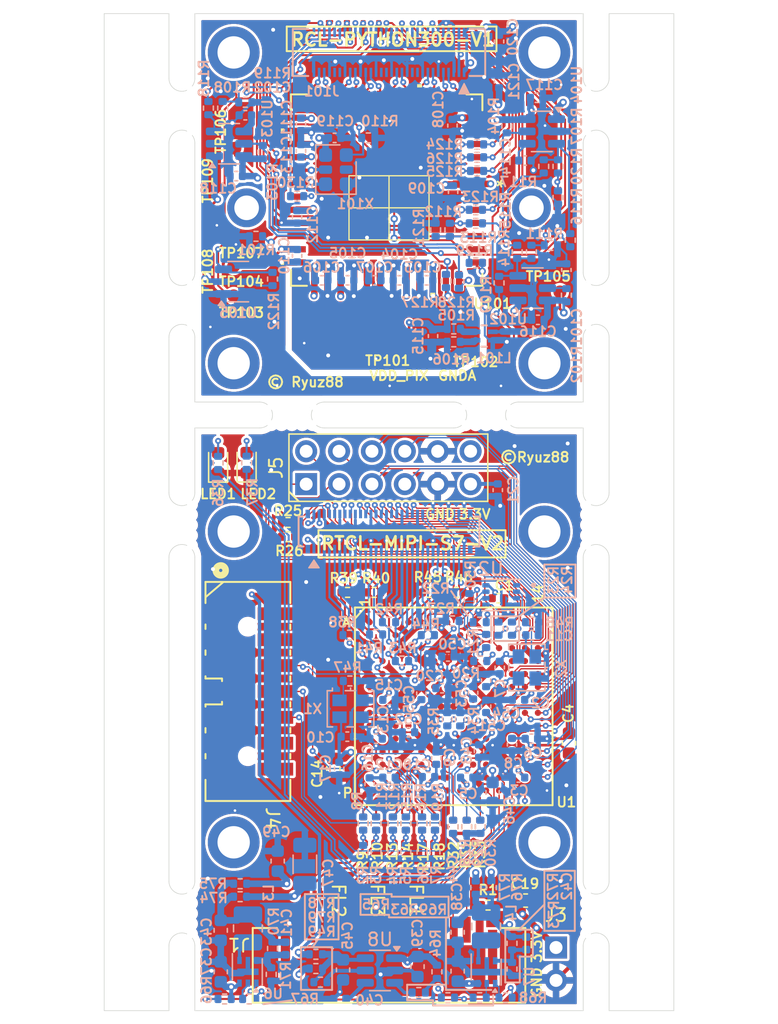
<source format=kicad_pcb>
(kicad_pcb (version 20241229) (generator "pcbnew") (generator_version "9.0")
  (layers (0 "F.Cu" signal) (4 "In1.Cu" signal) (6 "In2.Cu" signal) (2 "B.Cu" signal) (13 "F.Paste" user) (15 "B.Paste" user) (5 "F.SilkS" user "F.Silkscreen") (7 "B.SilkS" user "B.Silkscreen") (1 "F.Mask" user) (3 "B.Mask" user) (25 "Edge.Cuts" user))
  (net 0 "")
  (net 1 "VCCO_14")
  (net 2 "GND")
  (net 3 "VCCO_0")
  (net 4 "+1V8")
  (net 5 "+3.3V")
  (net 6 "VCCO_34")
  (net 7 "Net-(U8-CT)")
  (net 8 "Net-(U6-FB)")
  (net 9 "+1V0")
  (net 10 "Net-(U7-FB)")
  (net 11 "VCCAUX")
  (net 12 "VCCINT")
  (net 13 "VCCBRAM")
  (net 14 "/SENSOR_LVDS_D3_P")
  (net 15 "/SENSOR_LVDS_D2_P")
  (net 16 "/SENSOR_LVDS_D3_N")
  (net 17 "/SENSOR_LVDS_D4_N")
  (net 18 "/SENSOR_LVDS_CLK_N")
  (net 19 "/SENSOR_GPIO13")
  (net 20 "/SENSOR_GPIO11")
  (net 21 "/SENSOR_GPIO7")
  (net 22 "/SENSOR_GPIO5")
  (net 23 "/SENSOR_GPIO9")
  (net 24 "/SENSOR_GPIO6")
  (net 25 "/SENSOR_GPIO14")
  (net 26 "/SENSOR_LVDS_D1_P")
  (net 27 "/SENSOR_LVDS_D1_N")
  (net 28 "/SENSOR_GPIO12")
  (net 29 "/SENSOR_LVDS_CLK_P")
  (net 30 "/SENSOR_LVDS_D5_N")
  (net 31 "/SENSOR_GPIO4")
  (net 32 "/SENSOR_GPIO3")
  (net 33 "/SENSOR_GPIO15")
  (net 34 "/SENSOR_LVDS_D5_P")
  (net 35 "/SENSOR_LVDS_D6_P")
  (net 36 "/SENSOR_LVDS_D7_N")
  (net 37 "/SENSOR_LVDS_D7_P")
  (net 38 "/SENSOR_LVDS_D0_N")
  (net 39 "/SENSOR_GPIO0")
  (net 40 "/SENSOR_LVDS_D6_N")
  (net 41 "/SENSOR_SDA")
  (net 42 "/SENSOR_GPIO8")
  (net 43 "/SENSOR_LVDS_D4_P")
  (net 44 "/SENSOR_GPIO2")
  (net 45 "/SENSOR_GPIO10")
  (net 46 "/SENSOR_LVDS_D2_N")
  (net 47 "/SENSOR_GPIO1")
  (net 48 "/SENSOR_SCL")
  (net 49 "/SENSOR_LVDS_D0_P")
  (net 50 "Net-(J1-3V3)")
  (net 51 "/RPI_MIPI_D0_P")
  (net 52 "/RPI_MIPI_D0_N")
  (net 53 "/RPI_MIPI_D1_P")
  (net 54 "/RPI_MIPI_D1_N")
  (net 55 "/RPI_MIPI_CLK_P")
  (net 56 "/RPI_MIPI_CLK_N")
  (net 57 "/MIPI_D0_LP_P")
  (net 58 "/MIPI_D0_HS_P")
  (net 59 "/MIPI_D0_HS_N")
  (net 60 "/MIPI_D0_LP_N")
  (net 61 "/MIPI_D1_HS_P")
  (net 62 "/MIPI_D1_HS_N")
  (net 63 "/MIPI_D1_LP_N")
  (net 64 "/MIPI_CLK_LP_P")
  (net 65 "/MIPI_CLK_HS_P")
  (net 66 "/MIPI_CLK_HS_N")
  (net 67 "/MIPI_CLK_LP_N")
  (net 68 "/QSPI_DQ2")
  (net 69 "Net-(U2-~{WP})")
  (net 70 "Net-(U2-~{HOLD})")
  (net 71 "/QSPI_DQ3")
  (net 72 "/QSPI_SCK")
  (net 73 "Net-(U2-SCK)")
  (net 74 "Net-(U2-MOSI)")
  (net 75 "/QSPI_DQ0")
  (net 76 "Net-(U2-MISO)")
  (net 77 "/QSPI_DQ1")
  (net 78 "Net-(U1B-IO_L3P_T0_DQS_PUDC_B_14)")
  (net 79 "Net-(U1A-M0_0)")
  (net 80 "Net-(U1A-M1_0)")
  (net 81 "Net-(U1A-M2_0)")
  (net 82 "Net-(U1A-INIT_B_0)")
  (net 83 "Net-(U1A-PROGRAM_B_0)")
  (net 84 "Net-(U1A-DONE_0)")
  (net 85 "Net-(U1A-DXP_0)")
  (net 86 "Net-(U1A-DXN_0)")
  (net 87 "Net-(LED1-A)")
  (net 88 "/LED0")
  (net 89 "/LED1")
  (net 90 "Net-(LED2-A)")
  (net 91 "Net-(X1-~{ST})")
  (net 92 "Net-(X2-~{ST})")
  (net 93 "Net-(U8-QOD)")
  (net 94 "Net-(R63-Pad2)")
  (net 95 "Net-(R64-Pad2)")
  (net 96 "Net-(U8-ON)")
  (net 97 "Net-(U6-EN)")
  (net 98 "Net-(U6-PG)")
  (net 99 "Net-(U7-EN)")
  (net 100 "Net-(U7-PG)")
  (net 105 "/JTAG_TCK")
  (net 106 "/CLK_50M")
  (net 109 "/RPI_MIPI_GPIO")
  (net 110 "/JTAG_TDI")
  (net 111 "/QSPI_CS")
  (net 114 "/RPI_MIPI_CLK")
  (net 115 "/JTAG_TMS")
  (net 116 "/CLK_72M")
  (net 117 "/JTAG_TDO")
  (net 118 "/RPI_MIPI_SDA")
  (net 119 "/RPI_MIPI_SCL")
  (net 126 "Net-(U6-LX)")
  (net 127 "Net-(U7-LX)")
  (net 130 "/MIPI_D1_LP_P")
  (net 135 "/PMOD4")
  (net 136 "/PMOD6")
  (net 137 "/PMOD5")
  (net 138 "/PMOD0")
  (net 139 "/PMOD3")
  (net 140 "/PMOD7")
  (net 141 "/PMOD2")
  (net 142 "/PMOD1")
  (net 144 "+3.3VP")
  (net 164 "/EMCCLK")
  (net 165 "/CLK_P")
  (net 166 "/CLK_N")
  (net 167 "/D0_P")
  (net 168 "/D0_N")
  (net 169 "/D1_N")
  (net 170 "/D1_P")
  (net 171 "GNDA")
  (net 172 "/DOUTP1")
  (net 173 "/SCK")
  (net 174 "/SYNCP")
  (net 175 "/DOUTP0")
  (net 176 "/MONITOR1")
  (net 177 "/TRIGGER1")
  (net 178 "/MONITOR0")
  (net 179 "/SS_N")
  (net 180 "VDD_PIX")
  (net 181 "/DOUTP2")
  (net 182 "/DOUTN0")
  (net 183 "/RESET_N")
  (net 184 "/MOSI")
  (net 185 "VDD_18")
  (net 186 "/DOUTN1")
  (net 187 "/CLOCK_OUTN")
  (net 188 "VDD_33")
  (net 189 "/DOUTN2")
  (net 190 "/LVDS_CLOCK_INN")
  (net 191 "/MISO")
  (net 192 "/LVDS_CLOCK_INP")
  (net 193 "/TRIGGER0")
  (net 194 "/TRIGGER2")
  (net 195 "/SYNCN")
  (net 196 "/CLOCK_OUTP")
  (net 197 "/DOUTP3")
  (net 198 "/CLK_PLL")
  (net 199 "/DOUTN3")
  (net 200 "Net-(U102-CT)")
  (net 201 "/PGOOD")
  (net 202 "+3.3VA")
  (net 203 "Net-(U103-CT)")
  (net 204 "Net-(U104-CT)")
  (net 207 "/OSC_EN")
  (net 210 "/PGOOD_PIX")
  (net 211 "/PGOOD_VDD18")
  (net 212 "/PGOOD_VDD33")
  (net 214 "/PWR_EN_VDD33")
  (net 215 "/PWR_EN_VDD18")
  (net 219 "/PWR_EN_PIX")
  (net 220 "Net-(L101-Pad4)")
  (net 221 "Net-(L101-Pad3)")
  (net 222 "Net-(U101-ibias_master)")
  (net 223 "Net-(U104-ON)")
  (net 224 "Net-(U103-ON)")
  (net 225 "Net-(U102-ON)")
  (net 226 "Net-(U101-reset_n)")
  (net 227 "Net-(U101-ss_n)")
  (net 228 "Net-(U101-sck)")
  (net 229 "Net-(U101-mosi)")
  (net 230 "Net-(U101-miso)")
  (net 231 "Net-(U101-trigger0)")
  (net 232 "Net-(U101-trigger1)")
  (net 233 "Net-(U101-trigger2)")
  (net 234 "Net-(U101-clk_pll)")
  (footprint "mipi_spartan7:hole_M2.5" (layer "F.Cu") (at 138 109)
    (property "Reference" "REF**" (hide yes))
    (property "Value" "hole_M2.5")
  )
  (footprint "sensor_python300:CLA024_v1" (layer "F.Cu") (at 150 84)
    (property "Reference" "REF**" (hide yes))
    (property "Value" "CLA024 v1")
  )
  (footprint "sensor_python300:hole_M2.5" (layer "F.Cu") (at 162 96)
    (property "Reference" "REF**" (hide yes))
    (property "Value" "hole_M2.5")
  )
  (footprint "mipi_spartan7:DLM0NSM900HY2D" (layer "F.Cu") (at 144.5 137.4 -90)
    (property "Reference" "FL2")
    (property "Value" "DLM0NSM900HY2D")
  )
  (footprint "sensor_mipi:pcb_bridge_5mm" (layer "F.Cu") (at 157.5 100)
    (property "Reference" "REF**" (hide yes))
    (property "Value" "pcb_bridge_5mm" (hide yes))
  )
  (footprint "sensor_python300:TestPin" (layer "F.Cu") (at 138 88.5)
    (property "Reference" "TP107")
    (property "Value" "~")
  )
  (footprint "mipi_spartan7:PH_01x02_2.54mm_NoSilk" (layer "F.Cu") (at 162.9 141.125)
    (property "Reference" "J3")
    (property "Value" "<DNP> PIN1X2")
  )
  (footprint "sensor_mipi:pcb_bridge_5mm_side" (layer "F.Cu") (at 166 138.5 90)
    (property "Reference" "REF**" (hide yes))
    (property "Value" "pcb_bridge_5mm_side" (hide yes))
  )
  (footprint "sensor_mipi:pcb_bridge_5mm_side" (layer "F.Cu") (at 166 91.5 90)
    (property "Reference" "REF**" (hide yes))
    (property "Value" "pcb_bridge_5mm_side" (hide yes))
  )
  (footprint "sensor_python300:hole_M2.5" (layer "F.Cu") (at 138 96)
    (property "Reference" "REF**" (hide yes))
    (property "Value" "hole_M2.5")
  )
  (footprint "Resistor_SMD:R_0402_1005Metric" (layer "F.Cu") (at 142.2 108.3)
    (property "Reference" "R25")
    (property "Value" "4.7k")
  )
  (footprint "mipi_spartan7:hole_M2.5" (layer "F.Cu") (at 162 133)
    (property "Reference" "REF**" (hide yes))
    (property "Value" "hole_M2.5")
  )
  (footprint "sensor_mipi:pcb_bridge_5mm_side" (layer "F.Cu") (at 134 76.5 -90)
    (property "Reference" "REF**" (hide yes))
    (property "Value" "pcb_bridge_5mm_side" (hide yes))
  )
  (footprint "Resistor_SMD:R_0402_1005Metric" (layer "F.Cu") (at 148.85 113.7)
    (property "Reference" "R40")
    (property "Value" "100_1%")
  )
  (footprint "Resistor_SMD:R_0402_1005Metric" (layer "F.Cu") (at 154.95 131.8 90)
    (property "Reference" "R32")
    (property "Value" "4.7k")
  )
  (footprint "Resistor_SMD:R_0402_1005Metric" (layer "F.Cu") (at 150.3 131.55 90)
    (property "Reference" "R13")
    (property "Value" "150_1%")
  )
  (footprint "Resistor_SMD:R_0402_1005Metric" (layer "F.Cu") (at 142.2 109.4)
    (property "Reference" "R26")
    (property "Value" "4.7k")
  )
  (footprint "sensor_python300:TestPin" (layer "F.Cu") (at 152.1 95.8)
    (property "Reference" "TP101")
    (property "Value" "~")
  )
  (footprint "sensor_python300:TestPin" (layer "F.Cu") (at 138 90.8)
    (property "Reference" "TP104")
    (property "Value" "~")
  )
  (footprint "Resistor_SMD:R_0402_1005Metric" (layer "F.Cu") (at 157.05 131.8 90)
    (property "Reference" "R33")
    (property "Value" "330")
  )
  (footprint "sensor_python300:TestPin" (layer "F.Cu") (at 138 93.1)
    (property "Reference" "TP103")
    (property "Value" "~")
  )
  (footprint "sensor_python300:TestPin" (layer "F.Cu") (at 163.2 90.5)
    (property "Reference" "TP105")
    (property "Value" "~")
  )
  (footprint "Resistor_SMD:R_0402_1005Metric" (layer "F.Cu") (at 157.65 137.85)
    (property "Reference" "R1")
    (property "Value" "0")
  )
  (footprint "Resistor_SMD:R_0402_1005Metric" (layer "F.Cu") (at 153.55 131.55 90)
    (property "Reference" "R18")
    (property "Value" "150_1%")
  )
  (footprint "Resistor_SMD:R_0402_1005Metric" (layer "F.Cu") (at 148 131.55 90)
    (property "Reference" "R9")
    (property "Value" "150_1%")
  )
  (footprint "LED_SMD:LED_0603_1608Metric" (layer "F.Cu") (at 139 103.6875 90)
    (property "Reference" "LED2")
    (property "Value" "150060VS75000")
  )
  (footprint "sensor_mipi:pcb_bridge_5mm_side" (layer "F.Cu") (at 166 108.5 90)
    (property "Reference" "REF**" (hide yes))
    (property "Value" "pcb_bridge_5mm_side" (hide yes))
  )
  (footprint "Resistor_SMD:R_0402_1005Metric" (layer "F.Cu") (at 151.3 131.55 90)
    (property "Reference" "R14")
    (property "Value" "150_1%")
  )
  (footprint "Resistor_SMD:R_0402_1005Metric" (layer "F.Cu") (at 153.1 113.7)
    (property "Reference" "R45")
    (property "Value" "100_1%")
  )
  (footprint "Resistor_SMD:R_0402_1005Metric" (layer "F.Cu") (at 146.8 113.7)
    (property "Reference" "R39")
    (property "Value" "100_1%")
  )
  (footprint "mipi_spartan7:DLM0NSM900HY2D" (layer "F.Cu") (at 150.5 137.4 -90)
    (property "Reference" "FL1")
    (property "Value" "DLM0NSM900HY2D")
  )
  (footprint "Resistor_SMD:R_0402_1005Metric" (layer "F.Cu") (at 149 131.55 90)
    (property "Reference" "R10")
    (property "Value" "150_1%")
  )
  (footprint "Capacitor_SMD:C_0603_1608Metric" (layer "F.Cu") (at 145.7 127.3 -90)
    (property "Reference" "C14")
    (property "Value" "47uF")
  )
  (footprint "mipi_spartan7:FTGB196" (layer "F.Cu") (at 155 122.5)
    (property "Reference" "U1")
    (property "Value" "XC7S6-2FTGB196C")
  )
  (footprint "sensor_python300:hole_M2.5" (layer "F.Cu") (at 162 72)
    (property "Reference" "REF**" (hide yes))
    (property "Value" "hole_M2.5")
  )
  (footprint "LED_SMD:LED_0603_1608Metric" (layer "F.Cu") (at 136.8 103.7 90)
    (property "Reference" "LED1")
    (property "Value" "150060VS75000")
  )
  (footprint "sensor_mipi:pcb_bridge_5mm_side" (layer "F.Cu") (at 134 138.5 -90)
    (property "Reference" "REF**" (hide yes))
    (property "Value" "pcb_bridge_5mm_side" (hide yes))
  )
  (footprint "sensor_python300:TestPin" (layer "F.Cu") (at 136.1 84.4)
    (property "Reference" "TP109")
    (property "Value" "~")
  )
  (footprint "sensor_python300:hole_M2.5" (layer "F.Cu") (at 138 72)
    (property "Reference" "REF**" (hide yes))
    (property "Value" "hole_M2.5")
  )
  (footprint "mipi_spartan7:hole_M2.5" (layer "F.Cu") (at 162 109)
    (property "Reference" "REF**" (hide yes))
    (property "Value" "hole_M2.5")
  )
  (footprint "Resistor_SMD:R_0402_1005Metric" (layer "F.Cu") (at 152.55 131.55 90)
    (property "Reference" "R17")
    (property "Value" "150_1%")
  )
  (footprint "mipi_spartan7:SFW15R-1STE1LF" (layer "F.Cu") (at 150 142.5 180)
    (property "Reference" "J1")
    (property "Value" "SFW15R-1STE1LF")
  )
  (footprint "mipi_spartan7:878325622" (layer "F.Cu") (at 139.1 121.35 -90)
    (property "Reference" "J4")
    (property "Value" "0878325622" (hide yes))
  )
  (footprint "sensor_mipi:pcb_bridge_5mm_side" (layer "F.Cu") (at 134 91.5 -90)
    (property "Reference" "REF**" (hide yes))
    (property "Value" "pcb_bridge_5mm_side" (hide yes))
  )
  (footprint "Capacitor_SMD:C_0603_1608Metric" (layer "F.Cu") (at 160.55 137.5)
    (property "Reference" "C19")
    (property "Value" "10uF")
  )
  (footprint "sensor_mipi:pcb_bridge_5mm" (layer "F.Cu") (at 142.5 100)
    (property "Reference" "REF**" (hide yes))
    (property "Value" "pcb_bridge_5mm" (hide yes))
  )
  (footprint "sensor_python300:TestPin" (layer "F.Cu") (at 154.3 95.8)
    (property "Reference" "TP102")
    (property "Value" "~")
  )
  (footprint "sensor_python300:NOIP1SN1300A" (layer "F.Cu") (at 149.82 82.63 180)
    (property "Reference" "U101")
    (property "Value" "NOIP1SN0300A-QTI")
  )
  (footprint "Capacitor_SMD:C_0603_1608Metric" (layer "F.Cu") (at 163.9 125.35 90)
    (property "Reference" "C4")
    (property "Value" "47uF")
  )
  (footprint "mipi_spartan7:DLM0NSM900HY2D" (layer "F.Cu") (at 147.5 137.4 -90)
    (property "Reference" "FL3")
    (property "Value" "DLM0NSM900HY2D")
  )
  (footprint "sensor_mipi:pcb_bridge_5mm_side" (layer "F.Cu") (at 166 76.5 90)
    (property "Reference" "REF**" (hide yes))
    (property "Value" "pcb_bridge_5mm_side" (hide yes))
  )
  (footprint "Resistor_SMD:R_0402_1005Metric" (layer "F.Cu") (at 156 131.8 90)
    (property "Reference" "R31")
    (property "Value" "4.7k")
  )
  (footprint "sensor_python300:TestPin" (layer "F.Cu") (at 136.1 86.3)
    (property "Reference" "TP108")
    (property "Value" "~")
  )
  (footprint "mipi_spartan7:PH_02x06_2.54mm" (layer "F.Cu") (at 143.6 105.34 90)
    (property "Reference" "J5")
    (property "Value" "<DNP> SSQ-106-02-F-D-RA")
  )
  (footprint "mipi_spartan7:hole_M2.5" (layer "F.Cu") (at 138 133)
    (property "Reference" "REF**" (hide yes))
    (property "Value" "hole_M2.5")
  )
  (footprint "sensor_mipi:pcb_bridge_5mm_side" (layer "F.Cu") (at 134 108.5 -90)
    (property "Reference" "REF**" (hide yes))
    (property "Value" "pcb_bridge_5mm_side" (hide yes))
  )
  (footprint "Capacitor_SMD:C_0402_1005Metric" (layer "F.Cu") (at 158.45 114.15)
    (property "Reference" "C1")
    (property "Value" "0.47uF")
  )
  (footprint "sensor_python300:TestPin" (layer "F.Cu") (at 138.1 79.4)
    (property "Reference" "TP106")
    (property "Value" "~")
  )
  (footprint "Resistor_SMD:R_0402_1005Metric" (layer "F.Cu") (at 155.2 113.7)
    (property "Reference" "R46")
    (property "Value" "100_1%")
  )
  (footprint "Resistor_SMD:R_0402_1005Metric" (layer "B.Cu") (at 152.55 131.55 90)
    (property "Reference" "R16")
    (property "Value" "60.4_1%")
  )
  (footprint "Resistor_SMD:R_0402_1005Metric" (layer "B.Cu") (at 156.7 88.25)
    (property "Reference" "R129")
    (property "Value" "0")
  )
  (footprint "Resistor_SMD:R_0402_1005Metric" (layer "B.Cu") (at 156.7 84.15 180)
    (property "Reference" "R123")
    (property "Value" "0")
  )
  (footprint "Resistor_SMD:R_0402_1005Metric" (layer "B.Cu") (at 153 117)
    (property "Reference" "R44")
    (property "Value" "100_1%")
  )
  (footprint "Resistor_SMD:R_0402_1005Metric" (layer "B.Cu") (at 150.3 133.75 90)
    (property "Reference" "R4")
    (property "Value" "120_1%")
  )
  (footprint "Capacitor_SMD:C_0402_1005Metric" (layer "B.Cu") (at 156.5 121.45 90)
    (property "Reference" "C53")
    (property "Value" "0.47uF")
  )
  (footprint "Resistor_SMD:R_0402_1005Metric" (layer "B.Cu") (at 149 133.75 90)
    (property "Reference" "R3")
    (property "Value" "120_1%")
  )
  (footprint "Resistor_SMD:R_0402_1005Metric" (layer "B.Cu") (at 136.8 103.7 90)
    (property "Reference" "R36")
    (property "Value" "100")
  )
  (footprint "Resistor_SMD:R_0402_1005Metric" (layer "B.Cu") (at 154.7 85.7 90)
    (property "Reference" "R112")
    (property "Value" "470")
  )
  (footprint "Package_TO_SOT_SMD:SOT-23-6" (layer "B.Cu") (at 161.1 90.2)
    (property "Reference" "U102")
    (property "Value" "TPS22918DBVR")
  )
  (footprint "Inductor_SMD:L_1008_2520Metric" (layer "B.Cu") (at 157.5 139.5 90)
    (property "Reference" "L4")
    (property "Value" "2.2uH")
  )
  (footprint "Resistor_SMD:R_0402_1005Metric" (layer "B.Cu") (at 137.3 145.1 180)
    (property "Reference" "R66")
    (property "Value" "0")
  )
  (footprint "Resistor_SMD:R_0402_1005Metric" (layer "B.Cu") (at 159.5 142.79 90)
    (property "Reference" "R73")
    (property "Value" "150k_1%")
  )
  (footprint "Capacitor_SMD:C_1206_3216Metric" (layer "B.Cu") (at 143.5 134.7 90)
    (property "Reference" "C47")
    (property "Value" "100uF")
  )
  (footprint "Resistor_SMD:R_0402_1005Metric" (layer "B.Cu") (at 136.05 76.3 -90)
    (property "Reference" "R118")
    (property "Value" "<DNP> R")
  )
  (footprint "Capacitor_SMD:C_0402_1005Metric" (layer "B.Cu") (at 159.5 125.45 -90)
    (property "Reference" "C8")
    (property "Value" "4.7uF")
  )
  (footprint "Resistor_SMD:R_0402_1005Metric" (layer "B.Cu") (at 153.7 143 -90)
    (property "Reference" "R64")
    (property "Value" "10k")
  )
  (footprint "Inductor_SMD:L_1008_2520Metric" (layer "B.Cu") (at 139.1 139.65 90)
    (property "Reference" "L3")
    (property "Value" "2.2uH")
  )
  (footprint "Resistor_SMD:R_0402_1005Metric" (layer "B.Cu") (at 148 131.55 90)
    (property "Reference" "R8")
    (property "Value" "60.4_1%")
  )
  (footprint "Capacitor_SMD:C_0402_1005Metric" (layer "B.Cu") (at 161.5 92.65 180)
    (property "Reference" "C116")
    (property "Value" "4.7uF")
  )
  (footprint "Resistor_SMD:R_0402_1005Metric" (layer "B.Cu") (at 139 103.6875 90)
    (property "Reference" "R37")
    (property "Value" "100")
  )
  (footprint "Capacitor_SMD:C_0402_1005Metric" (layer "B.Cu") (at 161.4 75.5)
    (property "Reference" "C117")
    (property "Value" "4.7uF")
  )
  (footprint "mipi_spartan7:SG-210STF" (layer "B.Cu") (at 160.65 119.5 -90)
    (property "Reference" "X2")
    (property "Value" "SG-210STF 72.0000ML0")
  )
  (footprint "Capacitor_SMD:C_0402_1005Metric" (layer "B.Cu") (at 148.9 89.6 180)
    (property "Reference" "C107")
    (property "Value" "0.1uF")
  )
  (footprint "Package_TO_SOT_SMD:SOT-23-6" (layer "B.Cu") (at 137.65 79.05)
    (property "Reference" "U103")
    (property "Value" "TPS22918DBVR")
  )
  (footprint "Capacitor_SMD:C_0402_1005Metric" (layer "B.Cu") (at 145.8 78.6)
    (property "Reference" "C119")
    (property "Value" "0.1uF")
  )
  (footprint "Capacitor_SMD:C_0402_1005Metric" (layer "B.Cu") (at 146.15 127.3 -90)
    (property "Reference" "C17")
    (property "Value" "4.7uF")
  )
  (footprint "Capacitor_SMD:C_0402_1005Metric" (layer "B.Cu") (at 154.55 118.65)
    (property "Reference" "C50")
    (property "Value" "4.7uF")
  )
  (footprint "Resistor_SMD:R_0402_1005Metric" (layer "B.Cu") (at 157.05 119 180)
    (property "Reference" "R20")
    (property "Value" "100")
  )
  (footprint "Resistor_SMD:R_0402_1005Metric" (layer "B.Cu") (at 158.5 89.8 90)
    (property "Reference" "R109")
    (property "Value" "<DNP> R")
  )
  (footprint "Resistor_SMD:R_0402_1005Metric" (layer "B.Cu") (at 155.5 123.5 -90)
    (property "Reference" "R34")
    (property "Value" "0")
  )
  (footprint "Capacitor_SMD:C_0402_1005Metric" (layer "B.Cu") (at 158.55 119.5 -90)
    (property "Reference" "C7")
    (property "Value" "0.47uF")
  )
  (footprint "Resistor_SMD:R_0402_1005Metric" (layer "B.Cu") (at 154.4 89.65 -90)
    (property "Reference" "R127")
    (property "Value" "0")
  )
  (footprint "Resistor_SMD:R_0402_1005Metric" (layer "B.Cu") (at 156.7 85.2 180)
    (property "Reference" "R113")
    (property "Value" "<DNP> R")
  )
  (footprint "Resistor_SMD:R_0402_1005Metric" (layer "B.Cu") (at 161.95 80.8 90)
    (property "Reference" "R117")
    (property "Value" "<DNP> R")
  )
  (footprint "Oscillator:Oscillator_SMD_SiTime_PQFD-6L_3.2x2.5mm" (layer "B.Cu") (at 145.9 81.05 180)
    (property "Reference" "X101")
    (property "Value" "<DNP> DSC1103DI5-360.0000")
  )
  (footprint "Resistor_SMD:R_0402_1005Metric" (layer "B.Cu") (at 154.9 115.9)
    (property "Reference" "R27")
    (property "Value" "1k")
  )
  (footprint "Capacitor_SMD:C_0402_1005Metric" (layer "B.Cu") (at 149 125 180)
    (property "Reference" "C13")
    (property "Value" "0.47uF")
  )
  (footprint "Capacitor_SMD:C_0402_1005Metric" (layer "B.Cu") (at 143.2 77.55 -90)
    (property "Reference" "C111")
    (property "Value" "0.1uF")
  )
  (footprint "Resistor_SMD:R_0402_1005Metric" (layer "B.Cu") (at 153.6 85.7 90)
    (property "Reference" "R121")
    (property "Value" "1k")
  )
  (footprint "sensor_python300:DF40HC4.0-60DS-0.4V51" (layer "B.Cu") (at 150 72 180)
    (property "Reference" "J101")
    (property "Value" "DF40HC(4.0)-60DS-0.4V(51)")
  )
  (footprint "Inductor_SMD:L_0402_1005Metric" (layer "B.Cu") (at 142 141.2 -90)
    (property "Reference" "C41")
    (property "Value" "22pF")
  )
  (footprint "Resistor_SMD:R_0402_1005Metric" (layer "B.Cu") (at 156.8 81.15 180)
    (property "Reference" "R125")
    (property "Value" "0")
  )
  (footprint "Capacitor_SMD:C_0402_1005Metric" (layer "B.Cu") (at 148.5 128.5 -90)
    (property "Reference" "C16")
    (property "Value" "0.47uF")
  )
  (footprint "Resistor_SMD:R_0402_1005Metric" (layer "B.Cu") (at 155.4 89.7 90)
    (property "Reference" "R128")
    (property "Value" "0")
  )
  (footprint "Package_TO_SOT_SMD:SOT-23-3" (layer "B.Cu") (at 138.35 89.7)
    (property "Reference" "U105")
    (property "Value" "APX803S")
  )
  (footprint "Capacitor_SMD:C_0402_1005Metric" (layer "B.Cu") (at 163.7 88.8 90)
    (property "Reference" "C101")
    (property "Value" "<DNP> C")
  )
  (footprint "Capacitor_SMD:C_0603_1608Metric" (layer "B.Cu") (at 137 139.8 -90)
    (property "Reference" "C43")
    (property "Value" "10uF")
  )
  (footprint "Resistor_SMD:R_0402_1005Metric" (layer "B.Cu") (at 138.5 137.2)
    (property "Reference" "R74")
    (property "Value" "0")
  )
  (footprint "Resistor_SMD:R_0402_1005Metric" (layer "B.Cu") (at 146.95 117)
    (property "Reference" "R38")
    (property "Value" "100_1%")
  )
  (footprint "Capacitor_SMD:C_0603_1608Metric" (layer "B.Cu") (at 158 129.15 -90)
    (property "Reference" "C46")
    (property "Value" "47uF")
  )
  (footprint "Resistor_SMD:R_0402_1005Metric" (layer "B.Cu") (at 156.7 136.5 90)
    (property "Reference" "R77")
    (property "Value" "0")
  )
  (footprint "Capacitor_SMD:C_0402_1005Metric" (layer "B.Cu") (at 150.8 89.6 180)
    (property "Reference" "C104")
    (property "Value" "0.1uF")
  )
  (footprint "Resistor_SMD:R_0402_1005Metric" (layer "B.Cu") (at 158.45 116.5 -90)
    (property "Reference" "R23")
    (property "Value" "100")
  )
  (footprint "Resistor_SMD:R_0402_1005Metric" (layer "B.Cu") (at 140.25 79.7 -90)
    (property "Reference" "R103")
    (property "Value" "33")
  )
  (footprint "Capacitor_SMD:C_0402_1005Metric" (layer "B.Cu") (at 157.5 122.5 90)
    (property "Reference" "C51")
    (property "Value" "0.47uF")
  )
  (footprint "Package_TO_SOT_SMD:SOT-23-6" (layer "B.Cu") (at 161.8 78.1 180)
    (property "Reference" "U104")
    (property "Value" "TPS22918DBVR")
  )
  (footprint "Resistor_SMD:R_0402_1005Metric" (layer "B.Cu") (at 142.9 83.1 180)
    (property "Reference" "R130")
    (property "Value" "33")
  )
  (footprint "Capacitor_SMD:C_0402_1005Metric" (layer "B.Cu") (at 154.95 82.775 -90)
    (property "Reference" "C109")
    (property "Value" "0.1uF")
  )
  (footprint "Capacitor_SMD:C_0402_1005Metric" (layer "B.Cu") (at 154.9 77.65 -90)
    (property "Reference" "C108")
    (property "Value" "0.1uF")
  )
  (footprint "Capacitor_SMD:C_0402_1005Metric" (layer "B.Cu") (at 146.7778 124.84)
    (property "Reference" "C10")
    (property "Value" "0.47uF")
  )
  (footprint "Inductor_SMD:L_0402_1005Metric" (layer "B.Cu") (at 146.2 145.1 180)
    (property "Reference" "C40")
    (property "Value" "<DNP> C")
  )
  (footprint "Resistor_SMD:R_0402_1005Metric" (layer "B.Cu") (at 152.55 133.75 90)
    (property "Reference" "R6")
    (property "Value" "120_1%")
  )
  (footprint "Resistor_SMD:R_0402_1005Metric" (layer "B.Cu") (at 155 94.35 180)
    (property "Reference" "R106")
    (property "Value" "0")
  )
  (footprint "Resistor_SMD:R_0402_1005Metric" (layer "B.Cu") (at 157.05 131.8 90)
    (property "Reference" "R30")
    (property "Value" "0")
  )
  (footprint "Capacitor_SMD:C_0402_1005Metric" (layer "B.Cu") (at 158.5 71.15 -90)
    (property "Reference" "C120")
    (property "Value" "4.7uF")
  )
  (footprint "Capacitor_SMD:C_0402_1005Metric" (layer "B.Cu") (at 152.5 121.5 90)
    (property "Reference" "C55")
    (property "Value" "0.47uF")
  )
  (footprint "Capacitor_SMD:C_0603_1608Metric" (layer "B.Cu") (at 152.2 142.6 -90)
    (property "Reference" "C39")
    (property "Value" "10uF")
  )
  (footprint "Resistor_SMD:R_0402_1005Metric" (layer "B.Cu") (at 161.05 116 180)
    (property "Reference" "R48")
    (property "Value" "<DNP> R")
  )
  (footprint "Resistor_SMD:R_0402_1005Metric" (layer "B.Cu") (at 163.7 90.75 -90)
    (property "Reference" "R102")
    (property "Value" "33")
  )
  (footprint "Resistor_SMD:R_0402_1005Metric" (layer "B.Cu") (at 138.9 75.85)
    (property "Reference" "R119")
    (property "Value" "1k")
  )
  (footprint "Resistor_SMD:R_0402_1005Metric" (layer "B.Cu") (at 144.35 142.75 180)
    (property "Reference" "R79")
    (property "Value" "0")
  )
  (footprint "Resistor_SMD:R_0402_1005Metric" (layer "B.Cu") (at 140.9 143.2 90)
    (property "Reference" "R71")
    (property "Value" "120k_1%")
  )
  (footprint "Resistor_SMD:R_0402_1005Metric" (layer "B.Cu") (at 153.55 133.75 90)
    (property "Reference" "R7")
    (property "Value" "120_1%")
  )
  (footprint "Capacitor_SMD:C_0402_1005Metric" (layer "B.Cu") (at 161.05 117)
    (property "Reference" "C11")
    (property "Value" "0.47uF")
  )
  (footprint "Capacitor_SMD:C_0603_1608Metric" (layer "B.Cu") (at 137 143 90)
    (property "Reference" "C37")
    (property "Value" "10uF")
  )
  (footprint "Capacitor_SMD:C_0402_1005Metric" (layer "B.Cu") (at 142.9 87.7 -90)
    (property "Reference" "C110")
    (property "Value" "0.1uF")
  )
  (footprint "Resistor_SMD:R_0402_1005Metric" (layer "B.Cu") (at 157.5 117.45 90)
    (property "Reference" "R21")
    (property "Value" "100")
  )
  (footprint "Resistor_SMD:R_0402_1005Metric" (layer "B.Cu") (at 159.9 87.4 90)
    (property "Reference" "R114")
    (property "Value" "<DNP> R")
  )
  (footprint "Resistor_SMD:R_0402_1005Metric" (layer "B.Cu") (at 161 87.4 -90)
    (property "Reference" "R115")
    (property "Value" "33")
  )
  (footprint "Capacitor_SMD:C_0402_1005Metric" (layer "B.Cu") (at 161 125)
    (property "Reference" "C6")
    (property "Value" "0.47uF")
  )
  (footprint "Package_TO_SOT_SMD:SOT-23-6" (layer "B.Cu") (at 149.3 142.9 180)
    (property "Reference" "U8")
    (property "Value" "TPS22918DBV")
  )
  (footprint "Resistor_SMD:R_0402_1005Metric" (layer "B.Cu") (at 156.2 114.3 90)
    (property "Reference" "R50")
    (property "Value" "0")
  )
  (footprint "Resistor_SMD:R_0402_1005Metric" (layer "B.Cu") (at 163.05 83.2 -90)
    (property "Reference" "R120")
    (property "Value" "1k")
  )
  (footprint "Capacitor_SMD:C_0402_1005Metric" (layer "B.Cu") (at 151.5 124.5 180)
    (property "Reference" "C52")
    (property "Value" "4.7uF")
  )
  (footprint "Resistor_SMD:R_0402_1005Metric" (layer "B.Cu") (at 157 116)
    (property "Reference" "R22")
    (property "Value" "49.9")
  )
  (footprint "Resistor_SMD:R_0402_1005Metric" (layer "B.Cu") (at 138.5 136.2)
    (property "Reference" "R75")
    (property "Value" "0")
  )
  (footprint "Resistor_SMD:R_0402_1005Metric" (layer "B.Cu") (at 159.5 140.8 90)
    (property "Reference" "R72")
    (property "Value" "300k_1%")
  )
  (footprint "Capacitor_SMD:C_0402_1005Metric" (layer "B.Cu") (at 153.05 127.95 180)
    (property "Reference" "C18")
    (property "Value" "0.47uF")
  )
  (footprint "Resistor_SMD:R_0402_1005Metric" (layer "B.Cu") (at 154.55 145)
    (property "Reference" "R63")
    (property "Value" "10k")
  )
  (footprint "Resistor_SMD:R_0402_1005Metric" (layer "B.Cu") (at 151.3 131.55 90)
    (property "Reference" "R15")
    (property "Value" "60.4_1%")
  )
  (footprint "Resistor_SMD:R_0402_1005Metric" (layer "B.Cu") (at 139.2 145.1 180)
    (property "Reference" "R67")
    (property "Value" "0")
  )
  (footprint "Capacitor_SMD:C_0402_1005Metric" (layer "B.Cu") (at 153.65 126.5 90)
    (property "Reference" "C9")
    (property "Value" "4.7uF")
  )
  (footprint "Capacitor_SMD:C_0402_1005Metric" (layer "B.Cu") (at 158.5 74.25 90)
    (property "Reference" "C121")
    (property "Value" "4.7uF")
  )
  (footprint "Capacitor_SMD:C_0402_1005Metric" (layer "B.Cu") (at 150 128)
    (property "Reference" "C12")
    (property "Value" "0.47uF")
  )
  (footprint "Capacitor_SMD:C_0402_1005Metric" (layer "B.Cu") (at 156 128)
    (property "Reference" "C5")
    (property "Value" "0.47uF")
  )
  (footprint "Resistor_SMD:R_0402_1005Metric" (layer "B.Cu") (at 137.15 76.3 -90)
    (property "Reference" "R108")
    (property "Value" "1k")
  )
  (footprint "Capacitor_SMD:C_0402_1005Metric" (layer "B.Cu") (at 158.4 105.8 -90)
    (property "Reference" "C21")
    (property "Value" "4.7uF")
  )
  (footprint "sensor_python300:XMER_EXC-24CN601X_PAN" (layer "B.Cu") (at 157.35 93.9 180)
    (property "Reference" "L101")
    (property "Value" "EXC-24CN601X")
  )
  (footprint "Capacitor_SMD:C_0402_1005Metric" (layer "B.Cu") (at 143.2 79.6 90)
    (property "Reference" "C113")
    (property "Value" "0.1uF")
  )
  (footprint "Resistor_SMD:R_0402_1005Metric" (layer "B.Cu") (at 163.05 80.8 90)
    (property "Reference" "R107")
    (property "Value" "33")
  )
  (footprint "Resistor_SMD:R_0402_1005Metric" (layer "B.Cu") (at 148 133.75 90)
    (property "Reference" "R2")
    (property "Value" "120_1%")
  )
  (footprint "Resistor_SMD:R_0402_1005Metric" (layer "B.Cu") (at 159.1 77.7 90)
    (property "Reference" "R104")
    (property "Value" "33")
  )
  (footprint "Resistor_SMD:R_0402_1005Metric" (layer "B.Cu") (at 144.35 141.65 180)
    (property "Reference" "R78")
    (property "Value" "0")
  )
  (footprint "Capacitor_SMD:C_0402_1005Metric" (layer "B.Cu") (at 138.9 76.85 180)
    (property "Reference" "C102")
    (property "Value" "<DNP> C")
  )
  (footprint "Capacitor_SMD:C_0402_1005Metric" (layer "B.Cu") (at 160 128 180)
    (property "Reference" "C3")
    (property "Value" "0.47uF")
  )
  (footprint "Resistor_SMD:R_0402_1005Metric" (layer "B.Cu") (at 153.55 131.55 90)
    (property "Reference" "R19")
    (property "Value" "60.4_1%")
  )
  (footprint "Resistor_SMD:R_0402_1005Metric" (layer "B.Cu") (at 157 145)
    (property "Reference" "R69")
    (property "Value" "0")
  )
  (footprint "mipi_spartan7:IS25LP016D-JULE-TR" (layer "B.Cu") (at 158.67 113.9 180)
    (property "Reference" "U2")
    (property "Value" "IS25LP016D-JULE-TR")
  )
  (footprint "Resistor_SMD:R_0402_1005Metric" (layer "B.Cu") (at 149 131.55 90)
    (property "Reference" "R11")
    (property "Value" "60.4_1%")
  )
  (footprint "Capacitor_SMD:C_0402_1005Metric" (layer "B.Cu") (at 152.9 89.6 180)
    (property "Reference" "C103")
    (property "Value" "0.1uF")
  )
  (footprint "Resistor_SMD:R_0402_1005Metric" (layer "B.Cu") (at 151.3 133.75 90)
    (property "Reference" "R5")
    (property "Value" "120_1%")
  )
  (footprint "mipi_spartan7:SG-210STF" (layer "B.Cu") (at 147.0278 122.69)
    (property "Reference" "X1")
    (property "Value" "SG-210STF 50.0000ML5")
  )
  (footprint "Capacitor_SMD:C_0402_1005Metric" (layer "B.Cu") (at 142.9 84.7 -90)
    (property "Reference" "C112")
    (property "Value" "0.1uF")
  )
  (footprint "Capacitor_SMD:C_0402_1005Metric" (layer "B.Cu") (at 138.2 81.55 180)
    (property "Reference" "C118")
    (property "Value" "4.7uF")
  )
  (footprint "Resistor_SMD:R_0402_1005Metric" (layer "B.Cu") (at 155 93.35 180)
    (property "Reference" "R105")
    (property "Value" "0")
  )
  (footprint "Resistor_SMD:R_0402_1005Metric" (layer "B.Cu") (at 141 141.2 90)
    (property "Reference" "R70")
    (property "Value" "91k_1%")
  )
  (footprint "Resistor_SMD:R_0402_1005Metric" (layer "B.Cu") (at 156 131.8 90)
    (property "Reference" "R29")
    (property "Value" "0")
  )
  (footprint "mipi_spartan7:Diodes_UDFN2020-6_Type-J" (layer "B.Cu") (at 157.55 143.025 90)
    (property "Reference" "U7")
    (property "Value" "AP3401DNTR-G1")
  )
  (footprint "Resistor_SMD:R_0402_1005Metric" (layer "B.Cu") (at 146.9778 120.54 180)
    (property "Reference" "R47")
    (property "Value" "<DNP> R")
  )
  (footprint "Capacitor_SMD:C_0402_1005Metric" (layer "B.Cu") (at 156.95 125.95 -90)
    (property "Reference" "C48")
    (property "Value" "4.7uF")
  )
  (footprint "Inductor_SMD:L_0402_1005Metric" (layer "B.Cu") (at 160.6 140.8 -90)
    (property "Reference" "C42")
    (property "Value" "22pF")
  )
  (footprint "Resistor_SMD:R_0402_1005Metric" (layer "B.Cu") (at 144.7 143.8 180)
    (property "Reference" "R49")
    (property "Value" "100")
  )
  (footprint "Resistor_SMD:R_0402_1005Metric" (layer "B.Cu") (at 150.3 131.55 90)
    (property "Reference" "R12")
    (property "Value" "60.4_1%")
  )
  (footprint "Capacitor_SMD:C_0603_1608Metric" (layer "B.Cu") (at 146.45 142.85 -90)
    (property "Reference" "C45")
    (property "Value" "10uF")
  )
  (footprint "Resistor_SMD:R_0402_1005Metric" (layer "B.Cu") (at 159 145 180)
    (property "Reference" "R68")
    (property "Value" "0")
  )
  (footprint "Resistor_SMD:R_0402_1005Metric" (layer "B.Cu") (at 154.5 123.5 -90)
    (property "Reference" "R35")
    (property "Value" "0")
  )
  (footprint "Capacitor_SMD:C_0603_1608Metric" (layer "B.Cu") (at 155.3 142.95 90)
    (property "Reference" "C38")
    (property "Value" "10uF")
  )
  (footprint "Capacitor_SMD:C_0402_1005Metric" (layer "B.Cu") (at 150 122)
    (property "Reference" "C15")
    (property "Value" "0.47uF")
  )
  (footprint "Resistor_SMD:R_0402_1005Metric" (layer "B.Cu") (at 150 116)
    (property "Reference" "R42")
    (property "Value" "100_1%")
  )
  (footprint "Capacitor_SMD:C_0402_1005Metric" (layer "B.Cu") (at 160 122 180)
    (property "Reference" "C2")
    (property "Value" "0.47uF")
  )
  (footprint "mipi_spartan7:DF40C-60DP-0.4V51" (layer "B.Cu") (at 150 109)
    (property "Reference" "J2" (hide yes))
    (property "Value" "DF40C-60DP-0.4V(51)" (hide yes))
  )
  (footprint "Capacitor_SMD:C_0402_1005Metric" (layer "B.Cu") (at 146.8 89.6)
    (property "Reference" "C105")
    (property "Value" "0.1uF")
  )
  (footprint "Resistor_SMD:R_0402_1005Metric" (layer "B.Cu") (at 141 89.5 -90)
    (property "Reference" "R122")
    (property "Value" "10k")
  )
  (footprint "Resistor_SMD:R_0402_1005Metric" (layer "B.Cu") (at 152.3 144.6 180)
    (property "Reference" "R65")
    (property "Value" "0")
  )
  (footprint "Capacitor_SMD:C_0402_1005Metric" (layer "B.Cu") (at 157.5 120.5 90)
    (property "Reference" "C54")
    (property "Value" "0.47uF")
  )
  (footprint "Resistor_SMD:R_0402_1005Metric" (layer "B.Cu") (at 164 86.5 -90)
    (property "Reference" "R116")
    (property "Value" "<DNP> R")
  )
  (footprint "Capacitor_SMD:C_0603_1608Metric" (layer "B.Cu") (at 141.4 134.45 90)
    (property "Reference" "C49")
    (property "Value" "47uF")
  )
  (footprint "Resistor_SMD:R_0402_1005Metric" (layer "B.Cu") (at 151 119)
    (property "Reference" "R43")
    (property "Value" "100_1%")
  )
  (footprint "Resistor_SMD:R_0402_1005Metric" (layer "B.Cu") (at 156.8 80.1 180)
    (property "Reference" "R126")
    (property "Value" "0")
  )
  (footprint "Resistor_SMD:R_0402_1005Metric" (layer "B.Cu") (at 149 116.95)
    (property "Reference" "R41")
    (property "Value" "100_1%")
  )
  (footprint "Resistor_SMD:R_0402_1005Metric" (layer "B.Cu") (at 156.8 79.1 180)
    (property "Reference" "R124")
    (property "Value" "0")
  )
  (footprint "Capacitor_SMD:C_0402_1005Metric" (layer "B.Cu") (at 160.5 80.35)
    (property "Reference" "C114")
    (property "Value" "<DNP> C")
  )
  (footprint "Capacitor_SMD:C_0402_1005Metric" (layer "B.Cu") (at 154.1 121.1)
    (property "Reference" "C20")
    (property "Value" "0.47uF")
  )
  (footprint "Capacitor_SMD:C_0603_1608Metric" (layer "B.Cu") (at 155.3 139.95 -90)
    (property "Reference" "C44")
    (property "Value" "10uF")
  )
  (footprint "Resistor_SMD:R_0402_1005Metric" (layer "B.Cu") (at 154.95 131.8 90)
    (property "Reference" "R28")
    (property "Value" "0")
  )
  (footprint "Capacitor_SMD:C_0402_1005Metric" (layer "B.Cu") (at 153.4 93.9 -90)
    (property "Reference" "C115")
    (property "Value" "4.7uF")
  )
  (footprint "Resistor_SMD:R_0402_1005Metric" (layer "B.Cu") (at 157.9 136.5 90)
    (property "Reference" "R76")
    (property "Value" "0")
  )
  (footprint "Capacitor_SMD:C_0402_1005Metric" (layer "B.Cu") (at 144.8 89.6)
    (property "Reference" "C106")
    (property "Value" "0.1uF")
  )
  (footprint "mipi_spartan7:Diodes_UDFN2020-6_Type-J" (layer "B.Cu") (at 139.1 143 90)
    (property "Reference" "U6")
    (property "Value" "AP3401DNTR-G1")
  )
  (footprint "Resistor_SMD:R_0402_1005Metric" (layer "B.Cu") (at 148.4 78.6 180)
    (property "Reference" "R110")
    (property "Value" "1k")
  )
  (footprint "Resistor_SMD:R_0402_1005Metric" (layer "B.Cu") (at 162.5 86.9)
    (property "Reference" "R111")
    (property "Value" "1k")
  )
  (footprint "Resistor_SMD:R_0402_1005Metric" (layer "B.Cu") (at 139.725 86.2 180)
    (property "Reference" "R101")
    (property "Value" "47k")
  )
  (footprint "Resistor_SMD:R_0402_1005Metric" (layer "B.Cu") (at 159.5 116.5 -90)
    (property "Reference" "R24")
    (property "Value" "100")
  )
  (gr_line (start 144.55 108.9) (end 159 108.9) (stroke (width 0.15)) (layer "F.SilkS"))
  (gr_line (start 144.55 111) (end 159 111) (stroke (width 0.15)) (layer "F.SilkS"))
  (gr_line (start 158.3 70) (end 142.1 70) (stroke (width 0.15)) (layer "F.SilkS"))
  (gr_line (start 158.3 71.9) (end 142.1 71.9) (stroke (width 0.15)) (layer "F.SilkS"))
  (gr_line (start 142.1 70) (end 142.1 71.9) (stroke (width 0.15)) (layer "F.SilkS"))
  (gr_line (start 158.3 70) (end 158.3 71.9) (stroke (width 0.15)) (layer "F.SilkS"))
  (gr_line (start 159 108.95) (end 159 111) (stroke (width 0.15)) (layer "F.SilkS"))
  (gr_line (start 144.55 108.9) (end 144.55 111) (stroke (width 0.15)) (layer "F.SilkS"))
  (gr_line (start 146.1 140.5) (end 146.1 137) (stroke (width 0.15)) (layer "B.SilkS"))
  (gr_line (start 164.4 114.1) (end 162 114.1) (stroke (width 0.15)) (layer "B.SilkS"))
  (gr_line (start 157.9 115.55) (end 160.05 115.55) (stroke (width 0.15)) (layer "B.SilkS"))
  (gr_line (start 158.05 117.45) (end 160.05 117.45) (stroke (width 0.15)) (layer "B.SilkS"))
  (gr_line (start 154.4 144) (end 154.4 144.4) (stroke (width 0.15)) (layer "B.SilkS"))
  (gr_line (start 162 135.2) (end 164.35 135.2) (stroke (width 0.15)) (layer "B.SilkS"))
  (gr_line (start 151.4 145.2) (end 151.4 144) (stroke (width 0.15)) (layer "B.SilkS"))
  (gr_line (start 153.4 145.2) (end 153.4 145.6) (stroke (width 0.15)) (layer "B.SilkS"))
  (gr_line (start 164.4 111.55) (end 164.4 114.1) (stroke (width 0.15)) (layer "B.SilkS"))
  (gr_line (start 150 138.6) (end 150 138.8) (stroke (width 0.15)) (layer "B.SilkS"))
  (gr_line (start 147.8 137) (end 147.8 137.2) (stroke (width 0.15)) (layer "B.SilkS"))
  (gr_line (start 150.2 137) (end 147.8 137) (stroke (width 0.15)) (layer "B.SilkS"))
  (gr_line (start 146.1 140.5) (end 143.5 140.5) (stroke (width 0.15)) (layer "B.SilkS"))
  (gr_line (start 160.045 139.75) (end 162 137.8) (stroke (width 0.15)) (layer "B.SilkS"))
  (gr_line (start 156.1 115.5) (end 154.8 113.6) (stroke (width 0.15)) (layer "B.SilkS"))
  (gr_line (start 154.6 137.2) (end 154.6 138.8) (stroke (width 0.15)) (layer "B.SilkS"))
  (gr_line (start 161.11 139.75) (end 158.98 139.75) (stroke (width 0.15)) (layer "B.SilkS"))
  (gr_line (start 158.98 143.825) (end 160.1 143.825) (stroke (width 0.15)) (layer "B.SilkS"))
  (gr_line (start 162 111.55) (end 164.4 111.55) (stroke (width 0.15)) (layer "B.SilkS"))
  (gr_line (start 154.4 144.4) (end 157.9 144.4) (stroke (width 0.15)) (layer "B.SilkS"))
  (gr_line (start 162 139.84) (end 162 135.2) (stroke (width 0.15)) (layer "B.SilkS"))
  (gr_line (start 162 114.1) (end 162 111.55) (stroke (width 0.15)) (layer "B.SilkS"))
  (gr_line (start 160.05 115.55) (end 162 114.1) (stroke (width 0.15)) (layer "B.SilkS"))
  (gr_line (start 161.11 141.83) (end 161.11 139.76) (stroke (width 0.15)) (layer "B.SilkS"))
  (gr_line (start 160.1 143.825) (end 160.1 141.83) (stroke (width 0.15)) (layer "B.SilkS"))
  (gr_line (start 160.1 141.83) (end 161.11 141.83) (stroke (width 0.15)) (layer "B.SilkS"))
  (gr_line (start 151.4 145.2) (end 153.4 145.2) (stroke (width 0.15)) (layer "B.SilkS"))
  (gr_line (start 157.9 115.55) (end 157.9 117.1) (stroke (width 0.15)) (layer "B.SilkS"))
  (gr_line (start 144.1 141.1) (end 144.5 140.5) (stroke (width 0.15)) (layer "B.SilkS"))
  (gr_line (start 145.6 144.4) (end 145.6 141.1) (stroke (width 0.15)) (layer "B.SilkS"))
  (gr_line (start 158.05 144.8) (end 158.05 145.6) (stroke (width 0.15)) (layer "B.SilkS"))
  (gr_line (start 151.4 144) (end 154.4 144) (stroke (width 0.15)) (layer "B.SilkS"))
  (gr_line (start 158.98 139.75) (end 158.98 143.825) (stroke (width 0.15)) (layer "B.SilkS"))
  (gr_line (start 147.8 137.2) (end 147.8 138.6) (stroke (width 0.15)) (layer "B.SilkS"))
  (gr_line (start 146.1 137) (end 143.5 137) (stroke (width 0.15)) (layer "B.SilkS"))
  (gr_line (start 143.5 137) (end 143.5 140.5) (stroke (width 0.15)) (layer "B.SilkS"))
  (gr_line (start 150.2 137.2) (end 154.6 137.2) (stroke (width 0.15)) (layer "B.SilkS"))
  (gr_line (start 154.4 144) (end 154.4 138.8) (stroke (width 0.15)) (layer "B.SilkS"))
  (gr_line (start 143.2 141.1) (end 143.2 144.4) (stroke (width 0.15)) (layer "B.SilkS"))
  (gr_line (start 143.2 144.4) (end 145.6 144.4) (stroke (width 0.15)) (layer "B.SilkS"))
  (gr_line (start 153.4 145.6) (end 158 145.6) (stroke (width 0.15)) (layer "B.SilkS"))
  (gr_line (start 150.2 137) (end 150.2 137.2) (stroke (width 0.15)) (layer "B.SilkS"))
  (gr_line (start 164.35 135.2) (end 164.35 139.84) (stroke (width 0.15)) (layer "B.SilkS"))
  (gr_line (start 140.3 145.5) (end 142.5 145.2) (stroke (width 0.15)) (layer "B.SilkS"))
  (gr_line (start 150 138.6) (end 147.8 138.6) (stroke (width 0.15)) (layer "B.SilkS"))
  (gr_line (start 143.2 141.1) (end 145.6 141.1) (stroke (width 0.15)) (layer "B.SilkS"))
  (gr_line (start 154.6 138.8) (end 150 138.8) (stroke (width 0.15)) (layer "B.SilkS"))
  (gr_line (start 164.35 139.84) (end 162 139.84) (stroke (width 0.15)) (layer "B.SilkS"))
  (gr_line (start 160.05 115.55) (end 160.05 117.45) (stroke (width 0.15)) (layer "B.SilkS"))
  (gr_arc (start 165 111) (mid 166 110) (end 167 111) (stroke (width 0.05)) (layer "Edge.Cuts"))
  (gr_line (start 135 106) (end 135 101) (stroke (width 0.05)) (layer "Edge.Cuts"))
  (gr_line (start 165 69) (end 165 74) (stroke (width 0.05)) (layer "Edge.Cuts"))
  (gr_arc (start 133 94) (mid 134 93) (end 135 94) (stroke (width 0.05)) (layer "Edge.Cuts"))
  (gr_line (start 135 141) (end 135 146) (stroke (width 0.05)) (layer "Edge.Cuts"))
  (gr_line (start 133 106) (end 133 94) (stroke (width 0.05)) (layer "Edge.Cuts"))
  (gr_arc (start 165 94) (mid 166 93) (end 167 94) (stroke (width 0.05)) (layer "Edge.Cuts"))
  (gr_line (start 135 69) (end 165 69) (stroke (width 0.05)) (layer "Edge.Cuts"))
  (gr_line (start 135 101) (end 140 101) (stroke (width 0.05)) (layer "Edge.Cuts"))
  (gr_arc (start 155 99) (mid 156 100) (end 155 101) (stroke (width 0.05)) (layer "Edge.Cuts"))
  (gr_line (start 135 99) (end 140 99) (stroke (width 0.05)) (layer "Edge.Cuts"))
  (gr_arc (start 133 141) (mid 134 140) (end 135 141) (stroke (width 0.05)) (layer "Edge.Cuts"))
  (gr_line (start 167 106) (end 167 94) (stroke (width 0.05)) (layer "Edge.Cuts"))
  (gr_line (start 133 136) (end 133 111) (stroke (width 0.05)) (layer "Edge.Cuts"))
  (gr_line (start 165 141) (end 165 146) (stroke (width 0.05)) (layer "Edge.Cuts"))
  (gr_line (start 167 74) (end 167 69) (stroke (width 0.05)) (layer "Edge.Cuts"))
  (gr_line (start 133 89) (end 133 79) (stroke (width 0.05)) (layer "Edge.Cuts"))
  (gr_line (start 135 69) (end 135 74) (stroke (width 0.05)) (layer "Edge.Cuts"))
  (gr_arc (start 145 101) (mid 144 100) (end 145 99) (stroke (width 0.05)) (layer "Edge.Cuts"))
  (gr_line (start 128 146) (end 133 146) (stroke (width 0.05)) (layer "Edge.Cuts"))
  (gr_line (start 165 99) (end 165 94) (stroke (width 0.05)) (layer "Edge.Cuts"))
  (gr_line (start 133 146) (end 133 141) (stroke (width 0.05)) (layer "Edge.Cuts"))
  (gr_arc (start 135 89) (mid 134 90) (end 133 89) (stroke (width 0.05)) (layer "Edge.Cuts"))
  (gr_arc (start 167 74) (mid 166 75) (end 165 74) (stroke (width 0.05)) (layer "Edge.Cuts"))
  (gr_line (start 145 101) (end 155 101) (stroke (width 0.05)) (layer "Edge.Cuts"))
  (gr_line (start 155 99) (end 145 99) (stroke (width 0.05)) (layer "Edge.Cuts"))
  (gr_line (start 133 74) (end 133 69) (stroke (width 0.05)) (layer "Edge.Cuts"))
  (gr_line (start 172 69) (end 172 146) (stroke (width 0.05)) (layer "Edge.Cuts"))
  (gr_arc (start 167 89) (mid 166 90) (end 165 89) (stroke (width 0.05)) (layer "Edge.Cuts"))
  (gr_line (start 165 79) (end 165 89) (stroke (width 0.05)) (layer "Edge.Cuts"))
  (gr_line (start 167 89) (end 167 79) (stroke (width 0.05)) (layer "Edge.Cuts"))
  (gr_arc (start 167 136) (mid 166 137) (end 165 136) (stroke (width 0.05)) (layer "Edge.Cuts"))
  (gr_line (start 135 136) (end 135 111) (stroke (width 0.05)) (layer "Edge.Cuts"))
  (gr_line (start 167 136) (end 167 111) (stroke (width 0.05)) (layer "Edge.Cuts"))
  (gr_arc (start 135 74) (mid 134 75) (end 133 74) (stroke (width 0.05)) (layer "Edge.Cuts"))
  (gr_line (start 167 146) (end 172 146) (stroke (width 0.05)) (layer "Edge.Cuts"))
  (gr_arc (start 167 106) (mid 166 107) (end 165 106) (stroke (width 0.05)) (layer "Edge.Cuts"))
  (gr_line (start 128 69) (end 133 69) (stroke (width 0.05)) (layer "Edge.Cuts"))
  (gr_arc (start 165 79) (mid 166 78) (end 167 79) (stroke (width 0.05)) (layer "Edge.Cuts"))
  (gr_line (start 128 69) (end 128 146) (stroke (width 0.05)) (layer "Edge.Cuts"))
  (gr_line (start 167 69) (end 172 69) (stroke (width 0.05)) (layer "Edge.Cuts"))
  (gr_arc (start 160 101) (mid 159 100) (end 160 99) (stroke (width 0.05)) (layer "Edge.Cuts"))
  (gr_arc (start 133 111) (mid 134 110) (end 135 111) (stroke (width 0.05)) (layer "Edge.Cuts"))
  (gr_arc (start 140 99) (mid 141 100) (end 140 101) (stroke (width 0.05)) (layer "Edge.Cuts"))
  (gr_line (start 160 99) (end 165 99) (stroke (width 0.05)) (layer "Edge.Cuts"))
  (gr_line (start 135 94) (end 135 99) (stroke (width 0.05)) (layer "Edge.Cuts"))
  (gr_arc (start 135 136) (mid 134 137) (end 133 136) (stroke (width 0.05)) (layer "Edge.Cuts"))
  (gr_line (start 165 111) (end 165 136) (stroke (width 0.05)) (layer "Edge.Cuts"))
  (gr_line (start 165 101) (end 160 101) (stroke (width 0.05)) (layer "Edge.Cuts"))
  (gr_line (start 135 79) (end 135 89) (stroke (width 0.05)) (layer "Edge.Cuts"))
  (gr_line (start 167 141) (end 167 146) (stroke (width 0.05)) (layer "Edge.Cuts"))
  (gr_arc (start 135 106) (mid 134 107) (end 133 106) (stroke (width 0.05)) (layer "Edge.Cuts"))
  (gr_arc (start 133 79) (mid 134 78) (end 135 79) (stroke (width 0.05)) (layer "Edge.Cuts"))
  (gr_arc (start 165 141) (mid 166 140) (end 167 141) (stroke (width 0.05)) (layer "Edge.Cuts"))
  (gr_line (start 165 106) (end 165 101) (stroke (width 0.05)) (layer "Edge.Cuts"))
  (gr_line (start 165 146) (end 135 146) (stroke (width 0.05)) (layer "Edge.Cuts"))
  (gr_text "RTCL-MIPI-S7-V2\n" (at 144.65 110.5 0) (layer "F.SilkS") (effects (font (size 1 1) (thickness 0.2) (bold yes)) (justify left bottom)))
  (gr_text "RCL-PYTHON300-V1" (at 142.3 71.6 0) (layer "F.SilkS") (effects (font (size 1 1) (thickness 0.2) (bold yes)) (justify left bottom)))
  (gr_text "© Ryuz88" (at 140.5 97.9 0) (layer "F.SilkS") (effects (font (size 0.75 0.75) (thickness 0.15) (bold yes)) (justify left bottom)))
  (gr_text "VDD_PIX" (at 148.4 97.4 0) (layer "F.SilkS") (effects (font (size 0.75 0.75) (thickness 0.15) (bold yes)) (justify left bottom)))
  (gr_text "GND" (at 152.7 108.1 0) (layer "F.SilkS") (effects (font (size 0.75 0.75)) (justify left bottom)))
  (gr_text "©Ryuz88" (at 158.5 103.7 0) (layer "F.SilkS") (effects (font (size 0.75 0.75) (thickness 0.15) (bold yes)) (justify left bottom)))
  (gr_text "3.3V" (at 161.85 142.4 90) (layer "F.SilkS") (effects (font (size 0.75 0.75)) (justify left bottom)))
  (gr_text "3.3V" (at 155.3 108.1 0) (layer "F.SilkS") (effects (font (size 0.75 0.75)) (justify left bottom)))
  (gr_text "GND" (at 161.85 145.05 90) (layer "F.SilkS") (effects (font (size 0.75 0.75)) (justify left bottom)))
  (gr_text "GNDA\n" (at 153.7 97.4 0) (layer "F.SilkS") (effects (font (size 0.75 0.75) (thickness 0.15) (bold yes)) (justify left bottom)))
  (segment (start 158.2 113.7) (end 158.07 113.83) (width 0.2032) (layer "F.Cu") (net 1))
  (segment (start 160.95 125.5) (end 160.9516 125.4984) (width 0.2032) (layer "F.Cu") (net 1))
  (segment (start 160.5 122) (end 161 121.5) (width 0.254) (layer "F.Cu") (net 1))
  (segment (start 141.69 108.3) (end 141.69 107.59) (width 0.3) (layer "F.Cu") (net 1))
  (segment (start 160.9516 125.4984) (end 163.2734 125.4984) (width 0.2032) (layer "F.Cu") (net 1))
  (segment (start 141.69 107.59) (end 141.4 107.3) (width 0.3) (layer "F.Cu") (net 1))
  (segment (start 160.5 125.05) (end 160.95 125.5) (width 0.2032) (layer "F.Cu") (net 1))
  (segment (start 163.2734 125.4984) (end 163.9 126.125) (width 0.2032) (layer "F.Cu") (net 1))
  (segment (start 160.5 125) (end 160.5 125.05) (width 0.2032) (layer "F.Cu") (net 1))
  (segment (start 141.69 109.4) (end 141.69 108.3) (width 0.3) (layer "F.Cu") (net 1))
  (segment (start 160.5 128) (end 160.5 127.95) (width 0.2032) (layer "F.Cu") (net 1))
  (segment (start 158.07 113.83) (end 158.07 114.15) (width 0.2032) (layer "F.Cu") (net 1))
  (segment (start 160.5 127.95) (end 160 127.45) (width 0.2032) (layer "F.Cu") (net 1))
  (via (at 160 127.45) (size 0.46) (drill 0.2) (layers "F.Cu" "B.Cu") (net 1))
  (via (at 159.05 118.45) (size 0.46) (drill 0.2) (layers "F.Cu" "B.Cu") (net 1))
  (via (at 143.05 143.2) (size 0.56) (drill 0.3) (layers "F.Cu" "B.Cu") (net 1))
  (via (at 161 121.5) (size 0.46) (drill 0.2) (layers "F.Cu" "B.Cu") (net 1))
  (via (at 160.95 125.5) (size 0.46) (drill 0.2) (layers "F.Cu" "B.Cu") (net 1))
  (via (at 141.4 107.3) (size 0.6) (drill 0.3) (layers "F.Cu" "B.Cu") (net 1))
  (via (at 158.2 113.7) (size 0.46) (drill 0.2) (layers "F.Cu" "B.Cu") (net 1))
  (segment (start 161 121.5) (end 160.98 121.5) (width 0.254) (layer "B.Cu") (net 1))
  (segment (start 160 127.45) (end 160 127.52) (width 0.2032) (layer "B.Cu") (net 1))
  (segment (start 158.4 105.32) (end 156.32 105.32) (width 0.3048) (layer "B.Cu") (net 1))
  (segment (start 160.49 124.97) (end 160.52 125) (width 0.2032) (layer "B.Cu") (net 1))
  (segment (start 143.5 142.75) (end 143.05 143.2) (width 0.508) (layer "B.Cu") (net 1))
  (segment (start 143.84 142.75) (end 143.5 142.75) (width 0.508) (layer "B.Cu") (net 1))
  (segment (start 158.55 118.95) (end 159.05 118.45) (width 0.2032) (layer "B.Cu") (net 1))
  (segment (start 159.25 118.65) (end 159.05 118.45) (width 0.1524) (layer "B.Cu") (net 1))
  (segment (start 156.32 105.32) (end 156.3 105.34) (width 0.3048) (layer "B.Cu") (net 1))
  (segment (start 160.57 117) (end 160.57 118.08) (width 0.1524) (layer "B.Cu") (net 1))
  (segment (start 157.678538 113.15) (end 158.2 113.671462) (width 0.2032) (layer "B.Cu") (net 1))
  (segment (start 160.52 125.07) (end 160.95 125.5) (width 0.2032) (layer "B.Cu") (net 1))
  (segment (start 158.55 119.02) (end 158.55 118.95) (width 0.2032) (layer "B.Cu") (net 1))
  (segment (start 160.52 125) (end 160.52 125.07) (width 0.2032) (layer "B.Cu") (net 1))
  (segment (start 160.57 118.08) (end 160 118.65) (width 0.1524) (layer "B.Cu") (net 1))
  (segment (start 159.5 124.97) (end 160.49 124.97) (width 0.2032) (layer "B.Cu") (net 1))
  (segment (start 160.98 121.5) (end 160.48 122) (width 0.254) (layer "B.Cu") (net 1))
  (segment (start 160 118.65) (end 159.25 118.65) (width 0.1524) (layer "B.Cu") (net 1))
  (segment (start 157.485 113.15) (end 157.678538 113.15) (width 0.2032) (layer "B.Cu") (net 1))
  (segment (start 160 127.52) (end 160.48 128) (width 0.2032) (layer "B.Cu") (net 1))
  (segment (start 158.2 113.671462) (end 158.2 113.7) (width 0.2032) (layer "B.Cu") (net 1))
  (segment (start 142.8604 88.218) (end 141.718 88.218) (width 0.508) (layer "F.Cu") (net 2))
  (segment (start 155.5 118) (end 155 117.5) (width 0.2032) (layer "F.Cu") (net 2))
  (segment (start 156.5 119) (end 156.45 119) (width 0.2032) (layer "F.Cu") (net 2))
  (segment (start 161.325 137.5) (end 161.775 137.5) (width 0.3048) (layer "F.Cu") (net 2))
  (segment (start 149.000002 139.7441) (end 149.000002 138.000002) (width 0.254) (layer "F.Cu") (net 2))
  (segment (start 162.05 118.4) (end 162.1 118.4) (width 0.1016) (layer "F.Cu") (net 2))
  (segment (start 163.475 125) (end 162.2 125) (width 0.2032) (layer "F.Cu") (net 2))
  (segment (start 161.95 118.5) (end 162.05 118.4) (width 0.1016) (layer "F.Cu") (net 2))
  (segment (start 155.95 119.5) (end 155.95 119.55) (width 0.2032) (layer "F.Cu") (net 2))
  (segment (start 148.5 129) (end 148.1 128.6) (width 0.2032) (layer "F.Cu") (net 2))
  (segment (start 147.544159 117.5555) (end 146.038659 116.05) (width 0.2032) (layer "F.Cu") (net 2))
  (segment (start 152.000001 138.099999) (end 152.1 138) (width 0.254) (layer "F.Cu") (net 2))
  (segment (start 154.05 116.55) (end 154.5 117) (width 0.2032) (layer "F.Cu") (net 2))
  (segment (start 154.5 119) (end 154.5 118) (width 0.2032) (layer "F.Cu") (net 2))
  (segment (start 161.325 137.5) (end 161.75 137.5) (width 0.3048) (layer "F.Cu") (net 2))
  (segment (start 148.5 120) (end 149 120.5) (width 0.2032) (layer "F.Cu") (net 2))
  (segment (start 149.0555 117.5555) (end 147.544159 117.5555) (width 0.2032) (layer "F.Cu") (net 2))
  (segment (start 152.5 119) (end 152.5 118.95) (width 0.2032) (layer "F.Cu") (net 2))
  (segment (start 153.5 123.95) (end 153.05 123.5) (width 0.254) (layer "F.Cu") (net 2))
  (segment (start 149.000002 138.000002) (end 149 138) (width 0.254) (layer "F.Cu") (net 2))
  (segment (start 143.858 78.058) (end 144 78.2) (width 0.254) (layer "F.Cu") (net 2))
  (segment (start 160.95 118.45) (end 161 118.5) (width 0.254) (layer "F.Cu") (net 2))
  (segment (start 142.8604 85.17) (end 141.72 85.17) (width 0.1524) (layer "F.Cu") (net 2))
  (segment (start 161.75 137.5) (end 163.25 136) (width 0.3048) (layer "F.Cu") (net 2))
  (segment (start 153.05 122.45) (end 152.5 123) (width 0.2032) (layer "F.Cu") (net 2))
  (segment (start 152.55 121) (end 153 121.45) (width 0.2032) (layer "F.Cu") (net 2))
  (segment (start 159.2 115.2) (end 159.2 115.3) (width 0.2032) (layer "F.Cu") (net 2))
  (segment (start 144.124 79.074) (end 142.8604 79.074) (width 0.254) (layer "F.Cu") (net 2))
  (segment (start 159.03 115.03) (end 159.03 114.15) (width 0.2032) (layer "F.Cu") (net 2))
  (segment (start 142.8684 78.05) (end 142.8604 78.058) (width 0.254) (layer "F.Cu") (net 2))
  (segment (start 145.7 128.75) (end 146.15 129.2) (width 0.508) (layer "F.Cu") (net 2))
  (segment (start 159.5 121.95) (end 160 121.45) (width 0.254) (layer "F.Cu") (net 2))
  (segment (start 149.5 118) (end 149.0555 117.5555) (width 0.2032) (layer "F.Cu") (net 2))
  (segment (start 155.658 78.058) (end 155.65 78.05) (width 0.508) (layer "F.Cu") (net 2))
  (segment (start 148.5 115.85) (end 147.8 115.15) (width 0.2032) (layer "F.Cu") (net 2))
  (segment (start 159.2 115.2) (end 159.03 115.03) (width 0.2032) (layer "F.Cu") (net 2))
  (segment (start 161.775 137.5) (end 164.2 139.925) (width 0.3048) (layer "F.Cu") (net 2))
  (segment (start 152.05 118.5) (end 151.260382 118.5) (width 0.2032) (layer "F.Cu") (net 2))
  (segment (start 152.5 118.95) (end 152.05 118.5) (width 0.2032) (layer "F.Cu") (net 2))
  (segment (start 158 125.5) (end 158.5 126) (width 0.2032) (layer "F.Cu") (net 2))
  (segment (start 142.3 139.25) (end 142.505901 139.25) (width 0.508) (layer "F.Cu") (net 2))
  (segment (start 157.45 91.65) (end 158.676551 91.65) (width 0.1524) (layer "F.Cu") (net 2))
  (segment (start 161.5 129) (end 162.2 129) (width 0.2032) (layer "F.Cu") (net 2))
  (segment (start 148.5 125) (end 148.5 125.05) (width 0.2032) (layer "F.Cu") (net 2))
  (segment (start 156.5 128) (end 157 127.5) (width 0.2032) (layer "F.Cu") (net 2))
  (segment (start 150.5 122) (end 150.5 122.05) (width 0.2032) (layer "F.Cu") (net 2))
  (segment (start 155.5 126) (end 155 125.5) (width 0.2032) (layer "F.Cu") (net 2))
  (segment (start 154.5 117) (end 155 117.5) (width 0.2032) (layer "F.Cu") (net 2))
  (segment (start 156.9 115.1) (end 156.5 115.5) (width 0.1016) (layer "F.Cu") (net 2))
  (segment (start 146.038659 116.05) (end 145.5 116.05) (width 0.2032) (layer "F.Cu") (net 2))
  (segment (start 142.505901 139.25) (end 143.000001 139.7441) (width 0.508) (layer "F.Cu") (net 2))
  (segment (start 151.260382 118.5) (end 151.0555 118.295118) (width 0.2032) (layer "F.Cu") (net 2))
  (segment (start 153 119.5) (end 152.5 119) (width 0.2032) (layer "F.Cu") (net 2))
  (segment (start 154.45 125) (end 154 125.45) (width 0.254) (layer "F.Cu") (net 2))
  (segment (start 152.5 128) (end 152.05 127.55) (width 0.2032) (layer "F.Cu") (net 2))
  (segment (start 153.5 121.95) (end 153 121.45) (width 0.2032) (layer "F.Cu") (net 2))
  (segment (start 141.718 88.218) (end 141.7 88.2) (width 0.508) (layer "F.Cu") (net 2))
  (segment (start 142.8604 78.058) (end 142.8604 79.074) (width 0.254) (layer "F.Cu") (net 2))
  (segment (start 152.5 123) (end 152.55 123) (width 0.254) (layer "F.Cu") (net 2))
  (segment (start 156.5 118) (end 156.5 117.9) (width 0.2032) (layer "F.Cu") (net 2))
  (segment (start 159.476551 92.45) (end 160.3306 92.45) (width 0.1524) (layer "F.Cu") (net 2))
  (segment (start 164.2 139.925) (end 164.2 140.1) (width 0.3048) (layer "F.Cu") (net 2))
  (segment (start 140.9 104.25) (end 140.675 104.475) (width 0.1016) (layer "F.Cu") (net 2))
  (segment (start 159.2 115.3) (end 158.5 116) (width 0.2032) (layer "F.Cu") (net 2))
  (segment (start 161.5 120) (end 162.15 120) (width 0.2032) (layer "F.Cu") (net 2))
  (segment (start 153.5 120) (end 153 119.5) (width 0.2032) (layer "F.Cu") (net 2))
  (segment (start 153.5 124) (end 153.5 123.95) (width 0.254) (layer "F.Cu") (net 2))
  (segment (start 154.05 116.45) (end 154.05 116.55) (width 0.2032) (layer "F.Cu") (net 2))
  (segment (start 155 120.5) (end 155.5 120) (width 0.2032) (layer "F.Cu") (net 2))
  (segment (start 156.7796 78.058) (end 155.658 78.058) (width 0.508) (layer "F.Cu") (net 2))
  (segment (start 156.5 123) (end 156.9 122.6) (width 0.2032) (layer "F.Cu") (net 2))
  (segment (start 156.5 117.9) (end 156.95 117.45) (width 0.2032) (layer "F.Cu") (net 2))
  (segment (start 155.862 83.138) (end 155.7 83.3) (width 0.508) (layer "F.Cu") (net 2))
  (segment (start 148.296 88.454) (end 148.3 88.45) (width 0.508) (layer "F.Cu") (net 2))
  (segment (start 154.5 117) (end 154.5 118) (width 0.2032) (layer "F.Cu") (net 2))
  (segment (start 159.5 122) (end 159.5 121.95) (width 0.2032) (layer "F.Cu") (net 2))
  (segment (start 160.95 118.45) (end 160.5 118) (width 0.2032) (layer "F.Cu") (net 2))
  (segment (start 157.5 126) (end 158 125.5) (width 0.2032) (layer "F.Cu") (net 2))
  (segment (start 162 82.3) (end 162 81.95) (width 0.1524) (layer "F.Cu") (net 2))
  (segment (start 156.45 119) (end 155.95 119.5) (width 0.2032) (layer "F.Cu") (net 2))
  (segment (start 151.0555 118.295118) (end 151.0555 117.4445) (width 0.2032) (layer "F.Cu") (net 2))
  (segment (start 152.55 123) (end 153.05 123.5) (width 0.254) (layer "F.Cu") (net 2))
  (segment (start 157.5 124) (end 156.5 125) (width 0.2032) (layer "F.Cu") (net 2))
  (segment (start 153.6 116) (end 154.05 116.45) (width 0.2032) (layer "F.Cu") (net 2))
  (segment (start 148.296 89.5896) (end 148.296 88.454) (width 0.508) (layer "F.Cu") (net 2))
  (segment (start 146 139.7441) (end 146 138.25) (width 0.254) (layer "F.Cu") (net 2))
  (segment (start 162.9 143.665) (end 164.2 142.365) (width 0.3048) (layer "F.Cu") (net 2))
  (segment (start 151.0555 117.4445) (end 151.5 117) (width 0.2032) (layer "F.Cu") (net 2))
  (segment (start 158.676551 91.65) (end 159.476551 92.45) (width 0.1524) (layer "F.Cu") (net 2))
  (segment (start 142.8604 78.058) (end 143.858 78.058) (width 0.254) (layer "F.Cu") (net 2))
  (segment (start 153.5 122) (end 153.5 121.95) (width 0.2032) (layer "F.Cu") (net 2))
  (segment (start 153.5 116) (end 153.6 116) (width 0.2032) (layer "F.Cu") (net 2))
  (segment (start 164.2 142.365) (end 164.2 140.1) (width 0.3048) (layer "F.Cu") (net 2))
  (segment (start 144.05 79.1) (end 144.124 79.074) (width 0.254) (layer "F.Cu") (net 2))
  (segment (start 150.5 122.05) (end 150.05 122.5) (width 0.2032) (layer "F.Cu") (net 2))
  (segment (start 152.5 121) (end 152.55 121) (width 0.2032) (layer "F.Cu") (net 2))
  (segment (start 156.5 117) (end 156.95 117.45) (width 0.2032) (layer "F.Cu") (net 2))
  (segment (start 156.7796 83.138) (end 155.862 83.138) (width 0.508) (layer "F.Cu") (net 2))
  (segment (start 153.5 122) (end 153.05 122.45) (width 0.2032) (layer "F.Cu") (net 2))
  (segment (start 141.72 85.17) (end 141.7 85.15) (width 0.1524) (layer "F.Cu") (net 2))
  (segment (start 150.95 128.45) (end 150.5 128) (width 0.2032) (layer "F.Cu") (net 2))
  (segment (start 145.7 128.075) (end 145.7 128.75) (width 0.508) (layer "F.Cu") (net 2))
  (segment (start 140.675 104.475) (end 139 104.475) (width 0.1016) (layer "F.Cu") (net 2))
  (segment (start 148.1 128.6) (end 147.85 128.6) (width 0.2032) (layer "F.Cu") (net 2))
  (segment (start 152.000001 139.7441) (end 152.000001 138.099999) (width 0.254) (layer "F.Cu") (net 2))
  (segment (start 161.5 115.5) (end 161.4 115.4) (width 0.2032) (layer "F.Cu") (net 2))
  (segment (start 155.65 78.05) (end 155.3 78.05) (width 0.508) (layer "F.Cu") (net 2))
  (segment (start 161.5 125) (end 162.2 125) (width 0.2032) (layer "F.Cu") (net 2))
  (segment (start 155.5 118) (end 154.5 118) (width 0.2032) (layer "F.Cu") (net 2))
  (segment (start 161.5 116) (end 161.5 115.5) (width 0.2032) (layer "F.Cu") (net 2))
  (segment (start 155.95 119.55) (end 155.5 120) (width 0.2032) (layer "F.Cu") (net 2))
  (segment (start 163.9 124.575) (end 163.475 125) (width 0.2032) (layer "F.Cu") (net 2))
  (segment (start 152 125.5) (end 151.5 126) (width 0.2032) (layer "F.Cu") (net 2))
  (segment (start 162 81.95) (end 161.15 81.1) (width 0.1524) (layer "F.Cu") (net 2))
  (segment (start 154.5 125) (end 154.45 125) (width 0.254) (layer "F.Cu") (net 2))
  (segment (start 148.5 116) (end 148.5 115.85) (width 0.2032) (layer "F.Cu") (net 2))
  (segment (start 155.3 78.05) (end 152.45 80.9) (width 0.508) (layer "F.Cu") (net 2))
  (segment (start 160.3306 92.45) (end 160.9806 91.8) (width 0.1524) (layer "F.Cu") (net 2))
  (segment (start 159.5 128) (end 159 127.5) (width 0.2032) (layer "F.Cu") (net 2))
  (segment (start 156.5 115.5) (end 156.5 116) (width 0.1016) (layer "F.Cu") (net 2))
  (segment (start 153.5 118) (end 153 118.5) (width 0.2032) (layer "F.Cu") (net 2))
  (segment (start 150.5 120) (end 150 120.5) (width 0.2032) (layer "F.Cu") (net 2))
  (segment (start 152.5 125) (end 152 125.5) (width 0.2032) (layer "F.Cu") (net 2))
  (segment (start 161 118.5) (end 161.95 118.5) (width 0.254) (layer "F.Cu") (net 2))
  (segment (start 148.5 125.05) (end 149 125.55) (width 0.2032) (layer "F.Cu") (net 2))
  (via (at 158 125.5) (size 0.46) (drill 0.2) (layers "F.Cu" "B.Cu") (net 2))
  (via (at 141.7 85.15) (size 0.46) (drill 0.2) (layers "F.Cu" "B.Cu") (net 2))
  (via (at 148.3 88.45) (size 0.56) (drill 0.3) (layers "F.Cu" "B.Cu") (net 2))
  (via (at 145.4 69.73) (size 0.46) (drill 0.2) (layers "F.Cu" "B.Cu") (net 2))
  (via (at 163 85.4) (size 0.56) (drill 0.3) (layers "F.Cu" "B.Cu") (net 2))
  (via (at 151.1 134.3) (size 0.46) (drill 0.2) (layers "F.Cu" "B.Cu") (net 2))
  (via (at 154.05 116.45) (size 0.46) (drill 0.2) (layers "F.Cu" "B.Cu") (net 2))
  (via (at 151 109.7) (size 0.46) (drill 0.2) (layers "F.Cu" "B.Cu") (net 2))
  (via (at 141.15 92.8) (size 0.56) (drill 0.3) (layers "F.Cu" "B.Cu") (net 2))
  (via (at 158.58858 107.01142) (size 0.6) (drill 0.3) (layers "F.Cu" "B.Cu") (net 2))
  (via (at 152.2 109.7) (size 0.46) (drill 0.2) (layers "F.Cu" "B.Cu") (net 2))
  (via (at 143.6 112.9) (size 0.6) (drill 0.3) (layers "F.Cu" "B.Cu") (net 2))
  (via (at 161.4 115.4) (size 0.46) (drill 0.2) (layers "F.Cu" "B.Cu") (net 2))
  (via (at 160 121.45) (size 0.46) (drill 0.2) (layers "F.Cu" "B.Cu") (net 2))
  (via (at 155.8 106.8) (size 0.46) (drill 0.2) (layers "F.Cu" "B.Cu") (net 2))
  (via (at 150 120.5) (size 0.46) (drill 0.2) (layers "F.Cu" "B.Cu") (net 2))
  (via (at 145.3 86.3) (size 0.6) (drill 0.3) (layers "F.Cu" "B.Cu") (net 2))
  (via (at 152.45 80.9) (size 0.56) (drill 0.3) (layers "F.Cu" "B.Cu") (net 2))
  (via (at 137 75) (size 0.56) (drill 0.3) (layers "F.Cu" "B.Cu") (net 2))
  (via (at 155.95 119.5) (size 0.46) (drill 0.2) (layers "F.Cu" "B.Cu") (net 2))
  (via (at 157.35 73.9) (size 0.56) (drill 0.3) (layers "F.Cu" "B.Cu") (net 2))
  (via (at 144.05 79.1) (size 0.56) (drill 0.3) (layers "F.Cu" "B.Cu") (net 2))
  (via (at 155 120.5) (size 0.46) (drill 0.2) (layers "F.Cu" "B.Cu") (net 2))
  (via (at 141.65 82.25) (size 0.46) (drill 0.2) (layers "F.Cu" "B.Cu") (net 2))
  (via (at 149.220381 69.751077) (size 0.46) (drill 0.2) (layers "F.Cu" "B.Cu") (net 2))
  (via (at 141.35 97.75) (size 0.46) (drill 0.2) (layers "F.Cu" "B.Cu") (net 2))
  (via (at 146 138.25) (size 0.46) (drill 0.2) (layers "F.Cu" "B.Cu") (net 2))
  (via (at 156.4 75.6) (size 0.46) (drill 0.2) (layers "F.Cu" "B.Cu") (net 2))
  (via (at 155.7 83.3) (size 0.56) (drill 0.3) (layers "F.Cu" "B.Cu") (net 2))
  (via (at 149 120.5) (size 0.46) (drill 0.2) (layers "F.Cu" "B.Cu") (net 2))
  (via (at 145.5 116.05) (size 0.46) (drill 0.2) (layers "F.Cu" "B.Cu") (net 2))
  (via (at 147.4 109.7) (size 0.46) (drill 0.2) (layers "F.Cu" "B.Cu") (net 2))
  (via (at 140.9 104.25) (size 0.6) (drill 0.3) (layers "F.Cu" "B.Cu") (net 2))
  (via (at 148.6 134.3) (size 0.46) (drill 0.2) (layers "F.Cu" "B.Cu") (net 2))
  (via (at 155 117.5) (size 0.46) (drill 0.2) (layers "F.Cu" "B.Cu") (net 2))
  (via (at 149.6 72.6) (size 0.56) (drill 0.3) (layers "F.Cu" "B.Cu") (net 2))
  (via (at 162.35 88) (size 0.46) (drill 0.2) (layers "F.Cu" "B.Cu") (net 2))
  (via (at 144 78.2) (size 0.56) (drill 0.3) (layers "F.Cu" "B.Cu") (net 2))
  (via (at 162 82.3) (size 0.56) (drill 0.3) (layers "F.Cu" "B.Cu") (net 2))
  (via (at 144.7 129.5) (size 0.6) (drill 0.3) (layers "F.Cu" "B.Cu") (net 2))
  (via (at 141.05 70.25) (size 0.56) (drill 0.3) (layers "F.Cu" "B.Cu") (net 2))
  (via (at 153.05 122.45) (size 0.46) (drill 0.2) (layers "F.Cu" "B.Cu") (net 2))
  (via (at 159.2 115.2) (size 0.46) (drill 0.2) (layers "F.Cu" "B.Cu") (net 2))
  (via (at 163.3 74.5) (size 0.46) (drill 0.2) (layers "F.Cu" "B.Cu") (net 2))
  (via (at 162.1 118.4) (size 0.46) (drill 0.2) (layers "F.Cu" "B.Cu") (net 2))
  (via (at 148.3 86.3) (size 0.56) (drill 0.3) (layers "F.Cu" "B.Cu") (net 2))
  (via (at 149.35 143.2) (size 0.6) (drill 0.3) (layers "F.Cu" "B.Cu") (net 2))
  (via (at 156.25 111.8) (size 0.46) (drill 0.2) (layers "F.Cu" "B.Cu") (net 2))
  (via (at 136.2 93.2) (size 0.46) (drill 0.2) (layers "F.Cu" "B.Cu") (net 2))
  (via (at 141.7 88.2) (size 0.56) (drill 0.3) (layers "F.Cu" "B.Cu") (net 2))
  (via (at 149 125.55) (size 0.46) (drill 0.2) (layers "F.Cu" "B.Cu") (net 2))
  (via (at 144.8 83.3) (size 0.56) (drill 0.3) (layers "F.Cu" "B.Cu") (net 2))
  (via (at 160.9806 91.8) (size 0.56) (drill 0.3) (layers "F.Cu" "B.Cu") (net 2))
  (via (at 150.05 122.5) (size 0.46) (drill 0.2) (layers "F.Cu" "B.Cu") (net 2))
  (via (at 149.8 109.7) (size 0.46) (drill 0.2) (layers "F.Cu" "B.Cu") (net 2))
  (via (at 147.85 128.6) (size 0.46) (drill 0.2) (layers "F.Cu" "B.Cu") (net 2))
  (via (at 155.65 78.05) (size 0.56) (drill 0.3) (layers "F.Cu" "B.Cu") (net 2))
  (via (at 152.1 138) (size 0.6) (drill 0.3) (layers "F.Cu" "B.Cu") (net 2))
  (via (at 148.6 109.7) (size 0.46) (drill 0.2) (layers "F.Cu" "B.Cu") (net 2))
  (via (at 138.1 130.55) (size 0.46) (drill 0.2) (layers "F.Cu" "B.Cu") (net 2))
  (via (at 163.8 102.2) (size 0.6) (drill 0.3) (layers "F.Cu" "B.Cu") (net 2))
  (via (at 163.7 128.6) (size 0.6) (drill 0.3) (layers "F.Cu" "B.Cu") (net 2))
  (via (at 136.288217 142.9234) (size 0.6) (drill 0.3) (layers "F.Cu" "B.Cu") (net 2))
  (via (at 138.175 86.825) (size 0.46) (drill 0.2) (layers "F.Cu" "B.Cu") (net 2))
  (via (at 137.9 77.45) (size 0.56) (drill 0.3) (layers "F.Cu" "B.Cu") (net 2))
  (via (at 154 125.45) (size 0.46) (drill 0.2) (layers "F.Cu" "B.Cu") (net 2))
  (via (at 146.15 129.2) (size 0.46) (drill 0.2) (layers "F.Cu" "B.Cu") (net 2))
  (via (at 162.2 129) (size 0.46) (drill 0.2) (layers "F.Cu" "B.Cu") (net 2))
  (via (at 152.05 118.5) (size 0.46) (drill 0.2) (layers "F.Cu" "B.Cu") (net 2))
  (via (at 145.85 72.7) (size 0.56) (drill 0.3) (layers "F.Cu" "B.Cu") (net 2))
  (via (at 160.05 85.95) (size 0.6) (drill 0.3) (layers "F.Cu" "B.Cu") (net 2))
  (via (at 153.05 123.5) (size 0.46) (drill 0.2) (layers "F.Cu" "B.Cu") (net 2))
  (via (at 162.15 120) (size 0.46) (drill 0.2) (layers "F.Cu" "B.Cu") (net 2))
  (via (at 153 119.5) (size 0.46) (drill 0.2) (layers "F.Cu" "B.Cu") (net 2))
  (via (at 136 74) (size 0.56) (drill 0.3) (layers "F.Cu" "B.Cu") (net 2))
  (via (at 155.8 109.7) (size 0.46) (drill 0.2) (layers "F.Cu" "B.Cu") (net 2))
  (via (at 156.9 122.6) (size 0.46) (drill 0.2) (layers "F.Cu" "B.Cu") (net 2))
  (via (at 156.9 115.1) (size 0.46) (drill 0.2) (layers "F.Cu" "B.Cu") (net 2))
  (via (at 150.05 97.75) (size 0.46) (drill 0.2) (layers "F.Cu" "B.Cu") (net 2))
  (via (at 162.2 125) (size 0.46) (drill 0.2) (layers "F.Cu" "B.Cu") (net 2))
  (via (at 154.4 69.73) (size 0.46) (drill 0.2) (layers "F.Cu" "B.Cu") (net 2))
  (via (at 154 134.25) (size 0.46) (drill 0.2) (layers "F.Cu" "B.Cu") (net 2))
  (via (at 154.6 106.8) (size 0.46) (drill 0.2) (layers "F.Cu" "B.Cu") (net 2))
  (via (at 159 127.5) (size 0.46) (drill 0.2) (layers "F.Cu" "B.Cu") (net 2))
  (via (at 157 127.5) (size 0.46) (drill 0.2) (layers "F.Cu" "B.Cu") (net 2))
  (via (at 147.7125 81.6625) (size 0.56) (drill 0.3) (layers "F.Cu" "B.Cu") (net 2))
  (via (at 149 138) (size 0.6) (drill 0.3) (layers "F.Cu" "B.Cu") (net 2))
  (via (at 145.3 109.6) (size 0.46) (drill 0.2) (layers "F.Cu" "B.Cu") (net 2))
  (via (at 161.15 81.1) (size 0.56) (drill 0.3) (layers "F.Cu" "B.Cu") (net 2))
  (via (at 163.25 136) (size 0.6) (drill 0.3) (layers "F.Cu" "B.Cu") (net 2))
  (via (at 136 135.8) (size 0.6) (drill 0.3) (layers "F.Cu" "B.Cu") (net 2))
  (via (at 157.45 91.65) (size 0.56) (drill 0.3) (layers "F.Cu" "B.Cu") (net 2))
  (via (at 136.7 85.35) (size 0.46) (drill 0.2) (layers "F.Cu" "B.Cu") (net 2))
  (via (at 152 125.5) (size 0.46) (drill 0.2) (layers "F.Cu" "B.Cu") (net 2))
  (via (at 145.3 118.9) (size 0.6) (drill 0.3) (layers "F.Cu" "B.Cu") (net 2))
  (via (at 146.2 109.65) (size 0.46) (drill 0.2) (layers "F.Cu" "B.Cu") (net 2))
  (via (at 156.95 117.45) (size 0.46) (drill 0.2) (layers "F.Cu" "B.Cu") (net 2))
  (via (at 154.6 109.7) (size 0.46) (drill 0.2) (layers "F.Cu" "B.Cu") (net 2))
  (via (at 156.9 120.45) (size 0.46) (drill 0.2) (layers "F.Cu" "B.Cu") (net 2))
  (via (at 155 125.5) (size 0.46) (drill 0.2) (layers "F.Cu" "B.Cu") (net 2))
  (via (at 159.7 102.4) (size 0.6) (drill 0.3) (layers "F.Cu" "B.Cu") (net 2))
  (via (at 147.8 115.15) (size 0.46) (drill 0.2) (layers "F.Cu" "B.Cu") (net 2))
  (via (at 148 69.75) (size 0.46) (drill 0.2) (layers "F.Cu" "B.Cu") (net 2))
  (via (at 163.8 111.8) (size 0.6) (drill 0.3) (layers "F.Cu" "B.Cu") (net 2))
  (via (at 150.019997 71.2) (size 0.46) (drill 0.2) (layers "F.Cu" "B.Cu") (net 2))
  (via (at 142.3 139.25) (size 0.6) (drill 0.3) (layers "F.Cu" "B.Cu") (net 2))
  (via (at 153.85 72.7) (size 0.46) (drill 0.2) (layers "F.Cu" "B.Cu") (net 2))
  (via (at 147.8 72.7) (size 0.56) (drill 0.3) (layers "F.Cu" "B.Cu") (net 2))
  (via (at 153 121.45) (size 0.46) (drill 0.2) (layers "F.Cu" "B.Cu") (net 2))
  (via (at 163.65 93.35) (size 0.56) (drill 0.3) (layers "F.Cu" "B.Cu") (net 2))
  (via (at 150.95 128.45) (size 0.46) (drill 0.2) (layers "F.Cu" "B.Cu") (net 2))
  (via (at 136.4 111.9) (size 0.6) (drill 0.3) (layers "F.Cu" "B.Cu") (net 2))
  (via (at 146.2 144.55) (size 0.46) (drill 0.2) (layers "F.Cu" "B.Cu") (net 2))
  (via (at 159.1 94.35) (size 0.56) (drill 0.3) (layers "F.Cu" "B.Cu") (net 2))
  (via (at 159.8 70.9) (size 0.56) (drill 0.3) (layers "F.Cu" "B.Cu") (net 2))
  (via (at 153.4 106.8) (size 0.46) (drill 0.2) (layers "F.Cu" "B.Cu") (net 2))
  (via (at 152.95 118.6) (size 0.46) (drill 0.2) (layers "F.Cu" "B.Cu") (net 2))
  (via (at 152.05 127.55) (size 0.46) (drill 0.2) (layers "F.Cu" "B.Cu") (net 2))
  (via (at 158.65 97.75) (size 0.46) (drill 0.2) (layers "F.Cu" "B.Cu") (net 2))
  (via (at 162.05 77.65) (size 0.46) (drill 0.2) (layers "F.Cu" "B.Cu") (net 2))
  (via (at 150.05 77.3) (size 0.46) (drill 0.2) (layers "F.Cu" "B.Cu") (net 2))
  (via (at 153.4 109.7) (size 0.46) (drill 0.2) (layers "F.Cu" "B.Cu") (net 2))
  (via (at 151.8 72.5) (size 0.56) (drill 0.3) (layers "F.Cu" "B.Cu") (net 2))
  (via (at 146.75 69.75) (size 0.46) (drill 0.2) (layers "F.Cu" "B.Cu") (net 2))
  (segment (start 145.400002 69.730002) (end 145.4 69.73) (width 0.1524) (layer "B.Cu") (net 2))
  (segment (start 160.9806 90.75) (end 160.9806 91.8) (width 0.508) (layer "B.Cu") (net 2))
  (segment (start 153.6 84.605) (end 154.95 83.255) (width 0.508) (layer "B.Cu") (net 2))
  (segment (start 156 132.31) (end 157.05 132.31) (width 0.2032) (layer "B.Cu") (net 2))
  (segment (start 155 73.539999) (end 155.0516 73.488399) (width 0.2032) (layer "B.Cu") (net 2))
  (segment (start 159.5 143.3) (end 162.535 143.3) (width 0.254) (layer "B.Cu") (net 2))
  (segment (start 148.475 80.9) (end 147.7125 81.6625) (width 0.508) (layer "B.Cu") (net 2))
  (segment (start 137 75) (end 136 74) (width 0.1524) (layer "B.Cu") (net 2))
  (segment (start 137.5306 81.3606) (end 137.5306 79.3306) (width 0.508) (layer "B.Cu") (net 2))
  (segment (start 147.799999 70.460001) (end 147.799999 69.950001) (width 0.2032) (layer "B.Cu") (net 2))
  (segment (start 161.8 76.95) (end 161.8 79.53) (width 0.254) (layer "B.Cu") (net 2))
  (segment (start 145.081603 109.381603) (end 145.3 109.6) (width 0.2032) (layer "B.Cu") (net 2))
  (segment (start 144.632012 71.2) (end 144.584611 71.247401) (width 0.1524) (layer "B.Cu") (net 2))
  (segment (start 149.8 110.355001) (end 149.8 109.7) (width 0.1524) (layer "B.Cu") (net 2))
  (segment (start 154.58 120.92) (end 155 120.5) (width 0.2032) (layer "B.Cu") (net 2))
  (segment (start 137.5306 79.3306) (end 137.5306 77.8194) (width 0.508) (layer "B.Cu") (net 2))
  (segment (start 146.2 110.355001) (end 146.2 109.65) (width 0.1524) (layer "B.Cu") (net 2))
  (segment (start 146.15 127.78) (end 146.15 128.075) (width 0.2032) (layer "B.Cu") (net 2))
  (segment (start 157.758702 94.225001) (end 158.0104 94.225001) (width 0.1524) (layer "B.Cu") (net 2))
  (segment (start 141.7 85.15) (end 141.65 85.1) (width 0.1524) (layer "B.Cu") (net 2))
  (segment (start 163.7 88.32) (end 163.7 87.59) (width 0.1524) (layer "B.Cu") (net 2))
  (segment (start 139.41 75.86) (end 138.42 76.85) (width 0.254) (layer "B.Cu") (net 2))
  (segment (start 161.02 92.65) (end 160.9806 92.6106) (width 0.508) (layer "B.Cu") (net 2))
  (segment (start 161.88 76.87) (end 161.8 76.95) (width 0.508) (layer "B.Cu") (net 2))
  (segment (start 146.4 72.981199) (end 146.4 72.761341) (width 0.2032) (layer "B.Cu") (net 2))
  (segment (start 148.91 80) (end 148.91 78.6) (width 0.508) (layer "B.Cu") (net 2))
  (segment (start 154.58 121.1) (end 154.58 120.92) (width 0.2032) (layer "B.Cu") (net 2))
  (segment (start 155 69.901201) (end 154.828799 69.73) (width 0.2032) (layer "B.Cu") (net 2))
  (segment (start 137.72 81.55) (end 137.5306 81.3606) (width 0.508) (layer "B.Cu") (net 2))
  (segment (start 150.1484 72.7016) (end 150.325 72.525) (width 0.2032) (layer "B.Cu") (net 2))
  (segment (start 148.91 78.155815) (end 148.91 78.6) (width 0.508) (layer "B.Cu") (net 2))
  (segment (start 147.85 128.6) (end 148.23 128.98) (width 0.2032) (layer "B.Cu") (net 2))
  (segment (start 150.4375 142.9) (end 150.1375 143.2) (width 0.3048) (layer "B.Cu") (net 2))
  (segment (start 139 90.65) (end 138.95 90.65) (width 0.508) (layer "B.Cu") (net 2))
  (segment (start 158.58858 107.01142) (end 158.58858 106.46858) (width 0.3048) (layer "B.Cu") (net 2))
  (segment (start 145.3 86.3) (end 148.3 86.3) (width 0.508) (layer "B.Cu") (net 2))
  (segment (start 145.3 86.3) (end 147.7125 83.8875) (width 0.508) (layer "B.Cu") (net 2))
  (segment (start 155.5 122.99) (end 154.5 122.99) (width 0.254) (layer "B.Cu") (net 2))
  (segment (start 144.200001 70.460001) (end 142.1 72.560002) (width 0.1524) (layer "B.Cu") (net 2))
  (segment (start 150.2 70.460001) (end 150.1484 70.511601) (width 0.2032) (layer "B.Cu") (net 2))
  (segment (start 153.5 72.6) (end 153.8 72.9) (width 0.2032) (layer "B.Cu") (net 2))
  (segment (start 157.07 126.43) (end 158 125.5) (width 0.2032) (layer "B.Cu") (net 2))
  (segment (start 149.05 72.6) (end 148.994329 72.655671) (width 0.2032) (layer "B.Cu") (net 2))
  (segment (start 147.8 72.949998) (end 147.8 72.7) (width 0.2032) (layer "B.Cu") (net 2))
  (segment (start 158.43 125.93) (end 158 125.5) (width 0.2032) (layer "B.Cu") (net 2))
  (segment (start 138.42 76.85) (end 138.42 76.93) (width 0.1524) (layer "B.Cu") (net 2))
  (segment (start 150.4016 72.4484) (end 150.793599 72.4484) (width 0.2032) (layer "B.Cu") (net 2))
  (segment (start 152.45 80.9) (end 148.475 80.9) (width 0.508) (layer "B.Cu") (net 2))
  (segment (start 152.200001 109.700001) (end 152.2 109.7) (width 0.1524) (layer "B.Cu") (net 2))
  (segment (start 144.200001 73.539999) (end 144.1484 73.488398) (width 0.2032) (layer "B.Cu") (net 2))
  (segment (start 152.351002 72.810339) (end 152.812941 72.3484) (width 0.2032) (layer "B.Cu") (net 2))
  (segment (start 153.399998 106.800002) (end 153.399998 107.644999) (width 0.2032) (layer "B.Cu") (net 2))
  (segment (start 150.787059 71.6516) (end 150.412941 71.6516) (width 0.2032) (layer "B.Cu") (net 2))
  (segment (start 160.624999 90.2) (end 159.9625 90.2) (width 0.508) (layer "B.Cu") (net 2))
  (segment (start 162.505816 78.1) (end 162.9375 78.1) (width 0.508) (layer "B.Cu") (net 2))
  (segment (start 159.5 143.3) (end 159.225 143.025) (width 0.508) (layer "B.Cu") (net 2))
  (segment (start 156.95 127.45) (end 157 127.5) (width 0.2032) (layer "B.Cu") (net 2))
  (segment (start 143.83 78.03) (end 144 78.2) (width 0.254) (layer "B.Cu") (net 2))
  (segment (start 162.2 88.32) (end 161.98 88.32) (width 0.1524) (layer "B.Cu") (net 2))
  (segment (start 137 142.225) (end 137.875 143.1) (width 0.508) (layer "B.Cu") (net 2))
  (segment (start 147.7125 83.8875) (end 147.7125 81.6625) (width 0.508) (layer "B.Cu") (net 2))
  (segment (start 161.8 77.394184) (end 162.505816 78.1) (width 0.508) (layer "B.Cu") (net 2))
  (segment (start 150.25 72.6) (end 149.05 72.6) (width 0.2032) (layer "B.Cu") (net 2))
  (segment (start 146.28 78.6) (end 146.28 78.290001) (width 0.508) (layer "B.Cu") (net 2))
  (segment (start 153.4 106.8) (end 153.399998 106.800002) (width 0.2032) (layer "B.Cu") (net 2))
  (segment (start 145 110.355001) (end 145 109.9) (width 0.1524) (layer "B.Cu") (net 2))
  (segment (start 143.2 78.03) (end 143.83 78.03) (width 0.254) (layer "B.Cu") (net 2))
  (segment (start 157.4 93.866299) (end 157.758702 94.225001) (width 0.1524) (layer "B.Cu") (net 2))
  (segment (start 144.1484 73.488398) (end 144.1484 72.612941) (width 0.2032) (layer "B.Cu") (net 2))
  (segment (start 148 80.91) (end 148.91 80) (width 0.508) (layer "B.Cu") (net 2))
  (segment (start 152.484943 71.038659) (end 151.4 71.038659) (width 0.2032) (layer "B.Cu") (net 2))
  (segment (start 144.967201 72.3484) (end 145.6 72.981199) (width 0.2032) (layer "B.Cu") (net 2))
  (segment (start 155.7 83.3) (end 154.995 83.3) (width 0.508) (layer "B.Cu") (net 2))
  (segment (start 159.5 125.93) (end 158.43 125.93) (width 0.2032) (layer "B.Cu") (net 2))
  (segment (start 153.55 134.26) (end 154.34 134.26) (width 0.2032) (layer "B.Cu") (net 2))
  (segment (start 161.422768 85.95) (end 160.05 85.95) (width 0.1524) (layer "B.Cu") (net 2))
  (segment (start 140.9 104.6) (end 140.9 104.25) (width 0.1016) (layer "B.Cu") (net 2))
  (segment (start 162.8238 86.7138) (end 162.8238 85.55) (width 0.1524) (layer "B.Cu") (net 2))
  (segment (start 162.85 85.55) (end 163 85.4) (width 0.1524) (layer "B.Cu") (net 2))
  (segment (start 148 80.91) (end 148 81.375) (width 0.508) (layer "B.Cu") (net 2))
  (segment (start 156.9 122.6) (end 156.92 122.6) (width 0.2032) (layer "B.Cu") (net 2))
  (segment (start 144.1484 72.612941) (end 144.412941 72.3484) (width 0.2032) (layer "B.Cu") (net 2))
  (segment (start 152.6 73.539999) (end 152.6 73.076398) (width 0.2032) (layer "B.Cu") (net 2))
  (segment (start 154.995 83.3) (end 154.95 83.255) (width 0.508) (layer "B.Cu") (net 2))
  (segment (start 144.412941 72.3484) (end 144.967201 72.3484) (width 0.2032) (layer "B.Cu") (net 2))
  (segment (start 144.1386 78.0614) (end 145.7414 78.0614) (width 0.254) (layer "B.Cu") (net 2))
  (segment (start 137.2125 90.65) (end 138.95 90.65) (width 0.508) (layer "B.Cu") (net 2))
  (segment (start 152.98 123.5) (end 152.5 123.02) (width 0.254) (layer "B.Cu") (net 2))
  (segment (start 150.3 134.26) (end 151.3 134.26) (width 0.2032) (layer "B.Cu") (net 2))
  (segment (start 144.176538 82.6738) (end 144.8 83.297262) (width 0.1524) (layer "B.Cu") (net 2))
  (segment (start 161.53 117) (end 161.53 116.03) (width 0.1524) (layer "B.Cu") (net 2))
  (segment (start 162.8238 85.55) (end 162.85 85.55) (width 0.1524) (layer "B.Cu") (net 2))
  (segment (start 153.6 85.19) (end 153.6 84.605) (width 0.508) (layer "B.Cu") (net 2))
  (segment (start 154.0664 69.73) (end 153.8 69.9964) (width 0.2032) (layer "B.Cu") (net 2))
  (segment (start 147.15 124.7322) (end 147.15 122.7678) (width 0.1524) (layer "B.Cu") (net 2))
  (segment (start 147.470001 77.1) (end 147.854185 77.1) (width 0.508) (layer "B.Cu") (net 2))
  (segment (start 145.168003 71.2) (end 144.632012 71.2) (width 0.1524) (layer "B.Cu") (net 2))
  (segment (start 142.1 72.560002) (end 142.1 82.1) (width 0.1524) (layer "B.Cu") (net 2))
  (segment (start 139.8 88.2) (end 139.215 87.615) (width 0.508) (layer "B.Cu") (net 2))
  (segment (start 161.56 116) (end 161.56 115.56) (width 0.1524) (layer "B.Cu") (net 2))
  (segment (start 152.17 127.55) (end 152.57 127.95) (width 0.2032) (layer "B.Cu") (net 2))
  (segment (start 156.98 127.5) (end 156.48 128) (width 0.2032) (layer "B.Cu") (net 2))
  (segment (start 155.799999 111.349999) (end 155.799999 110.355001) (width 0.1524) (layer "B.Cu") (net 2))
  (segment (start 155.3 140.725) (end 155.3 142.175) (width 0.508) (layer "B.Cu") (net 2))
  (segment (start 138.95 90.65) (end 139.919184 90.65) (width 0.508) (layer "B.Cu") (net 2))
  (segment (start 138.42 76.85) (end 138.42 76.84) (width 0.1524) (layer "B.Cu") (net 2))
  (segment (start 153.8 72.9) (end 153.8 73.539999) (width 0.2032) (layer "B.Cu") (net 2))
  (segment (start 146.2 144.615) (end 146.2 143.875) (width 0.3048) (layer "B.Cu") (net 2))
  (segment (start 139.215 87.615) (end 139.215 86.2) (width 0.508) (layer "B.Cu") (net 2))
  (segment (start 162.2 88.15) (end 162.35 88) (width 0.1524) (layer "B.Cu") (net 2))
  (segment (start 142.644 72.756) (end 142.644 82.094) (width 0.1524) (layer "B.Cu") (net 2))
  (segment (start 151.4 71.038659) (end 150.787059 71.6516) (width 0.2032) (layer "B.Cu") (net 2))
  (segment (start 152.6 73.539999) (end 152.6 73.911341) (width 0.2032) (layer "B.Cu") (net 2))
  (segment (start 155.03 117.53) (end 155 117.5) (width 0.2032) (layer "B.Cu") (net 2))
  (segment (start 161.3 120.35) (end 161.8 120.35) (width 0.1524) (layer "B.Cu") (net 2))
  (segment (start 155.8 106.8) (end 155.799999 106.800001) (width 0.2032) (layer "B.Cu") (net 2))
  (segment (start 146.7 82.175) (end 147.2 82.175) (width 0.508) (layer "B.Cu") (net 2))
  (segment (start 152.55 134.26) (end 153.55 134.26) (width 0.254) (layer "B.Cu") (net 2))
  (segment (start 158.5 73.475) (end 157.775 73.475) (width 0.508) (layer "B.Cu") (net 2))
  (segment (start 156.95 126.43) (end 157.07 126.43) (width 0.2032) (layer "B.Cu") (net 2))
  (segment (start 156.5 120.97) (end 156.5 120.85) (width 0.2032) (layer "B.Cu") (net 2))
  (segment (start 158.775 71.925) (end 159.8 70.9) (width 0.508) (layer "B.Cu") (net 2))
  (segment (start 146.125 72.706199) (end 146.4 72.981199) (width 0.2032) (layer "B.Cu") (net 2))
  (segment (start 145.081603 108.15) (end 145.081603 109.381603) (width 0.2032) (layer "B.Cu") (net 2))
  (segment (start 153.4 109.7) (end 153.399998 109.700002) (width 0.1524) (layer "B.Cu") (net 2))
  (segment (start 144.05 79.1) (end 143.22 79.1) (width 0.254) (layer "B.Cu") (net 2))
  (segment (start 154.828799 69.73) (end 154.4 69.73) (width 0.2032) (layer "B.Cu") (net 2))
  (segment (start 150.793599 72.4484) (end 151.1726 72.8274) (width 0.2032) (layer "B.Cu") (net 2))
  (segment (start 157.775 73.475) (end 157.35 73.9) (width 0.508) (layer "B.Cu") (net 2))
  (segment (start 149 125.48) (end 148.52 125) (width 0.2032) (layer "B.Cu") (net 2))
  (segment (start 158.58858 106.46858) (end 158.4 106.28) (width 0.3048) (layer "B.Cu") (net 2))
  (segment (start 155.799999 106.800001) (end 155.799999 107.644999) (width 0.2032) (layer "B.Cu") (net 2))
  (segment (start 162.8238 85.55) (end 162.8238 84.908178) (width 0.1524) (layer "B.Cu") (net 2))
  (segment (start 145.400002 70.460001) (end 145.400002 69.730002) (width 0.1524) (layer "B.Cu") (net 2))
  (segment (start 147.799999 72.949999) (end 148.301598 72.4484) (width 0.2032) (layer "B.Cu") (net 2))
  (segment (start 163.01 86.9) (end 162.8238 86.7138) (width 0.1524) (layer "B.Cu") (net 2))
  (segment (start 151.000001 110.355001) (end 151.000001 109.700001) (width 0.1524) (layer "B.Cu") (net 2))
  (segment (start 148 134.26) (end 148.55 134.26) (width 0.2032) (layer "B.Cu") (net 2))
  (segment (start 153.65 125.8) (end 154 125.45) (width 0.2032) (layer "B.Cu") (net 2))
  (segment (start 159.6 114.8) (end 159.885 114.8) (width 0.2032) (layer "B.Cu") (net 2))
  (segment (start 148.9484 70.5116) (end 148.999999 70.460001) (width 0.2032) (layer "B.Cu") (net 2))
  (segment (start 145 107.29682) (end 144.869197 107.166017) (width 0.1016) (layer "B.Cu") (net 2))
  (segment (start 150.5 128) (end 150.48 128) (width 0.2032) (layer "B.Cu") (net 2))
  (segment (start 142.9 85.18) (end 141.73792 85.18) (width 0.508) (layer "B.Cu") (net 2))
  (segment (start 146.511341 72.65) (end 147.5 72.65) (width 0.2032) (layer "B.Cu") (net 2))
  (segment (start 161.8 120.35) (end 162.15 120) (width 0.1524) (layer "B.Cu") (net 2))
  (segment (start 154.599998 107.644999) (end 154.599998 106.800002) (width 0.2032) (layer "B.Cu") (net 2))
  (segment (start 148.55 134.26) (end 148.55 134.9) (width 0.2032) (layer "B.Cu") (net 2))
  (segment (start 137.25 79.05) (end 136.5125 79.05) (width 0.508) (layer "B.Cu") (net 2))
  (segment (start 153.8 69.9964) (end 153.8 70.460001) (width 0.2032) (layer "B.Cu") (net 2))
  (segment (start 152.812941 72.3484) (end 153.2484 72.3484) (width 0.2032) (layer "B.Cu") (net 2))
  (segment (start 152.6 73.076398) (end 152.351002 72.8274) (width 0.2032) (layer "B.Cu") (net 2))
  (segment (start 158.5 71.925) (end 158.5 73.475) (width 0.508) (layer "B.Cu") (net 2))
  (segment (start 144.584611 71.247401) (end 144.152599 71.247401) (width 0.1524) (layer "B.Cu") (net 2))
  (segment (start 150.95 128.45) (end 150.5 128) (width 0.2032) (layer "B.Cu") (net 2))
  (segment (start 157 127.5) (end 156.98 127.5) (width 0.2032) (layer "B.Cu") (net 2))
  (segment (start 151.4 70.460001) (end 151.4 71.038659) (width 0.2032) (layer "B.Cu") (net 2))
  (segment (start 154.6 109.7) (end 154.599998 109.700002) (width 0.1524) (layer "B.Cu") (net 2))
  (segment (start 161.48 125) (end 162.2 125) (width 0.2032) (layer "B.Cu") (net 2))
  (segment (start 141.15 92.8) (end 139 90.65) (width 0.508) (layer "B.Cu") (net 2))
  (segment (start 148 134.26) (end 150.3 134.26) (width 0.2032) (layer "B.Cu") (net 2))
  (segment (start 151.4 73.054801) (end 151.4 73.539999) (width 0.2032) (layer "B.Cu") (net 2))
  (segment (start 156.5 120.85) (end 156.9 120.45) (width 0.2032) (layer "B.Cu") (net 2))
  (segment (start 146.600002 73.054801) (end 146.600002 73.539999) (width 0.2032) (layer "B.Cu") (net 2))
  (segment (start 151.85 134.26) (end 152.55 134.26) (width 0.2032) (layer "B.Cu") (net 2))
  (segment (start 150.325 72.525) (end 150.4016 72.4484) (width 0.2032) (layer "B.Cu") (net 2))
  (segment (start 152.200001 110.355001) (end 152.200001 109.700001) (width 0.1524) (layer "B.Cu") (net 2))
  (segment (start 159.52 128) (end 159.5 128) (width 0.2032) (layer "B.Cu") (net 2))
  (segment (start 155.799999 110.355001) (end 155.799999 109.700001) (width 0.1524) (layer "B.Cu") (net 2))
  (segment (start 146.28 78.290001) (end 147.470001 77.1) (width 0.508) (layer "B.Cu") (net 2))
  (segment (start 141.15 97.55) (end 141.3 97.55) (width 0.3048) (layer "B.Cu") (net 2))
  (segment (start 157.35 91.75) (end 157.45 91.65) (width 0.1524) (layer "B.Cu") (net 2))
  (segment (start 142.644 82.094) (end 142.65 82.1) (width 0.1524) (layer "B.Cu") (net 2))
  (segment (start 152.6 70.460001) (end 152.6 70.923602) (width 0.2032) (layer "B.Cu") (net 2))
  (segment (start 146.5264 72.981199) (end 146.600002 73.054801) (width 0.2032) (layer "B.Cu") (net 2))
  (segment (start 145.400002 70.460001) (end 145.400002 70.968001) (width 0.1524) (layer "B.Cu") (net 2))
  (segment (start 137 142.225) (end 137 140.575) (width 0.508) (layer "B.Cu") (net 2))
  (segment (start 148.55 134.26) (end 149 134.26) (width 0.2032) (layer "B.Cu") (net 2))
  (segment (start 163.7 87.59) (end 163.01 86.9) (width 0.1524) (layer "B.Cu") (net 2))
  (segment (start 141.15 97.55) (end 141.2 97.5) (width 0.3048) (layer "B.Cu") (net 2))
  (segment (start 141.8 82.1) (end 141.65 82.25) (width 0.1524) (layer "B.Cu") (net 2))
  (segment (start 155.1 118.65) (end 155.95 119.5) (width 0.2032) (layer "B.Cu") (net 2))
  (segment (start 163.05 83.65) (end 162 82.6) (width 0.1524) (layer "B.Cu") (net 2))
  (segment (start 148.9484 71.387059) (end 148.9484 70.5116) (width 0.2032) (layer "B.Cu") (net 2))
  (segment (start 145.495201 72.981199) (end 145.6 72.981199) (width 0.2032) (layer "B.Cu") (net 2))
  (segment (start 151.02 124.52) (end 152 125.5) (width 0.2032) (layer "B.Cu") (net 2))
  (segment (start 145.6 72.981199) (end 145.85 72.981199) (width 0.2032) (layer "B.Cu") (net 2))
  (segment (start 158 129.925) (end 158 131.36) (width 0.2032) (layer "B.Cu") (net 2))
  (segment (start 150.1484 70.511601) (end 150.1484 71.071597) (width 0.2032) (layer "B.Cu") (net 2))
  (segment (start 155.65 78.05) (end 154.98 78.05) (width 0.508) (layer "B.Cu") (net 2))
  (segment (start 156.92 122.6) (end 157.5 122.02) (width 0.2032) (layer "B.Cu") (net 2))
  (segment (start 148.6 110.355001) (end 148.6 109.7) (width 0.1524) (layer "B.Cu") (net 2))
  (segment (start 157.45 91.65) (end 157.4 91.7) (width 0.1524) (layer "B.Cu") (net 2))
  (segment (start 159.225 143.025) (end 157.55 143.025) (width 0.508) (layer "B.Cu") (net 2))
  (segment (start 145.85 72.981199) (end 146.125 72.706199) (width 0.2032) (layer "B.Cu") (net 2))
  (segment (start 148.999999 70.460001) (end 148.999999 69.971459) (width 0.2032) (layer "B.Cu") (net 2))
  (segment (start 147.15 122.7678) (end 147.8778 122.04) (width 0.1524) (layer "B.Cu") (net 2))
  (segment (start 153.8 72.75) (end 153.85 72.7) (width 0.2032) (layer "B.Cu") (net 2))
  (segment (start 144.869197 107) (end 143.3 107) (width 0.1016) (layer "B.Cu") (net 2))
  (segment (start 145 109.9) (end 145.3 109.6) (width 0.1524) (layer "B.Cu") (net 2))
  (segment (start 146.4 72.761341) (end 146.511341 72.65) (width 0.2032) (layer "B.Cu") (net 2))
  (segment (start 137.5306 79.3306) (end 137.25 79.05) (width 0.508) (layer "B.Cu") (net 2))
  (segment (start 151.85 134.7) (end 151.5 135.05) (width 0.2032) (layer "B.Cu") (net 2))
  (segment (start 143.249662 82.1) (end 143.823462 82.6738) (width 0.1524) (layer "B.Cu") (net 2))
  (segment (start 137.5306 77.8194) (end 137.9 77.45) (width 0.508) (layer "B.Cu") (net 2))
  (segment (start 144.152599 71.247401) (end 142.644 72.756) (width 0.1524) (layer "B.Cu") (net 2))
  (segment (start 145.7414 78.0614) (end 146.28 78.6) (width 0.254) (layer "B.Cu") (net 2))
  (segment (start 154.98 78.05) (end 154.9 78.13) (width 0.508) (layer "B.Cu") (net 2))
  (segment (start 145.400002 73.539999) (end 145.400002 73.076398) (width 0.2032) (layer "B.Cu") (net 2))
  (segment (start 145.400002 70.968001) (end 145.168003 71.2) (width 0.1524) (layer "B.Cu") (net 2))
  (segment (start 156.25 111.8) (end 155.799999 111.349999) (width 0.1524) (layer "B.Cu") (net 2))
  (segment (start 147.8778 121.94) (end 147.4878 121.55) (width 0.1524) (layer "B.Cu") (net 2))
  (segment (start 146.600002 70.460001) (end 146.600002 69.899998) (width 0.2032) (layer "B.Cu") (net 2))
  (segment (start 161.98 88.32) (end 160.9806 89.3194) (width 0.1524) (layer "B.Cu") (net 2))
  (segment (start 154.34 134.26) (end 154.35 134.25) (width 0.2032) (layer "B.Cu") (net 2))
  (segment (start 147.2 82.175) (end 147.7125 81.6625) (width 0.508) (layer "B.Cu") (net 2))
  (segment (start 139.41 75.85) (end 139.41 75.86) (width 0.254) (layer "B.Cu") (net 2))
  (segment (start 144.869197 107.166017) (end 144.869197 107) (width 0.1016) (layer "B.Cu") (net 2))
  (segment (start 148.42 88.57) (end 148.3 88.45) (width 0.508) (layer "B.Cu") (net 2))
  (segment (start 153.2484 72.3484) (end 153.5 72.6) (width 0.2032) (layer "B.Cu") (net 2))
  (segment (start 150.1484 71.071597) (end 150.019997 71.2) (width 0.2032) (layer "B.Cu") (net 2))
  (segment (start 152.351002 72.8274) (end 151.85 72.8274) (width 0.2032) (layer "B.Cu") (net 2))
  (segment (start 147.799999 69.950001) (end 148 69.75) (width 0.2032) (layer "B.Cu") (net 2))
  (segment (start 141.7 88.2) (end 139.8 88.2) (width 0.508) (layer "B.Cu") (net 2))
  (segment (start 148.23 128.98) (end 148.5 128.98) (width 0.2032) (layer "B.Cu") (net 2))
  (segment (start 148.787059 72.4484) (end 148.994329 72.655671) (width 0.2032) (layer "B.Cu") (net 2))
  (segment (start 161.53 116.03) (end 161.56 116) (width 0.1524) (layer "B.Cu") (net 2))
  (segment (start 145 107.644999) (end 145 107.29682) (width 0.1016) (layer "B.Cu") (net 2))
  (segment (start 151.725 142.9) (end 152.2 143.375) (width 0.3048) (layer "B.Cu") (net 2))
  (segment (start 161.88 75.5) (end 161.88 76.87) (width 0.508) (layer "B.Cu") (net 2))
  (segment (start 147.2578 124.84) (end 147.15 124.7322) (width 0.1524) (layer "B.Cu") (net 2))
  (segment (start 151.000001 109.700001) (end 151 109.7) (width 0.1524) (layer "B.Cu") (net 2))
  (segment (start 163.7 88.32) (end 162.2 88.32) (width 0.1524) (layer "B.Cu") (net 2))
  (segment (start 161.972768 85.4) (end 161.422768 85.95) (width 0.1524) (layer "B.Cu") (net 2))
  (segment (start 148.301598 72.4484) (end 148.787059 72.4484) (width 0.2032) (layer "B.Cu") (net 2))
  (segment (start 154.39 116.11) (end 154.05 116.45) (width 0.2032) (layer "B.Cu") (net 2))
  (segment (start 155 70.460001) (end 155 69.901201) (width 0.2032) (layer "B.Cu") (net 2))
  (segment (start 156.51 122.99) (end 156.9 122.6) (width 0.254) (layer "B.Cu") (net 2))
  (segment (start 151.85 72.8274) (end 151.85 72.55) (width 0.2032) (layer "B.Cu") (net 2))
  (segment (start 161.56 115.56) (end 161.4 115.4) (width 0.1524) (layer "B.Cu") (net 2))
  (segment (start 143.823462 82.6738) (end 144.176538 82.6738) (width 0.1524) (layer "B.Cu") (net 2))
  (segment (start 157.4 91.7) (end 157.4 93.866299) (width 0.1524) (layer "B.Cu") (net 2))
  (segment (start 143.2 78.03) (end 143.2 79.12) (width 0.254) (layer "B.Cu") (net 2))
  (segment (start 152.05 127.55) (end 152.17 127.55) (width 0.2032) (layer "B.Cu") (net 2))
  (segment (start 152.351002 72.8274) (end 152.351002 72.810339) (width 0.2032) (layer "B.Cu") (net 2))
  (segment (start 151.85 72.55) (end 151.8 72.5) (width 0.2032) (layer "B.Cu") (net 2))
  (segment (start 147.854185 77.1) (end 148.91 78.155815) (width 0.508) (layer "B.Cu") (net 2))
  (segment (start 145 107.644999) (end 145 108.068397) (width 0.2032) (layer "B.Cu") (net 2))
  (segment (start 144.8 83.297262) (end 144.8 83.3) (width 0.1524) (layer "B.Cu") (net 2))
  (segment (start 154.599998 109.700002) (end 154.599998 110.355001) (width 0.1524) (layer "B.Cu") (net 2))
  (segment (start 152.6 70.923602) (end 152.484943 71.038659) (width 0.2032) (layer "B.Cu") (net 2))
  (segment (start 150.019997 71.258656) (end 150.019997 71.2) (width 0.2032) (layer "B.Cu") (net 2))
  (segment (start 160.9806 89.3194) (end 160.9806 90.75) (width 0.1524) (layer "B.Cu") (net 2))
  (segment (start 153.8 73.539999) (end 153.8 72.75) (width 0.2032) (layer "B.Cu") (net 2))
  (segment (start 148.55 134.9) (end 148.45 135) (width 0.2032) (layer "B.Cu") (net 2))
  (segment (start 153.399998 109.700002) (end 153.399998 110.355001) (width 0.1524) (layer "B.Cu") (net 2))
  (segment (start 144 78.2) (end 144.1386 78.0614) (width 0.254) (layer "B.Cu") (net 2))
  (segment (start 162.2 88.32) (end 162.2 88.15) (width 0.1524) (layer "B.Cu") (net 2))
  (segment (start 147.799999 72.949999) (end 147.799999 73.539999) (width 0.2032) (layer "B.Cu") (net 2))
  (segment (start 154.39 115.9) (end 154.39 116.11) (width 0.2032) (layer "B.Cu") (net 2))
  (segment (start 146.4 72.981199) (end 146.5264 72.981199) (width 0.2032) (layer "B.Cu") (net 2))
  (segment (start 150.4375 142.9) (end 151.725 142.9) (width 0.3048) (layer "B.Cu") (net 2))
  (segment (start 155.0516 73.488399) (end 155.0516 72.6016) (width 0.2032) (layer "B.Cu") (net 2))
  (segment (start 150.325 72.525) (end 150.25 72.6) (width 0.2032) (layer "B.Cu") (net 2))
  (segment (start 151.85 72.8274) (end 151.1726 72.8274) (width 0.2032) (layer "B.Cu") (net 2))
  (segment (start 155.5 122.99) (end 156.51 122.99) (width 0.254) (layer "B.Cu") (net 2))
  (segment (start 151.1726 72.8274) (end 151.4 73.054801) (width 0.2032) (layer "B.Cu") (net 2))
  (segment (start 162.535 143.3) (end 162.9 143.665) (width 0.254) (layer "B.Cu") (net 2))
  (segment (start 155.0516 72.6016) (end 154.7984 72.3484) (width 0.2032) (layer "B.Cu") (net 2))
  (segment (start 154.6 106.8) (end 154.6 106.9) (width 0.2032) (layer "B.Cu") (net 2))
  (segment (start 149 125.55) (end 149 125.48) (width 0.2032) (layer "B.Cu") (net 2))
  (segment (start 160.9806 90.75) (end 160.9806 90.555601) (width 0.508) (layer "B.Cu") (net 2))
  (segment (start 138.42 76.93) (end 137.9 77.45) (width 0.1524) (layer "B.Cu") (net 2))
  (segment (start 157.5 120.02) (end 157.5 120) (width 0.2032) (layer "B.Cu") (net 2))
  (segment (start 145 108.068397) (end 145.081603 108.15) (width 0.2032) (layer "B.Cu") (net 2))
  (segment (start 159.5 128) (end 159 127.5) (width 0.2032) (layer "B.Cu") (net 2))
  (segment (start 153.05 123.5) (end 152.98 123.5) (width 0.254) (layer "B.Cu") (net 2))
  (segment (start 153.7516 72.3484) (end 153.5 72.6) (width 0.2032) (layer "B.Cu") (net 2))
  (segment (start 154.4 69.73) (end 154.0664 69.73) (width 0.2032) (layer "B.Cu") (net 2))
  (segment (start 150.412941 71.6516) (end 149.212941 71.6516) (width 0.2032) (layer "B.Cu") (net 2))
  (segment (start 142.65 82.1) (end 143.249662 82.1) (width 0.1524) (layer "B.Cu") (net 2))
  (segment (start 148.42 89.6) (end 148.42 88.57) (width 0.508) (layer "B.Cu") (net 2))
  (segment (start 161.8 76.95) (end 161.8 77.394184) (width 0.508) (layer "B.Cu") (net 2))
  (segment (start 141.7 88.2) (end 142.88 88.2) (width 0.508) (layer "B.Cu") (net 2))
  (segment (start 145.400002 73.076398) (end 145.495201 72.981199) (width 0.2032) (layer "B.Cu") (net 2))
  (segment (start 145.715 145.1) (end 146.2 144.615) (width 0.3048) (layer "B.Cu") (net 2))
  (segment (start 159.52 122) (end 159.52 121.93) (width 0.254) (layer "B.Cu") (net 2))
  (segment (start 158 131.36) (end 157.05 132.31) (width 0.2032) (layer "B.Cu") (net 2))
  (segment (start 158.0104 94.225001) (end 158.975001 94.225001) (width 0.508) (layer "B.Cu") (net 2))
  (segment (start 153.65 126.02) (end 153.65 125.8) (width 0.2032) (layer "B.Cu") (net 2))
  (segment (start 163.05 83.71) (end 163.05 83.65) (width 0.1524) (layer "B.Cu") (net 2))
  (segment (start 147.4878 121.55) (end 147.4878 120.54) (width 0.1524) (layer "B.Cu") (net 2))
  (segment (start 158.975001 94.225001) (end 159.1 94.35) (width 0.508) (layer "B.Cu") (net 2))
  (segment (start 163 85.4) (end 161.972768 85.4) (width 0.1524) (layer "B.Cu") (net 2))
  (segment (start 161.15 80.52) (end 161.15 81.1) (width 0.1524) (layer "B.Cu") (net 2))
  (segment (start 142.88 88.2) (end 142.9 88.18) (width 0.508) (layer "B.Cu") (net 2))
  (segment (start 147.4 110.355001) (end 147.4 109.7) (width 0.1524) (layer "B.Cu") (net 2))
  (segment (start 161.8 79.53) (end 160.98 80.35) (width 0.254) (layer "B.Cu") (net 2))
  (segment (start 155.03 118.65) (end 155.03 117.53) (width 0.2032) (layer "B.Cu") (net 2))
  (segment (start 159.52 121.93) (end 160 121.45) (width 0.254) (layer "B.Cu") (net 2))
  (segment (start 154.599998 106.800002) (end 154.6 106.8) (width 0.2032) (layer "B.Cu") (net 2))
  (segment (start 156.95 126.43) (end 156.95 127.45) (width 0.2032) (layer "B.Cu") (net 2))
  (segment (start 146.2 143.875) (end 146.45 143.625) (width 0.3048) (layer "B.Cu") (net 2))
  (segment (start 142.1 82.1) (end 141.8 82.1) (width 0.1524) (layer "B.Cu") (net 2))
  (segment (start 163.05 84.681978) (end 163.05 83.71) (width 0.1524) (layer "B.Cu") (net 2))
  (segment (start 156.15 143.025) (end 157.55 143.025) (width 0.508) (layer "B.Cu") (net 2))
  (segment (start 137.875 143.1) (end 138.65 143.1) (width 0.508) (layer "B.Cu") (net 2))
  (segment (start 159.2 115.2) (end 159.6 114.8) (width 0.2032) (layer "B.Cu") (net 2))
  (segment (start 155.3 142.175) (end 156.15 143.025) (width 0.508) (layer "B.Cu") (net 2))
  (segment (start 150.412941 71.6516) (end 150.019997 71.258656) (width 0.2032) (layer "B.Cu") (net 2))
  (segment (start 147.8778 122.04) (end 147.8778 121.94) (width 0.1524) (layer "B.Cu") (net 2))
  (segment (start 143.22 79.1) (end 143.2 79.12) (width 0.254) (layer "B.Cu") (net 2))
  (segment (start 148 81.375) (end 147.7125 81.6625) (width 0.508) (layer "B.Cu") (net 2))
  (segment (start 145.85 72.981199) (end 145.85 72.7) (width 0.2032) (layer "B.Cu") (net 2))
  (segment (start 151.3 134.26) (end 151.85 134.26) (width 0.2032) (layer "B.Cu") (net 2))
  (segment (start 151.85 134.26) (end 151.85 134.7) (width 0.2032) (layer "B.Cu") (net 2))
  (segment (start 149.212941 71.6516) (end 148.9484 71.387059) (width 0.2032) (layer "B.Cu") (net 2))
  (segment (start 154.7984 72.3484) (end 153.7516 72.3484) (width 0.2032) (layer "B.Cu") (net 2))
  (segment (start 143.3 107) (end 140.9 104.6) (width 0.1016) (layer "B.Cu") (net 2))
  (segment (start 162 82.6) (end 162 82.3) (width 0.1524) (layer "B.Cu") (net 2))
  (segment (start 151.02 124.5) (end 151.02 124.52) (width 0.2032) (layer "B.Cu") (net 2))
  (segment (start 147.5 72.65) (end 147.799999 72.949999) (width 0.2032) (layer "B.Cu") (net 2))
  (segment (start 160.98 80.35) (end 161.15 80.52) (width 0.1524) (layer "B.Cu") (net 2))
  (segment (start 146.15 128.075) (end 146.15 129.2) (width 0.3048) (layer "B.Cu") (net 2))
  (segment (start 155.03 118.65) (end 155.1 118.65) (width 0.2032) (layer "B.Cu") (net 2))
  (segment (start 160.9806 92.6106) (end 160.9806 91.8) (width 0.508) (layer "B.Cu") (net 2))
  (segment (start 147.799999 72.949999) (end 147.8 72.949998) (width 0.2032) (layer "B.Cu") (net 2))
  (segment (start 148.999999 69.971459) (end 149.220381 69.751077) (width 0.2032) (layer "B.Cu") (net 2))
  (segment (start 158.5 71.925) (end 158.775 71.925) (width 0.508) (layer "B.Cu") (net 2))
  (segment (start 150.1375 143.2) (end 149.35 143.2) (width 0.3048) (layer "B.Cu") (net 2))
  (segment (start 160.9806 90.555601) (end 160.624999 90.2) (width 0.508) (layer "B.Cu") (net 2))
  (segment (start 146.600002 69.899998) (end 146.75 69.75) (width 0.2032) (layer "B.Cu") (net 2))
  (segment (start 162.8238 84.908178) (end 163.05 84.681978) (width 0.1524) (layer "B.Cu") (net 2))
  (segment (start 155.799999 109.700001) (end 155.8 109.7) (width 0.1524) (layer "B.Cu") (net 2))
  (segment (start 154.95 132.55) (end 155.5 133.1) (width 0.254) (layer "F.Cu") (net 3))
  (segment (start 139.724602 113.85) (end 141.224601 115.349999) (width 0.254) (layer "F.Cu") (net 3))
  (segment (start 155.5 128) (end 155.5 128.05) (width 0.3048) (layer "F.Cu") (net 3))
  (segment (start 154.95 132.31) (end 154.95 132.55) (width 0.254) (layer "F.Cu") (net 3))
  (segment (start 153 128.5) (end 153.5 128) (width 0.3048) (layer "F.Cu") (net 3))
  (segment (start 153 128.55) (end 153 128.5) (width 0.3048) (layer "F.Cu") (net 3))
  (segment (start 155.5 128.05) (end 156 128.55) (width 0.3048) (layer "F.Cu") (net 3))
  (segment (start 153.5 128) (end 154.5 128) (width 0.3048) (layer "F.Cu") (net 3))
  (segment (start 139.4 113.85) (end 139.724602 113.85) (width 0.254) (layer "F.Cu") (net 3))
  (segment (start 154.95 132.31) (end 156 132.31) (width 0.254) (layer "F.Cu") (net 3))
  (segment (start 156 132.31) (end 157.05 132.31) (width 0.254) (layer "F.Cu") (net 3))
  (via (at 139.4 113.85) (size 0.46) (drill 0.2) (layers "F.Cu" "B.Cu") (net 3))
  (via (at 143 141.5) (size 0.56) (drill 0.3) (layers "F.Cu" "B.Cu") (net 3))
  (via (at 155.5 133.1) (size 0.46) (drill 0.2) (layers "F.Cu" "B.Cu") (net 3))
  (via (at 156 128.55) (size 0.46) (drill 0.2) (layers "F.Cu" "B.Cu") (net 3))
  (via (at 153 128.55) (size 0.46) (drill 0.2) (layers "F.Cu" "B.Cu") (net 3))
  (segment (start 143 141.5) (end 144.6286 139.8714) (width 0.254) (layer "B.Cu") (net 3))
  (segment (start 153.53 128.02) (end 153 128.55) (width 0.3048) (layer "B.Cu") (net 3))
  (segment (start 153.53 127.95) (end 153.53 128.02) (width 0.3048) (layer "B.Cu") (net 3))
  (segment (start 154.95 132.31) (end 154.95 132.55) (width 0.2032) (layer "B.Cu") (net 3))
  (segment (start 140 127.8) (end 140 114.45) (width 0.254) (layer "B.Cu") (net 3))
  (segment (start 153.65 126.98) (end 153.65 127.83) (width 0.2032) (layer "B.Cu") (net 3))
  (segment (start 156 128.55) (end 156 128.48) (width 0.3048) (layer "B.Cu") (net 3))
  (segment (start 140 114.45) (end 139.4 113.85) (width 0.254) (layer "B.Cu") (net 3))
  (segment (start 143.15 141.65) (end 143 141.5) (width 0.508) (layer "B.Cu") (net 3))
  (segment (start 154.95 132.55) (end 155.5 133.1) (width 0.2032) (layer "B.Cu") (net 3))
  (segment (start 143.84 141.65) (end 143.15 141.65) (width 0.508) (layer "B.Cu") (net 3))
  (segment (start 144.6286 139.8714) (end 144.6286 132.4286) (width 0.254) (layer "B.Cu") (net 3))
  (segment (start 156 128.48) (end 155.52 128) (width 0.3048) (layer "B.Cu") (net 3))
  (segment (start 153.65 127.83) (end 153.53 127.95) (width 0.2032) (layer "B.Cu") (net 3))
  (segment (start 144.6286 132.4286) (end 140 127.8) (width 0.254) (layer "B.Cu") (net 3))
  (segment (start 136.1 84.4) (end 136.1 84) (width 0.2032) (layer "F.Cu") (net 4))
  (segment (start 136.1 84) (end 136.75 83.35) (width 0.2032) (layer "F.Cu") (net 4))
  (via (at 159.3 139.35) (size 0.56) (drill 0.3) (layers "F.Cu" "B.Cu") (net 4))
  (via (at 136.75 83.35) (size 0.56) (drill 0.3) (layers "F.Cu" "B.Cu") (net 4))
  (via (at 158.45 76.05) (size 0.56) (drill 0.3) (layers "F.Cu" "B.Cu") (net 4))
  (via (at 144.630003 109.65) (size 0.46) (drill 0.2) (layers "F.Cu" "B.Cu") (net 4))
  (via (at 155.55 72.15) (size 0.46) (drill 0.2) (layers "F.Cu" "B.Cu") (net 4))
  (via (at 144.630003 108.35) (size 0.46) (drill 0.2) (layers "F.Cu" "B.Cu") (net 4))
  (segment (start 159.5 140.29) (end 159.365 140.29) (width 0.508) (layer "B.Cu") (net 4))
  (segment (start 144.630003 108.35) (end 144.600001 108.319998) (width 0.2032) (layer "B.Cu") (net 4))
  (segment (start 157.85 137.01) (end 157.85 138.075) (width 0.508) (layer "B.Cu") (net 4))
  (segment (start 144.600001 108.319998) (end 144.600001 107.644999) (width 0.2032) (layer "B.Cu") (net 4))
  (segment (start 156.7 137.01) (end 156.7 137.625) (width 0.508) (layer "B.Cu") (net 4))
  (segment (start 157.85 138.075) (end 157.5 138.425) (width 0.508) (layer "B.Cu") (net 4))
  (segment (start 144.600001 109.680002) (end 144.630003 109.65) (width 0.2032) (layer "B.Cu") (net 4))
  (segment (start 157.5 138.425) (end 156.05 138.425) (width 0.508) (layer "B.Cu") (net 4))
  (segment (start 156.05 138.425) (end 155.3 139.175) (width 0.508) (layer "B.Cu") (net 4))
  (segment (start 158.5 76) (end 158.5 75.025) (width 0.508) (layer "B.Cu") (net 4))
  (segment (start 155.55 72.15) (end 155.399999 72.300001) (width 0.2032) (layer "B.Cu") (net 4))
  (segment (start 155.399999 71.999999) (end 155.55 72.15) (width 0.2032) (layer "B.Cu") (net 4))
  (segment (start 156.7 137.625) (end 157.5 138.425) (width 0.508) (layer "B.Cu") (net 4))
  (segment (start 159.5 140.29) (end 160.575 140.29) (width 0.3048) (layer "B.Cu") (net 4))
  (segment (start 158.45 76.05) (end 158.5 76) (width 0.508) (layer "B.Cu") (net 4))
  (segment (start 159.0625 139.5875) (end 159.3 139.35) (width 0.508) (layer "B.Cu") (net 4))
  (segment (start 136.5125 83.1125) (end 136.5125 80) (width 0.508) (layer "B.Cu") (net 4))
  (segment (start 155.399999 72.300001) (end 155.399999 73.539999) (width 0.2032) (layer "B.Cu") (net 4))
  (segment (start 158.6625 139.5875) (end 157.5 138.425) (width 0.508) (layer "B.Cu") (net 4))
  (segment (start 160.575 140.29) (end 160.6 140.315) (width 0.3048) (layer "B.Cu") (net 4))
  (segment (start 158.6625 139.5875) (end 159.0625 139.5875) (width 0.508) (layer "B.Cu") (net 4))
  (segment (start 144.600001 110.355001) (end 144.600001 109.680002) (width 0.2032) (layer "B.Cu") (net 4))
  (segment (start 155.399999 70.460001) (end 155.399999 71.999999) (width 0.2032) (layer "B.Cu") (net 4))
  (segment (start 159.365 140.29) (end 158.6625 139.5875) (width 0.508) (layer "B.Cu") (net 4))
  (segment (start 136.75 83.35) (end 136.5125 83.1125) (width 0.508) (layer "B.Cu") (net 4))
  (segment (start 156.7 137.01) (end 157.85 137.01) (width 0.508) (layer "B.Cu") (net 4))
  (segment (start 144.96 143.03) (end 144.19 143.8) (width 0.3048) (layer "B.Cu") (net 5))
  (segment (start 148.0375 142.075) (end 146.45 142.075) (width 0.3048) (layer "B.Cu") (net 5))
  (segment (start 148.1625 141.95) (end 148.0375 142.075) (width 0.3048) (layer "B.Cu") (net 5))
  (segment (start 146.025 141.65) (end 146.45 142.075) (width 0.508) (layer "B.Cu") (net 5))
  (segment (start 144.96 141.65) (end 146.025 141.65) (width 0.508) (layer "B.Cu") (net 5))
  (segment (start 144.96 142.65) (end 144.96 143.03) (width 0.3048) (layer "B.Cu") (net 5))
  (segment (start 145.535 142.075) (end 144.96 142.65) (width 0.508) (layer "B.Cu") (net 5))
  (segment (start 146.45 142.075) (end 145.535 142.075) (width 0.508) (layer "B.Cu") (net 5))
  (segment (start 149.95 128.55) (end 149.95 128.45) (width 0.2032) (layer "F.Cu") (net 6))
  (segment (start 149.95 128.45) (end 149.5 128) (width 0.2032) (layer "F.Cu") (net 6))
  (segment (start 146.575 126.525) (end 147.05 126.05) (width 0.508) (layer "F.Cu") (net 6))
  (segment (start 145.7 126.525) (end 146.575 126.525) (width 0.508) (layer "F.Cu") (net 6))
  (segment (start 149.5 122) (end 149.5 121.95) (width 0.2032) (layer "F.Cu") (net 6))
  (segment (start 149.5 121.95) (end 150 121.45) (width 0.2032) (layer "F.Cu") (net 6))
  (segment (start 149.5 125) (end 149.5 124.95) (width 0.2032) (layer "F.Cu") (net 6))
  (segment (start 149.5 124.95) (end 149 124.45) (width 0.2032) (layer "F.Cu") (net 6))
  (via (at 149.95 128.55) (size 0.46) (drill 0.2) (layers "F.Cu" "B.Cu") (net 6))
  (via (at 149 124.45) (size 0.46) (drill 0.2) (layers "F.Cu" "B.Cu") (net 6))
  (via (at 150 121.45) (size 0.46) (drill 0.2) (layers "F.Cu" "B.Cu") (net 6))
  (via (at 156.7 135.35) (size 0.56) (drill 0.3) (layers "F.Cu" "B.Cu") (net 6))
  (via (at 147.05 126.05) (size 0.56) (drill 0.3) (layers "F.Cu" "B.Cu") (net 6))
  (segment (start 149.52 128) (end 149.52 128.12) (width 0.2032) (layer "B.Cu") (net 6))
  (segment (start 146.2978 124.84) (end 146.2978 123.46) (width 0.1524) (layer "B.Cu") (net 6))
  (segment (start 146.625 126.05) (end 146.15 126.525) (width 0.3048) (layer "B.Cu") (net 6))
  (segment (start 149.52 128.12) (end 149.95 128.55) (width 0.2032) (layer "B.Cu") (net 6))
  (segment (start 146.15 124.9878) (end 146.2978 124.84) (width 0.254) (layer "B.Cu") (net 6))
  (segment (start 149.52 121.93) (end 150 121.45) (width 0.1524) (layer "B.Cu") (net 6))
  (segment (start 146.2978 123.46) (end 146.1778 123.34) (width 0.1524) (layer "B.Cu") (net 6))
  (segment (start 146.15 126.85) (end 146.2 126.9) (width 0.2032) (layer "B.Cu") (net 6))
  (segment (start 146.15 126.82) (end 146.15 126.525) (width 0.2032) (layer "B.Cu") (net 6))
  (segment (start 149.52 122) (end 149.52 121.93) (width 0.1524) (layer "B.Cu") (net 6))
  (segment (start 156.7 135.99) (end 156.7 135.35) (width 0.508) (layer "B.Cu") (net 6))
  (segment (start 147.05 126.05) (end 146.625 126.05) (width 0.3048) (layer "B.Cu") (net 6))
  (segment (start 146.15 126.525) (end 146.15 124.9878) (width 0.254) (layer "B.Cu") (net 6))
  (segment (start 148.5 128.02) (end 149.5 128.02) (width 0.254) (layer "B.Cu") (net 6))
  (segment (start 149 124.45) (end 149 124.52) (width 0.2032) (layer "B.Cu") (net 6))
  (segment (start 149 124.52) (end 149.48 125) (width 0.2032) (layer "B.Cu") (net 6))
  (segment (start 149.5 128.02) (end 149.52 128) (width 0.254) (layer "B.Cu") (net 6))
  (segment (start 146.9125 145.1) (end 148.1625 143.85) (width 0.3048) (layer "B.Cu") (net 7))
  (segment (start 146.685 145.1) (end 146.9125 145.1) (width 0.3048) (layer "B.Cu") (net 7))
  (segment (start 140.525 142.125) (end 140.6 142.2) (width 0.508) (layer "B.Cu") (net 8))
  (segment (start 139.75 142.125) (end 140.525 142.125) (width 0.508) (layer "B.Cu") (net 8))
  (segment (start 141.6 141.7) (end 140.6 141.7) (width 0.508) (layer "B.Cu") (net 8))
  (segment (start 140.6 142.39) (end 140.9 142.69) (width 0.508) (layer "B.Cu") (net 8))
  (segment (start 140.6 142.2) (end 140.6 142.39) (width 0.508) (layer "B.Cu") (net 8))
  (segment (start 140.6 141.7) (end 140.6 142.2) (width 0.508) (layer "B.Cu") (net 8))
  (segment (start 140.575 142.225) (end 140.6 142.2) (width 0.3048) (layer "B.Cu") (net 8))
  (segment (start 141 140.475) (end 139.1 138.575) (width 0.508) (layer "B.Cu") (net 9))
  (segment (start 137 136.65) (end 137 139.025) (width 0.508) (layer "B.Cu") (net 9))
  (segment (start 137.75 137.2) (end 137 137.95) (width 0.508) (layer "B.Cu") (net 9))
  (segment (start 138.3 139.025) (end 138.7 138.625) (width 0.508) (layer "B.Cu") (net 9))
  (segment (start 142 140.715) (end 141.025 140.715) (width 0.508) (layer "B.Cu") (net 9))
  (segment (start 137 139.025) (end 138.3 139.025) (width 0.508) (layer "B.Cu") (net 9))
  (segment (start 137.5 136.15) (end 137 136.65) (width 0.508) (layer "B.Cu") (net 9))
  (segment (start 141 140.69) (end 141 140.475) (width 0.508) (layer "B.Cu") (net 9))
  (segment (start 137.94 137.2) (end 137.75 137.2) (width 0.508) (layer "B.Cu") (net 9))
  (segment (start 141.025 140.715) (end 141 140.69) (width 0.508) (layer "B.Cu") (net 9))
  (segment (start 137.94 136.15) (end 137.5 136.15) (width 0.508) (layer "B.Cu") (net 9))
  (segment (start 137 137.95) (end 137 139.025) (width 0.508) (layer "B.Cu") (net 9))
  (segment (start 158.2 142.15) (end 159.37 142.15) (width 0.3048) (layer "B.Cu") (net 10))
  (segment (start 159.37 142.15) (end 159.5 142.28) (width 0.3048) (layer "B.Cu") (net 10))
  (segment (start 160.575 141.31) (end 160.6 141.285) (width 0.3048) (layer "B.Cu") (net 10))
  (segment (start 159.5 141.31) (end 159.5 142.28) (width 0.3048) (layer "B.Cu") (net 10))
  (segment (start 159.5 141.31) (end 160.575 141.31) (width 0.3048) (layer "B.Cu") (net 10))
  (segment (start 157.5 125) (end 157.95 124.55) (width 0.2032) (layer "F.Cu") (net 11))
  (segment (start 157.5 121) (end 157.65 121) (width 0.2032) (layer "F.Cu") (net 11))
  (segment (start 157.65 121) (end 158.1 120.55) (width 0.2032) (layer "F.Cu") (net 11))
  (segment (start 156.5 126) (end 156 125.5) (width 0.3048) (layer "F.Cu") (net 11))
  (segment (start 157.5 123) (end 158 123.5) (width 0.3048) (layer "F.Cu") (net 11))
  (via (at 156 125.5) (size 0.46) (drill 0.2) (layers "F.Cu" "B.Cu") (net 11))
  (via (at 158 123.5) (size 0.46) (drill 0.2) (layers "F.Cu" "B.Cu") (net 11))
  (via (at 158 127.45) (size 0.56) (drill 0.3) (layers "F.Cu" "B.Cu") (net 11))
  (via (at 157.9 135.3) (size 0.56) (drill 0.3) (layers "F.Cu" "B.Cu") (net 11))
  (via (at 157.95 124.55) (size 0.46) (drill 0.2) (layers "F.Cu" "B.Cu") (net 11))
  (via (at 158.1 120.55) (size 0.46) (drill 0.2) (layers "F.Cu" "B.Cu") (net 11))
  (segment (start 157.5 122.98) (end 157.5 123) (width 0.2032) (layer "B.Cu") (net 11))
  (segment (start 156.03 125.47) (end 156 125.5) (width 0.2032) (layer "B.Cu") (net 11))
  (segment (start 156.95 125.47) (end 157.03 125.47) (width 0.2032) (layer "B.Cu") (net 11))
  (segment (start 157.67 120.98) (end 158.1 120.55) (width 0.2032) (layer "B.Cu") (net 11))
  (segment (start 157.03 125.47) (end 157.95 124.55) (width 0.2032) (layer "B.Cu") (net 11))
  (segment (start 158 128.375) (end 158 127.45) (width 0.2032) (layer "B.Cu") (net 11))
  (segment (start 156.95 125.47) (end 156.03 125.47) (width 0.2032) (layer "B.Cu") (net 11))
  (segment (start 157.5 120.98) (end 157.67 120.98) (width 0.2032) (layer "B.Cu") (net 11))
  (segment (start 157.5 123) (end 158 123.5) (width 0.2032) (layer "B.Cu") (net 11))
  (segment (start 158 127.45) (end 157.952092 127.402092) (width 0.2032) (layer "B.Cu") (net 11))
  (segment (start 157.9 135.99) (end 157.9 135.3) (width 0.508) (layer "B.Cu") (net 11))
  (segment (start 155.5 119) (end 155 119.5) (width 0.2032) (layer "F.Cu") (net 12))
  (segment (start 155.95 121.45) (end 156.5 122) (width 0.2032) (layer "F.Cu") (net 12))
  (segment (start 156.4 120) (end 156 120.4) (width 0.2032) (layer "F.Cu") (net 12))
  (segment (start 153.5 121) (end 154 120.5) (width 0.254) (layer "F.Cu") (net 12))
  (segment (start 153.5 125) (end 153.9 124.6) (width 0.254) (layer "F.Cu") (net 12))
  (segment (start 154.5 120) (end 154 120.5) (width 0.2032) (layer "F.Cu") (net 12))
  (segment (start 156.5 120) (end 156.4 120) (width 0.2032) (layer "F.Cu") (net 12))
  (segment (start 154.5 120) (end 154.5 119.95) (width 0.2032) (layer "F.Cu") (net 12))
  (segment (start 156.5 124) (end 156.9 123.6) (width 0.2032) (layer "F.Cu") (net 12))
  (segment (start 155.5 125) (end 155.1 124.6) (width 0.254) (layer "F.Cu") (net 12))
  (segment (start 153.5 123) (end 154 123.5) (width 0.254) (layer "F.Cu") (net 12))
  (segment (start 153.95 119.45) (end 153.5 119) (width 0.2032) (layer "F.Cu") (net 12))
  (segment (start 155 119.5) (end 154.5 120) (width 0.2032) (layer "F.Cu") (net 12))
  (segment (start 154.5 119.95) (end 154 119.45) (width 0.2032) (layer "F.Cu") (net 12))
  (segment (start 154 119.45) (end 153.95 119.45) (width 0.2032) (layer "F.Cu") (net 12))
  (via (at 155.95 121.45) (size 0.46) (drill 0.2) (layers "F.Cu" "B.Cu") (net 12))
  (via (at 156.9 123.6) (size 0.46) (drill 0.2) (layers "F.Cu" "B.Cu") (net 12))
  (via (at 154 120.5) (size 0.46) (drill 0.2) (layers "F.Cu" "B.Cu") (net 12))
  (via (at 154 119.45) (size 0.46) (drill 0.2) (layers "F.Cu" "B.Cu") (net 12))
  (via (at 154 123.5) (size 0.46) (drill 0.2) (layers "F.Cu" "B.Cu") (net 12))
  (via (at 155 119.5) (size 0.46) (drill 0.2) (layers "F.Cu" "B.Cu") (net 12))
  (via (at 153.9 124.6) (size 0.46) (drill 0.2) (layers "F.Cu" "B.Cu") (net 12))
  (via (at 142.7 137.15) (size 0.56) (drill 0.3) (layers "F.Cu" "B.Cu") (net 12))
  (via (at 156 120.4) (size 0.46) (drill 0.2) (layers "F.Cu" "B.Cu") (net 12))
  (via (at 155.1 124.6) (size 0.46) (drill 0.2) (layers "F.Cu" "B.Cu") (net 12))
  (segment (start 143.5 136.35) (end 142.7 137.15) (width 0.508) (layer "B.Cu") (net 12))
  (segment (start 154 120.5) (end 154 120.72) (width 0.254) (layer "B.Cu") (net 12))
  (segment (start 154.07 118.65) (end 154.07 119.38) (width 0.2032) (layer "B.Cu") (net 12))
  (segment (start 154.07 119.38) (end 154 119.45) (width 0.2032) (layer "B.Cu") (net 12))
  (segment (start 155.95 121.45) (end 156.02 121.45) (width 0.2032) (layer "B.Cu") (net 12))
  (segment (start 154 120.72) (end 153.62 121.1) (width 0.254) (layer "B.Cu") (net 12))
  (segment (start 156.02 121.45) (end 156.5 121.93) (width 0.2032) (layer "B.Cu") (net 12))
  (segment (start 153.62 121.1) (end 153.52 121) (width 0.2032) (layer "B.Cu") (net 12))
  (segment (start 153.52 121) (end 153.52 120.98) (width 0.2032) (layer "B.Cu") (net 12))
  (segment (start 143.5 136.175) (end 143.5 136.35) (width 0.508) (layer "B.Cu") (net 12))
  (segment (start 142.7 137.15) (end 142.65 137.2) (width 0.508) (layer "B.Cu") (net 12))
  (segment (start 142.65 137.2) (end 138.96 137.2) (width 0.508) (layer "B.Cu") (net 12))
  (segment (start 152.5 122) (end 152.45 122) (width 0.3048) (layer "F.Cu") (net 13))
  (segment (start 152.45 122) (end 151.95 122.5) (width 0.3048) (layer "F.Cu") (net 13))
  (segment (start 152.5 124) (end 152.45 124) (width 0.3048) (layer "F.Cu") (net 13))
  (segment (start 152.45 124) (end 151.95 123.5) (width 0.3048) (layer "F.Cu") (net 13))
  (segment (start 152.5 120) (end 152 120.5) (width 0.2032) (layer "F.Cu") (net 13))
  (via (at 142.1 136.2) (size 0.56) (drill 0.3) (layers "F.Cu" "B.Cu") (net 13))
  (via (at 151.95 122.5) (size 0.46) (drill 0.2) (layers "F.Cu" "B.Cu") (net 13))
  (via (at 152 120.5) (size 0.46) (drill 0.2) (layers "F.Cu" "B.Cu") (net 13))
  (via (at 151.95 123.5) (size 0.46) (drill 0.2) (layers "F.Cu" "B.Cu") (net 13))
  (segment (start 151.95 123.5) (end 152.02 123.5) (width 0.254) (layer "B.Cu") (net 13))
  (segment (start 152.47 121.98) (end 151.95 122.5) (width 0.254) (layer "B.Cu") (net 13))
  (segment (start 142.1 135.925) (end 141.4 135.225) (width 0.508) (layer "B.Cu") (net 13))
  (segment (start 151.98 123.53) (end 151.95 123.5) (width 0.2032) (layer "B.Cu") (net 13))
  (segment (start 142.1 136.2) (end 142.1 135.925) (width 0.508) (layer "B.Cu") (net 13))
  (segment (start 151.98 124.5) (end 151.98 123.53) (width 0.2032) (layer "B.Cu") (net 13))
  (segment (start 139.01 136.2) (end 142.1 136.2) (width 0.508) (layer "B.Cu") (net 13))
  (segment (start 152.5 121.98) (end 152.47 121.98) (width 0.254) (layer "B.Cu") (net 13))
  (segment (start 150.5 119) (end 149.95 118.45) (width 0.1524) (layer "F.Cu") (net 14))
  (via (at 149.95 118.45) (size 0.46) (drill 0.2) (layers "F.Cu" "B.Cu") (net 14))
  (segment (start 150.206151 115.21615) (end 150.51 115.519999) (width 0.1524) (layer "B.Cu") (net 14))
  (segment (start 150.5 117.9) (end 150.5 116.8) (width 0.1524) (layer "B.Cu") (net 14))
  (segment (start 150.206151 114.285393) (end 150.206151 115.21615) (width 0.1524) (layer "B.Cu") (net 14))
  (segment (start 150.51 116.79) (end 150.51 116) (width 0.1524) (layer "B.Cu") (net 14))
  (segment (start 150.5 116.8) (end 150.51 116.79) (width 0.1524) (layer "B.Cu") (net 14))
  (segment (start 149.95 118.45) (end 150.5 117.9) (width 0.1524) (layer "B.Cu") (net 14))
  (segment (start 150.51 115.519999) (end 150.51 116) (width 0.1524) (layer "B.Cu") (net 14))
  (segment (start 150.599999 110.355001) (end 150.606151 110.361153) (width 0.1524) (layer "B.Cu") (net 14))
  (segment (start 150.606151 113.885393) (end 150.206151 114.285393) (width 0.1524) (layer "B.Cu") (net 14))
  (segment (start 150.606151 110.361153) (end 150.606151 113.885393) (width 0.1524) (layer "B.Cu") (net 14))
  (segment (start 149.5 120) (end 149.1 119.6) (width 0.1524) (layer "F.Cu") (net 15))
  (segment (start 149.1 119.6) (end 149.1 119.5) (width 0.1524) (layer "F.Cu") (net 15))
  (via (at 149.1 119.5) (size 0.46) (drill 0.2) (layers "F.Cu" "B.Cu") (net 15))
  (segment (start 149.1 119.5) (end 149.51 119.09) (width 0.1524) (layer "B.Cu") (net 15))
  (segment (start 149.406152 110.361152) (end 149.406152 112.743848) (width 0.1524) (layer "B.Cu") (net 15))
  (segment (start 149.51 119.09) (end 149.51 116.95) (width 0.1524) (layer "B.Cu") (net 15))
  (segment (start 149.400001 110.355001) (end 149.406152 110.361152) (width 0.1524) (layer "B.Cu") (net 15))
  (segment (start 148.842051 113.307949) (end 148.842051 116.282051) (width 0.1524) (layer "B.Cu") (net 15))
  (segment (start 148.842051 116.282051) (end 149.51 116.95) (width 0.1524) (layer "B.Cu") (net 15))
  (segment (start 149.406152 112.743848) (end 148.842051 113.307949) (width 0.1524) (layer "B.Cu") (net 15))
  (segment (start 150.5 118) (end 150 117.5) (width 0.1524) (layer "F.Cu") (net 16))
  (via (at 150 117.5) (size 0.46) (drill 0.2) (layers "F.Cu" "B.Cu") (net 16))
  (segment (start 150.193847 110.361154) (end 150.193847 113.714609) (width 0.1524) (layer "B.Cu") (net 16))
  (segment (start 149.49 115.519999) (end 149.49 116) (width 0.1524) (layer "B.Cu") (net 16))
  (segment (start 149.793849 115.21615) (end 149.49 115.519999) (width 0.1524) (layer "B.Cu") (net 16))
  (segment (start 150 117.5) (end 150 116.51) (width 0.1524) (layer "B.Cu") (net 16))
  (segment (start 150.193847 113.714609) (end 149.793849 114.114607) (width 0.1524) (layer "B.Cu") (net 16))
  (segment (start 149.793849 114.114607) (end 149.793849 115.21615) (width 0.1524) (layer "B.Cu") (net 16))
  (segment (start 150.2 110.355001) (end 150.193847 110.361154) (width 0.1524) (layer "B.Cu") (net 16))
  (segment (start 150 116.51) (end 149.49 116) (width 0.1524) (layer "B.Cu") (net 16))
  (segment (start 151.5 119) (end 151 119.5) (width 0.1524) (layer "F.Cu") (net 17))
  (via (at 151 119.5) (size 0.46) (drill 0.2) (layers "F.Cu" "B.Cu") (net 17))
  (segment (start 151.393847 110.361154) (end 151.393847 116.314609) (width 0.1524) (layer "B.Cu") (net 17))
  (segment (start 151 119.5) (end 150.99 119.5) (width 0.1524) (layer "B.Cu") (net 17))
  (segment (start 150.793849 116.914607) (end 150.793849 118.21615) (width 0.1524) (layer "B.Cu") (net 17))
  (segment (start 150.49 118.519999) (end 150.49 119) (width 0.1524) (layer "B.Cu") (net 17))
  (segment (start 150.793849 118.21615) (end 150.49 118.519999) (width 0.1524) (layer "B.Cu") (net 17))
  (segment (start 150.99 119.5) (end 150.49 119) (width 0.1524) (layer "B.Cu") (net 17))
  (segment (start 151.4 110.355001) (end 151.393847 110.361154) (width 0.1524) (layer "B.Cu") (net 17))
  (segment (start 151.393847 116.314609) (end 150.793849 116.914607) (width 0.1524) (layer "B.Cu") (net 17))
  (segment (start 146.95 117.6) (end 147.35 118) (width 0.1524) (layer "F.Cu") (net 18))
  (segment (start 147.35 118) (end 148.5 118) (width 0.1524) (layer "F.Cu") (net 18))
  (via (at 146.95 117.6) (size 0.46) (drill 0.2) (layers "F.Cu" "B.Cu") (net 18))
  (segment (start 145.393849 114.085393) (end 145.393849 110.361154) (width 0.1524) (layer "B.Cu") (net 18))
  (segment (start 146.45 115.141544) (end 145.393849 114.085393) (width 0.1524) (layer "B.Cu") (net 18))
  (segment (start 146.95 117.6) (end 146.95 117.51) (width 0.1524) (layer "B.Cu") (net 18))
  (segment (start 146.45 116.99) (end 146.45 115.141544) (width 0.1524) (layer "B.Cu") (net 18))
  (segment (start 145.393849 110.361154) (end 145.400002 110.355001) (width 0.1524) (layer "B.Cu") (net 18))
  (segment (start 146.95 117.51) (end 146.44 117) (width 0.1524) (layer "B.Cu") (net 18))
  (segment (start 146.44 117) (end 146.45 116.99) (width 0.1524) (layer "B.Cu") (net 18))
  (segment (start 160.5 123) (end 160.95 123.45) (width 0.1016) (layer "F.Cu") (net 19))
  (segment (start 160.95 123.45) (end 160.95 123.5) (width 0.1016) (layer "F.Cu") (net 19))
  (via (at 160.95 123.5) (size 0.46) (drill 0.2) (layers "F.Cu" "B.Cu") (net 19))
  (segment (start 163.23 122.707368) (end 163.23 115.004208) (width 0.1016) (layer "B.Cu") (net 19))
  (segment (start 163.23 115.004208) (end 156.759592 108.5338) (width 0.1016) (layer "B.Cu") (net 19))
  (segment (start 162.437368 123.5) (end 163.23 122.707368) (width 0.1016) (layer "B.Cu") (net 19))
  (segment (start 154.6572 108.5338) (end 154.199999 108.076599) (width 0.1016) (layer "B.Cu") (net 19))
  (segment (start 160.95 123.5) (end 162.437368 123.5) (width 0.1016) (layer "B.Cu") (net 19))
  (segment (start 156.759592 108.5338) (end 154.6572 108.5338) (width 0.1016) (layer "B.Cu") (net 19))
  (segment (start 154.199999 108.076599) (end 154.199999 107.644999) (width 0.1016) (layer "B.Cu") (net 19))
  (segment (start 160 123.5) (end 159.5 124) (width 0.1016) (layer "F.Cu") (net 20))
  (segment (start 160.05 123.5) (end 160 123.5) (width 0.1016) (layer "F.Cu") (net 20))
  (via (at 160.05 123.5) (size 0.46) (drill 0.2) (layers "F.Cu" "B.Cu") (net 20))
  (segment (start 152.999999 108.199999) (end 152.999999 107.644999) (width 0.1016) (layer "B.Cu") (net 20))
  (segment (start 162.8236 121.363768) (end 162.8236 115.172544) (width 0.1016) (layer "B.Cu") (net 20))
  (segment (start 160.05 122.737368) (end 160.121768 122.6656) (width 0.1016) (layer "B.Cu") (net 20))
  (segment (start 160.05 123.5) (end 160.05 122.737368) (width 0.1016) (layer "B.Cu") (net 20))
  (segment (start 160.121768 122.6656) (end 161.521768 122.6656) (width 0.1016) (layer "B.Cu") (net 20))
  (segment (start 153.7402 108.9402) (end 152.999999 108.199999) (width 0.1016) (layer "B.Cu") (net 20))
  (segment (start 156.591256 108.9402) (end 153.7402 108.9402) (width 0.1016) (layer "B.Cu") (net 20))
  (segment (start 162.8236 115.172544) (end 156.591256 108.9402) (width 0.1016) (layer "B.Cu") (net 20))
  (segment (start 161.521768 122.6656) (end 162.8236 121.363768) (width 0.1016) (layer "B.Cu") (net 20))
  (segment (start 150.7 106.95) (end 151.3572 107.6072) (width 0.1016) (layer "F.Cu") (net 21))
  (segment (start 162.487896 120.75) (end 161.806776 120.75) (width 0.1016) (layer "F.Cu") (net 21))
  (segment (start 161.663076 120.6063) (end 160.8937 120.6063) (width 0.1016) (layer "F.Cu") (net 21))
  (segment (start 163.5872 114.780626) (end 163.5872 119.650696) (width 0.1016) (layer "F.Cu") (net 21))
  (segment (start 163.5872 119.650696) (end 162.487896 120.75) (width 0.1016) (layer "F.Cu") (net 21))
  (segment (start 151.3572 107.6072) (end 156.413774 107.6072) (width 0.1016) (layer "F.Cu") (net 21))
  (segment (start 156.413774 107.6072) (end 163.5872 114.780626) (width 0.1016) (layer "F.Cu") (net 21))
  (segment (start 160.8937 120.6063) (end 160.5 121) (width 0.1016) (layer "F.Cu") (net 21))
  (segment (start 161.806776 120.75) (end 161.663076 120.6063) (width 0.1016) (layer "F.Cu") (net 21))
  (via (at 150.7 106.95) (size 0.46) (drill 0.2) (layers "F.Cu" "B.Cu") (net 21))
  (segment (start 150.7 106.95) (end 150.599999 107.050001) (width 0.1016) (layer "B.Cu") (net 21))
  (segment (start 150.599999 107.050001) (end 150.599999 107.644999) (width 0.1016) (layer "B.Cu") (net 21))
  (segment (start 156.245438 108.0136) (end 163.1808 114.948962) (width 0.1016) (layer "F.Cu") (net 22))
  (segment (start 159.8937 120.6063) (end 159.5 121) (width 0.1016) (layer "F.Cu") (net 22))
  (segment (start 149.492926 106.950095) (end 150.556431 108.0136) (width 0.1016) (layer "F.Cu") (net 22))
  (segment (start 163.1808 118.5692) (end 162.1531 119.5969) (width 0.1016) (layer "F.Cu") (net 22))
  (segment (start 159.8937 119.9063) (end 159.8937 120.6063) (width 0.1016) (layer "F.Cu") (net 22))
  (segment (start 162.1531 119.5969) (end 160.2031 119.5969) (width 0.1016) (layer "F.Cu") (net 22))
  (segment (start 150.556431 108.0136) (end 156.245438 108.0136) (width 0.1016) (layer "F.Cu") (net 22))
  (segment (start 160.2031 119.5969) (end 159.8937 119.9063) (width 0.1016) (layer "F.Cu") (net 22))
  (segment (start 163.1808 114.948962) (end 163.1808 118.5692) (width 0.1016) (layer "F.Cu") (net 22))
  (via (at 149.492926 106.950095) (size 0.46) (drill 0.2) (layers "F.Cu" "B.Cu") (net 22))
  (segment (start 149.492926 106.950095) (end 149.492926 107.552074) (width 0.1016) (layer "B.Cu") (net 22))
  (segment (start 149.492926 107.552074) (end 149.400001 107.644999) (width 0.1016) (layer "B.Cu") (net 22))
  (segment (start 152.1508 107.2008) (end 156.58211 107.2008) (width 0.1016) (layer "F.Cu") (net 23))
  (segment (start 151.9 106.95) (end 152.1508 107.2008) (width 0.1016) (layer "F.Cu") (net 23))
  (segment (start 156.58211 107.2008) (end 163.9936 114.61229) (width 0.1016) (layer "F.Cu") (net 23))
  (segment (start 163.9936 114.61229) (end 163.9936 119.819032) (width 0.1016) (layer "F.Cu") (net 23))
  (segment (start 161.812632 122) (end 161.5 122) (width 0.1016) (layer "F.Cu") (net 23))
  (segment (start 163.9936 119.819032) (end 161.812632 122) (width 0.1016) (layer "F.Cu") (net 23))
  (via (at 151.9 106.95) (size 0.46) (drill 0.2) (layers "F.Cu" "B.Cu") (net 23))
  (segment (start 151.799999 107.644999) (end 151.799999 107.050001) (width 0.1016) (layer "B.Cu") (net 23))
  (segment (start 151.799999 107.050001) (end 151.9 106.95) (width 0.1016) (layer "B.Cu") (net 23))
  (segment (start 160.5 120) (end 160.9031 120.4031) (width 0.1016) (layer "F.Cu") (net 24))
  (segment (start 161.890944 120.5468) (end 162.403728 120.5468) (width 0.1016) (layer "F.Cu") (net 24))
  (segment (start 161.747244 120.4031) (end 161.890944 120.5468) (width 0.1016) (layer "F.Cu") (net 24))
  (segment (start 150.940988 107.8104) (end 150.072876 106.942288) (width 0.1016) (layer "F.Cu") (net 24))
  (segment (start 163.384 114.864794) (end 156.329606 107.8104) (width 0.1016) (layer "F.Cu") (net 24))
  (segment (start 160.9031 120.4031) (end 161.747244 120.4031) (width 0.1016) (layer "F.Cu") (net 24))
  (segment (start 156.329606 107.8104) (end 150.940988 107.8104) (width 0.1016) (layer "F.Cu") (net 24))
  (segment (start 163.384 119.566528) (end 163.384 114.864794) (width 0.1016) (layer "F.Cu") (net 24))
  (segment (start 162.403728 120.5468) (end 163.384 119.566528) (width 0.1016) (layer "F.Cu") (net 24))
  (via (at 150.072876 106.942288) (size 0.46) (drill 0.2) (layers "F.Cu" "B.Cu") (net 24))
  (segment (start 150.2 107.069412) (end 150.072876 106.942288) (width 0.1016) (layer "B.Cu") (net 24))
  (segment (start 150.2 107.644999) (end 150.2 107.069412) (width 0.1016) (layer "B.Cu") (net 24))
  (segment (start 162.1 124) (end 161.5 124) (width 0.1016) (layer "F.Cu") (net 25))
  (via (at 162.1 124) (size 0.46) (drill 0.2) (layers "F.Cu" "B.Cu") (net 25))
  (segment (start 163.4332 114.92004) (end 163.4332 123.0668) (width 0.1016) (layer "B.Cu") (net 25))
  (segment (start 156.84376 108.3306) (end 163.4332 114.92004) (width 0.1016) (layer "B.Cu") (net 25))
  (segment (start 163.4332 123.0668) (end 162.5 124) (width 0.1016) (layer "B.Cu") (net 25))
  (segment (start 155 107.644999) (end 155 108.076599) (width 0.1016) (layer "B.Cu") (net 25))
  (segment (start 155 108.076599) (end 155.254001 108.3306) (width 0.1016) (layer "B.Cu") (net 25))
  (segment (start 155.254001 108.3306) (end 156.84376 108.3306) (width 0.1016) (layer "B.Cu") (net 25))
  (segment (start 162.5 124) (end 162.1 124) (width 0.1016) (layer "B.Cu") (net 25))
  (segment (start 149.36 113.65) (end 149.36 113.7) (width 0.1524) (layer "F.Cu") (net 26))
  (segment (start 149.36 113.7) (end 149.056152 114.003848) (width 0.1524) (layer "F.Cu") (net 26))
  (segment (start 149.056152 114.003848) (end 149.056152 114.690894) (width 0.1524) (layer "F.Cu") (net 26))
  (segment (start 150 115.634742) (end 149.056152 114.690894) (width 0.1524) (layer "F.Cu") (net 26))
  (segment (start 149.056151 113.134871) (end 149.056151 113.346151) (width 0.1524) (layer "F.Cu") (net 26))
  (segment (start 150.5 117) (end 150 116.5) (width 0.1524) (layer "F.Cu") (net 26))
  (segment (start 148.359952 112.301853) (end 148.359952 112.438672) (width 0.1524) (layer "F.Cu") (net 26))
  (segment (start 148.359952 112.438672) (end 149.056151 113.134871) (width 0.1524) (layer "F.Cu") (net 26))
  (segment (start 150 116.5) (end 150 115.634742) (width 0.1524) (layer "F.Cu") (net 26))
  (segment (start 149.056151 113.346151) (end 149.36 113.65) (width 0.1524) (layer "F.Cu") (net 26))
  (via (at 148.359952 112.301853) (size 0.46) (drill 0.2) (layers "F.Cu" "B.Cu") (net 26))
  (segment (start 148.206152 110.361152) (end 148.206152 112.148053) (width 0.1524) (layer "B.Cu") (net 26))
  (segment (start 148.200001 110.355001) (end 148.206152 110.361152) (width 0.1524) (layer "B.Cu") (net 26))
  (segment (start 148.206152 112.148053) (end 148.359952 112.301853) (width 0.1524) (layer "B.Cu") (net 26))
  (segment (start 147.640048 112.301853) (end 148.643849 113.305654) (width 0.1524) (layer "F.Cu") (net 27))
  (segment (start 149.5 115.71783) (end 148.643848 114.861678) (width 0.1524) (layer "F.Cu") (net 27))
  (segment (start 148.34 113.7) (end 148.643848 114.003848) (width 0.1524) (layer "F.Cu") (net 27))
  (segment (start 148.643848 114.003848) (end 148.643848 114.861678) (width 0.1524) (layer "F.Cu") (net 27))
  (segment (start 149.5 116) (end 149.5 115.71783) (width 0.1524) (layer "F.Cu") (net 27))
  (segment (start 148.643849 113.346151) (end 148.34 113.65) (width 0.1524) (layer "F.Cu") (net 27))
  (segment (start 148.34 113.65) (end 148.34 113.7) (width 0.1524) (layer "F.Cu") (net 27))
  (segment (start 148.643849 113.305654) (end 148.643849 113.346151) (width 0.1524) (layer "F.Cu") (net 27))
  (via (at 147.640048 112.301853) (size 0.46) (drill 0.2) (layers "F.Cu" "B.Cu") (net 27))
  (segment (start 147.793848 112.148053) (end 147.640048 112.301853) (width 0.1524) (layer "B.Cu") (net 27))
  (segment (start 147.799999 110.355001) (end 147.793848 110.361152) (width 0.1524) (layer "B.Cu") (net 27))
  (segment (start 147.793848 110.361152) (end 147.793848 112.148053) (width 0.1524) (layer "B.Cu") (net 27))
  (segment (start 161.5 123) (end 162.1 123) (width 0.1016) (layer "F.Cu") (net 28))
  (via (at 162.1 123) (size 0.46) (drill 0.2) (layers "F.Cu" "B.Cu") (net 28))
  (segment (start 163.0268 122.0732) (end 162.1 123) (width 0.1016) (layer "B.Cu") (net 28))
  (segment (start 153.8 108.076599) (end 154.460401 108.737) (width 0.1016) (layer "B.Cu") (net 28))
  (segment (start 153.8 107.644999) (end 153.8 108.076599) (width 0.1016) (layer "B.Cu") (net 28))
  (segment (start 154.460401 108.737) (end 156.675424 108.737) (width 0.1016) (layer "B.Cu") (net 28))
  (segment (start 156.675424 108.737) (end 163.0268 115.088376) (width 0.1016) (layer "B.Cu") (net 28))
  (segment (start 163.0268 115.088376) (end 163.0268 122.0732) (width 0.1016) (layer "B.Cu") (net 28))
  (segment (start 147.95 118.45) (end 148.5 119) (width 0.1524) (layer "F.Cu") (net 29))
  (via (at 147.95 118.45) (size 0.46) (drill 0.2) (layers "F.Cu" "B.Cu") (net 29))
  (segment (start 147.95 118.45) (end 147.95 117.49) (width 0.1524) (layer "B.Cu") (net 29))
  (segment (start 146.9 115.008456) (end 145.806153 113.914609) (width 0.1524) (layer "B.Cu") (net 29))
  (segment (start 147.95 117.49) (end 147.46 117) (width 0.1524) (layer "B.Cu") (net 29))
  (segment (start 145.806153 113.914609) (end 145.806153 110.361153) (width 0.1524) (layer "B.Cu") (net 29))
  (segment (start 146.9 116.44) (end 146.9 115.008456) (width 0.1524) (layer "B.Cu") (net 29))
  (segment (start 147.46 117) (end 146.9 116.44) (width 0.1524) (layer "B.Cu") (net 29))
  (segment (start 145.806153 110.361153) (end 145.800001 110.355001) (width 0.1524) (layer "B.Cu") (net 29))
  (segment (start 151.5 118) (end 152 117.5) (width 0.1524) (layer "F.Cu") (net 30))
  (via (at 152 117.5) (size 0.46) (drill 0.2) (layers "F.Cu" "B.Cu") (net 30))
  (segment (start 152.8 114.591544) (end 152.8 116.69) (width 0.1524) (layer "B.Cu") (net 30))
  (segment (start 152 117.5) (end 152.6 116.9) (width 0.1524) (layer "B.Cu") (net 30))
  (segment (start 152.6 110.355001) (end 152.593847 110.361154) (width 0.1524) (layer "B.Cu") (net 30))
  (segment (start 152.593847 114.385391) (end 152.8 114.591544) (width 0.1524) (layer "B.Cu") (net 30))
  (segment (start 152.593847 110.361154) (end 152.593847 114.385391) (width 0.1524) (layer "B.Cu") (net 30))
  (segment (start 152.8 116.69) (end 152.49 117) (width 0.1524) (layer "B.Cu") (net 30))
  (segment (start 150.1668 108.2168) (end 148.9 106.95) (width 0.1016) (layer "F.Cu") (net 31))
  (segment (start 162.0063 119.3937) (end 162.9776 118.4224) (width 0.1016) (layer "F.Cu") (net 31))
  (segment (start 162.9776 118.4224) (end 162.9776 115.03313) (width 0.1016) (layer "F.Cu") (net 31))
  (segment (start 162.9776 115.03313) (end 156.16127 108.2168) (width 0.1016) (layer "F.Cu") (net 31))
  (segment (start 156.16127 108.2168) (end 150.1668 108.2168) (width 0.1016) (layer "F.Cu") (net 31))
  (segment (start 159.5 120) (end 160.1063 119.3937) (width 0.1016) (layer "F.Cu") (net 31))
  (segment (start 160.1063 119.3937) (end 162.0063 119.3937) (width 0.1016) (layer "F.Cu") (net 31))
  (via (at 148.9 106.95) (size 0.46) (drill 0.2) (layers "F.Cu" "B.Cu") (net 31))
  (segment (start 148.9 107.545) (end 148.999999 107.644999) (width 0.1016) (layer "B.Cu") (net 31))
  (segment (start 148.9 106.95) (end 148.9 107.545) (width 0.1016) (layer "B.Cu") (net 31))
  (segment (start 156.077102 108.42) (end 149.789997 108.42) (width 0.1016) (layer "F.Cu") (net 32))
  (segment (start 162.112632 119) (end 162.7744 118.338232) (width 0.1016) (layer "F.Cu") (net 32))
  (segment (start 162.7744 115.117298) (end 156.077102 108.42) (width 0.1016) (layer "F.Cu") (net 32))
  (segment (start 149.789997 108.42) (end 148.319997 106.95) (width 0.1016) (layer "F.Cu") (net 32))
  (segment (start 162.7744 118.338232) (end 162.7744 115.117298) (width 0.1016) (layer "F.Cu") (net 32))
  (segment (start 161.5 119) (end 162.112632 119) (width 0.1016) (layer "F.Cu") (net 32))
  (via (at 148.319997 106.95) (size 0.46) (drill 0.2) (layers "F.Cu" "B.Cu") (net 32))
  (segment (start 148.319997 107.525003) (end 148.200001 107.644999) (width 0.1016) (layer "B.Cu") (net 32))
  (segment (start 148.319997 106.95) (end 148.319997 107.525003) (width 0.1016) (layer "B.Cu") (net 32))
  (segment (start 160.9008 124.4008) (end 160.5 124) (width 0.1016) (layer "F.Cu") (net 33))
  (segment (start 162.8 124.4008) (end 160.9008 124.4008) (width 0.1016) (layer "F.Cu") (net 33))
  (segment (start 160.5 124) (end 160.5 123.95) (width 0.1016) (layer "F.Cu") (net 33))
  (via (at 162.8 124.4008) (size 0.46) (drill 0.2) (layers "F.Cu" "B.Cu") (net 33))
  (segment (start 163.6364 123.5644) (end 163.6364 114.835872) (width 0.1016) (layer "B.Cu") (net 33))
  (segment (start 156.927928 108.1274) (end 155.4508 108.1274) (width 0.1016) (layer "B.Cu") (net 33))
  (segment (start 155.399999 108.076599) (end 155.399999 107.644999) (width 0.1016) (layer "B.Cu") (net 33))
  (segment (start 162.8 124.4008) (end 163.6364 123.5644) (width 0.1016) (layer "B.Cu") (net 33))
  (segment (start 163.6364 114.835872) (end 156.927928 108.1274) (width 0.1016) (layer "B.Cu") (net 33))
  (segment (start 155.4508 108.1274) (end 155.399999 108.076599) (width 0.1016) (layer "B.Cu") (net 33))
  (segment (start 152.5 118) (end 153 117.5) (width 0.1524) (layer "F.Cu") (net 34))
  (segment (start 152.5 118) (end 152.6 118) (width 0.1524) (layer "F.Cu") (net 34))
  (via (at 153 117.5) (size 0.46) (drill 0.2) (layers "F.Cu" "B.Cu") (net 34))
  (segment (start 153.2 114.408456) (end 153.2 116.69) (width 0.1524) (layer "B.Cu") (net 34))
  (segment (start 153.006151 114.214607) (end 153.2 114.408456) (width 0.1524) (layer "B.Cu") (net 34))
  (segment (start 152.999999 110.355001) (end 153.006151 110.361153) (width 0.1524) (layer "B.Cu") (net 34))
  (segment (start 153.51 117) (end 153.5 117) (width 0.1524) (layer "B.Cu") (net 34))
  (segment (start 153.5 117) (end 153 117.5) (width 0.1524) (layer "B.Cu") (net 34))
  (segment (start 153.2 116.69) (end 153.51 117) (width 0.1524) (layer "B.Cu") (net 34))
  (segment (start 153.006151 110.361153) (end 153.006151 114.214607) (width 0.1524) (layer "B.Cu") (net 34))
  (segment (start 153.61 113.65) (end 153.306151 113.346151) (width 0.1524) (layer "F.Cu") (net 35))
  (segment (start 153.306151 113.335393) (end 154.158981 112.482563) (width 0.1524) (layer "F.Cu") (net 35))
  (segment (start 153.61 113.7) (end 153.61 113.65) (width 0.1524) (layer "F.Cu") (net 35))
  (segment (start 151.5 115.8) (end 151.5 116) (width 0.1524) (layer "F.Cu") (net 35))
  (segment (start 152.05 115.25) (end 151.5 115.8) (width 0.1524) (layer "F.Cu") (net 35))
  (segment (start 153.306151 113.346151) (end 153.306151 113.335393) (width 0.1524) (layer "F.Cu") (net 35))
  (segment (start 152.06 115.25) (end 152.05 115.25) (width 0.1524) (layer "F.Cu") (net 35))
  (segment (start 153.61 113.7) (end 152.06 115.25) (width 0.1524) (layer "F.Cu") (net 35))
  (segment (start 154.158981 112.482563) (end 154.158981 112.215311) (width 0.1524) (layer "F.Cu") (net 35))
  (segment (start 154.158981 112.215311) (end 154.312781 112.061511) (width 0.1524) (layer "F.Cu") (net 35))
  (via (at 154.312781 112.061511) (size 0.46) (drill 0.2) (layers "F.Cu" "B.Cu") (net 35))
  (segment (start 154.206151 110.361153) (end 154.206151 111.585393) (width 0.1524) (layer "B.Cu") (net 35))
  (segment (start 154.312781 112.061511) (end 154.158981 111.907711) (width 0.1524) (layer "B.Cu") (net 35))
  (segment (start 154.158981 111.907711) (end 154.158981 111.4) (width 0.1524) (layer "B.Cu") (net 35))
  (segment (start 154.199999 110.355001) (end 154.206151 110.361153) (width 0.1524) (layer "B.Cu") (net 35))
  (segment (start 154.993848 113.396152) (end 154.993848 113.110891) (width 0.1524) (layer "F.Cu") (net 36))
  (segment (start 154.65 114.508456) (end 154.65 113.93) (width 0.1524) (layer "F.Cu") (net 36))
  (segment (start 152.746 115.204) (end 152.746 115.186334) (width 0.1524) (layer "F.Cu") (net 36))
  (segment (start 154.65 113.93) (end 154.71 113.87) (width 0.1524) (layer "F.Cu") (net 36))
  (segment (start 154.67 113.67) (end 154.62 113.67) (width 0.1524) (layer "F.Cu") (net 36))
  (segment (start 154.69 113.7) (end 154.993848 113.396152) (width 0.1524) (layer "F.Cu") (net 36))
  (segment (start 154.71 113.87) (end 154.71 113.71) (width 0.1524) (layer "F.Cu") (net 36))
  (segment (start 154.71 113.71) (end 154.67 113.67) (width 0.1524) (layer "F.Cu") (net 36))
  (segment (start 152.5 116) (end 152.5 115.45) (width 0.1524) (layer "F.Cu") (net 36))
  (segment (start 152.5 115.45) (end 152.746 115.204) (width 0.1524) (layer "F.Cu") (net 36))
  (segment (start 152.982334 114.95) (end 154.208456 114.95) (width 0.1524) (layer "F.Cu") (net 36))
  (segment (start 152.746 115.186334) (end 152.982334 114.95) (width 0.1524) (layer "F.Cu") (net 36))
  (segment (start 154.208456 114.95) (end 154.65 114.508456) (width 0.1524) (layer "F.Cu") (net 36))
  (segment (start 154.993848 113.110891) (end 154.840048 112.957091) (width 0.1524) (layer "F.Cu") (net 36))
  (via (at 154.840048 112.957091) (size 0.46) (drill 0.2) (layers "F.Cu" "B.Cu") (net 36))
  (segment (start 154.993848 112.803291) (end 154.993848 110.361153) (width 0.1524) (layer "B.Cu") (net 36))
  (segment (start 154.840048 112.957091) (end 154.993848 112.803291) (width 0.1524) (layer "B.Cu") (net 36))
  (segment (start 154.993848 110.361153) (end 155 110.355001) (width 0.1524) (layer "B.Cu") (net 36))
  (segment (start 153 115.5) (end 153.15 115.35) (width 0.1524) (layer "F.Cu") (net 37))
  (segment (start 155.71 113.7) (end 155.406152 113.396152) (width 0.1524) (layer "F.Cu") (net 37))
  (segment (start 155.73 114.02) (end 155.73 113.71) (width 0.1524) (layer "F.Cu") (net 37))
  (segment (start 153.15 115.35) (end 154.4 115.35) (width 0.1524) (layer "F.Cu") (net 37))
  (segment (start 154.4 115.35) (end 155.73 114.02) (width 0.1524) (layer "F.Cu") (net 37))
  (segment (start 155.406152 113.396152) (end 155.406152 113.110891) (width 0.1524) (layer "F.Cu") (net 37))
  (segment (start 152.5 117) (end 153 116.5) (width 0.1524) (layer "F.Cu") (net 37))
  (segment (start 153 116.5) (end 153 115.5) (width 0.1524) (layer "F.Cu") (net 37))
  (segment (start 155.406152 113.110891) (end 155.559952 112.957091) (width 0.1524) (layer "F.Cu") (net 37))
  (via (at 155.559952 112.957091) (size 0.46) (drill 0.2) (layers "F.Cu" "B.Cu") (net 37))
  (segment (start 155.406152 112.803291) (end 155.406152 110.361154) (width 0.1524) (layer "B.Cu") (net 37))
  (segment (start 155.559952 112.957091) (end 155.406152 112.803291) (width 0.1524) (layer "B.Cu") (net 37))
  (segment (start 155.406152 110.361154) (end 155.399999 110.355001) (width 0.1524) (layer "B.Cu") (net 37))
  (segment (start 146.593849 112.953801) (end 146.593849 113.346151) (width 0.1524) (layer "F.Cu") (net 38))
  (segment (start 146.29 113.65) (end 146.29 113.7) (width 0.1524) (layer "F.Cu") (net 38))
  (segment (start 148.5 117) (end 148.16613 117) (width 0.1524) (layer "F.Cu") (net 38))
  (segment (start 146.593849 114.48385) (end 146.29 114.180001) (width 0.1524) (layer "F.Cu") (net 38))
  (segment (start 146.593849 113.346151) (end 146.29 113.65) (width 0.1524) (layer "F.Cu") (net 38))
  (segment (start 148.16613 117) (end 146.593849 115.427719) (width 0.1524) (layer "F.Cu") (net 38))
  (segment (start 146.29 114.180001) (end 146.29 113.7) (width 0.1524) (layer "F.Cu") (net 38))
  (segment (start 146.593849 115.427719) (end 146.593849 114.48385) (width 0.1524) (layer "F.Cu") (net 38))
  (segment (start 146.440048 112.8) (end 146.593849 112.953801) (width 0.1524) (layer "F.Cu") (net 38))
  (via (at 146.440048 112.8) (size 0.46) (drill 0.2) (layers "F.Cu" "B.Cu") (net 38))
  (segment (start 146.593848 112.6462) (end 146.440048 112.8) (width 0.1524) (layer "B.Cu") (net 38))
  (segment (start 146.593848 110.361152) (end 146.593848 112.6462) (width 0.1524) (layer "B.Cu") (net 38))
  (segment (start 146.599999 110.355001) (end 146.593848 110.361152) (width 0.1524) (layer "B.Cu") (net 38))
  (segment (start 155.0008 109.533983) (end 155.0008 109.938168) (width 0.1016) (layer "F.Cu") (net 39))
  (segment (start 160.1 117.4) (end 159.9 117.6) (width 0.1016) (layer "F.Cu") (net 39))
  (segment (start 159.9 117.6) (end 159.9 118.6) (width 0.1016) (layer "F.Cu") (net 39))
  (segment (start 146.519997 108.107365) (end 147.462632 109.05) (width 0.1016) (layer "F.Cu") (net 39))
  (segment (start 155.0008 109.938168) (end 155.369832 110.3072) (width 0.1016) (layer "F.Cu") (net 39))
  (segment (start 147.462632 109.05) (end 154.516817 109.05) (width 0.1016) (layer "F.Cu") (net 39))
  (segment (start 161.8937 117.163076) (end 161.656776 117.4) (width 0.1016) (layer "F.Cu") (net 39))
  (segment (start 157.102198 110.3072) (end 161.8937 115.098702) (width 0.1016) (layer "F.Cu") (net 39))
  (segment (start 154.516817 109.05) (end 155.0008 109.533983) (width 0.1016) (layer "F.Cu") (net 39))
  (segment (start 161.656776 117.4) (end 160.1 117.4) (width 0.1016) (layer "F.Cu") (net 39))
  (segment (start 146.519997 106.95) (end 146.519997 108.107365) (width 0.1016) (layer "F.Cu") (net 39))
  (segment (start 155.369832 110.3072) (end 157.102198 110.3072) (width 0.1016) (layer "F.Cu") (net 39))
  (segment (start 161.8937 115.098702) (end 161.8937 117.163076) (width 0.1016) (layer "F.Cu") (net 39))
  (segment (start 159.9 118.6) (end 159.5 119) (width 0.1016) (layer "F.Cu") (net 39))
  (via (at 146.519997 106.95) (size 0.46) (drill 0.2) (layers "F.Cu" "B.Cu") (net 39))
  (segment (start 146.519997 106.95) (end 146.519997 107.564997) (width 0.1016) (layer "B.Cu") (net 39))
  (segment (start 146.519997 107.564997) (end 146.599999 107.644999) (width 0.1016) (layer "B.Cu") (net 39))
  (segment (start 153.746677 112.311779) (end 153.746677 112.215311) (width 0.1524) (layer "F.Cu") (net 40))
  (segment (start 153.746677 112.215311) (end 153.592877 112.061511) (width 0.1524) (layer "F.Cu") (net 40))
  (segment (start 152.59 113.7) (end 152.59 113.91) (width 0.1524) (layer "F.Cu") (net 40))
  (segment (start 152.59 113.65) (end 152.893849 113.346151) (width 0.1524) (layer "F.Cu") (net 40))
  (segment (start 152.893849 113.346151) (end 152.893849 113.164607) (width 0.1524) (layer "F.Cu") (net 40))
  (segment (start 152.59 113.91) (end 150.5 116) (width 0.1524) (layer "F.Cu") (net 40))
  (segment (start 152.59 113.7) (end 152.59 113.65) (width 0.1524) (layer "F.Cu") (net 40))
  (segment (start 152.893849 113.164607) (end 153.746677 112.311779) (width 0.1524) (layer "F.Cu") (net 40))
  (via (at 153.592877 112.061511) (size 0.46) (drill 0.2) (layers "F.Cu" "B.Cu") (net 40))
  (segment (start 153.746677 111.907711) (end 153.746677 111.4) (width 0.1524) (layer "B.Cu") (net 40))
  (segment (start 153.793847 110.361154) (end 153.793847 111.414609) (width 0.1524) (layer "B.Cu") (net 40))
  (segment (start 153.8 110.355001) (end 153.793847 110.361154) (width 0.1524) (layer "B.Cu") (net 40))
  (segment (start 153.592877 112.061511) (end 153.746677 111.907711) (width 0.1524) (layer "B.Cu") (net 40))
  (segment (start 146.9992 109.866017) (end 147.673583 110.5404) (width 0.1016) (layer "F.Cu") (net 41))
  (segment (start 160.6532 114.251616) (end 160.6532 114.95) (width 0.1016) (layer "F.Cu") (net 41))
  (segment (start 145.85 107) (end 145.85 108.15) (width 0.1016) (layer "F.Cu") (net 41))
  (segment (start 142.887368 108.3) (end 142.71 108.3) (width 0.1016) (layer "F.Cu") (net 41))
  (segment (start 146.9992 109.2992) (end 146.9992 109.866017) (width 0.1016) (layer "F.Cu") (net 41))
  (segment (start 160.6532 114.8873) (end 160.6532 115.309056) (width 0.1016) (layer "F.Cu") (net 41))
  (segment (start 161.0969 116.5969) (end 161.5 117) (width 0.1016) (layer "F.Cu") (net 41))
  (segment (start 160.6532 115.309056) (end 161.0969 115.752756) (width 0.1016) (layer "F.Cu") (net 41))
  (segment (start 145.4492 106.5992) (end 144.588168 106.5992) (width 0.1016) (layer "F.Cu") (net 41))
  (segment (start 161.0969 115.752756) (end 161.0969 116.5969) (width 0.1016) (layer "F.Cu") (net 41))
  (segment (start 144.588168 106.5992) (end 142.887368 108.3) (width 0.1016) (layer "F.Cu") (net 41))
  (segment (start 156.941984 110.5404) (end 160.6532 114.251616) (width 0.1016) (layer "F.Cu") (net 41))
  (segment (start 145.85 108.15) (end 146.9992 109.2992) (width 0.1016) (layer "F.Cu") (net 41))
  (segment (start 145.85 107) (end 145.4492 106.5992) (width 0.1016) (layer "F.Cu") (net 41))
  (segment (start 147.673583 110.5404) (end 156.941984 110.5404) (width 0.1016) (layer "F.Cu") (net 41))
  (via (at 145.85 107) (size 0.46) (drill 0.2) (layers "F.Cu" "B.Cu") (net 41))
  (segment (start 145.800001 107.644999) (end 145.800001 107.049999) (width 0.1016) (layer "B.Cu") (net 41))
  (segment (start 145.800001 107.049999) (end 145.85 107) (width 0.1016) (layer "B.Cu") (net 41))
  (segment (start 163.7904 119.734864) (end 162.525264 121) (width 0.1016) (layer "F.Cu") (net 42))
  (segment (start 156.497942 107.404) (end 163.7904 114.696458) (width 0.1016) (layer "F.Cu") (net 42))
  (segment (start 162.525264 121) (end 161.5 121) (width 0.1016) (layer "F.Cu") (net 42))
  (segment (start 151.3 106.95) (end 151.754 107.404) (width 0.1016) (layer "F.Cu") (net 42))
  (segment (start 163.7904 114.696458) (end 163.7904 119.734864) (width 0.1016) (layer "F.Cu") (net 42))
  (segment (start 151.754 107.404) (end 156.497942 107.404) (width 0.1016) (layer "F.Cu") (net 42))
  (via (at 151.3 106.95) (size 0.46) (drill 0.2) (layers "F.Cu" "B.Cu") (net 42))
  (segment (start 151.4 107.05) (end 151.3 106.95) (width 0.1016) (layer "B.Cu") (net 42))
  (segment (start 151.4 107.644999) (end 151.4 107.05) (width 0.1016) (layer "B.Cu") (net 42))
  (segment (start 151.5 120) (end 152 119.5) (width 0.1524) (layer "F.Cu") (net 43))
  (via (at 152 119.5) (size 0.46) (drill 0.2) (layers "F.Cu" "B.Cu") (net 43))
  (segment (start 151.806151 116.485393) (end 151.206151 117.085393) (width 0.1524) (layer "B.Cu") (net 43))
  (segment (start 151.799999 110.355001) (end 151.806151 110.361153) (width 0.1524) (layer "B.Cu") (net 43))
  (segment (start 152 119.5) (end 151.4 118.9) (width 0.1524) (layer "B.Cu") (net 43))
  (segment (start 151.806151 110.361153) (end 151.806151 116.485393) (width 0.1524) (layer "B.Cu") (net 43))
  (segment (start 151.206151 118.21615) (end 151.51 118.519999) (width 0.1524) (layer "B.Cu") (net 43))
  (segment (start 151.51 118.519999) (end 151.51 119) (width 0.1524) (layer "B.Cu") (net 43))
  (segment (start 151.206151 117.085393) (end 151.206151 118.21615) (width 0.1524) (layer "B.Cu") (net 43))
  (segment (start 147.75318 106.95) (end 149.42638 108.6232) (width 0.1016) (layer "F.Cu") (net 44))
  (segment (start 161.75 118) (end 161.5 118) (width 0.1016) (layer "F.Cu") (net 44))
  (segment (start 155.992934 108.6232) (end 162.3032 114.933466) (width 0.1016) (layer "F.Cu") (net 44))
  (segment (start 162.3032 114.933466) (end 162.3032 117.4468) (width 0.1016) (layer "F.Cu") (net 44))
  (segment (start 162.3032 117.4468) (end 161.75 118) (width 0.1016) (layer "F.Cu") (net 44))
  (segment (start 149.42638 108.6232) (end 155.992934 108.6232) (width 0.1016) (layer "F.Cu") (net 44))
  (segment (start 147.739994 106.95) (end 147.75318 106.95) (width 0.1016) (layer "F.Cu") (net 44))
  (via (at 147.739994 106.95) (size 0.46) (drill 0.2) (layers "F.Cu" "B.Cu") (net 44))
  (segment (start 147.739994 106.95) (end 147.739994 107.584994) (width 0.1016) (layer "B.Cu") (net 44))
  (segment (start 147.739994 107.584994) (end 147.799999 107.644999) (width 0.1016) (layer "B.Cu") (net 44))
  (segment (start 158.5 124) (end 159 123.5) (width 0.1016) (layer "F.Cu") (net 45))
  (via (at 159 123.5) (size 0.46) (drill 0.2) (layers "F.Cu" "B.Cu") (net 45))
  (segment (start 162.6204 121.2796) (end 162.6204 115.256712) (width 0.1016) (layer "B.Cu") (net 45))
  (segment (start 152.6 108.1) (end 152.6 107.644999) (width 0.1016) (layer "B.Cu") (net 45))
  (segment (start 159.7376 122.4624) (end 161.4376 122.4624) (width 0.1016) (layer "B.Cu") (net 45))
  (segment (start 159 123.5) (end 159 123.2) (width 0.1016) (layer "B.Cu") (net 45))
  (segment (start 156.507088 109.1434) (end 153.6434 109.1434) (width 0.1016) (layer "B.Cu") (net 45))
  (segment (start 159 123.2) (end 159.7376 122.4624) (width 0.1016) (layer "B.Cu") (net 45))
  (segment (start 153.6434 109.1434) (end 152.6 108.1) (width 0.1016) (layer "B.Cu") (net 45))
  (segment (start 162.6204 115.256712) (end 156.507088 109.1434) (width 0.1016) (layer "B.Cu") (net 45))
  (segment (start 161.4376 122.4624) (end 162.6204 121.2796) (width 0.1016) (layer "B.Cu") (net 45))
  (segment (start 149 118.6) (end 149.1 118.6) (width 0.1524) (layer "F.Cu") (net 46))
  (segment (start 149.1 118.6) (end 149.5 119) (width 0.1524) (layer "F.Cu") (net 46))
  (via (at 149 118.6) (size 0.46) (drill 0.2) (layers "F.Cu" "B.Cu") (net 46))
  (segment (start 148.999999 110.355001) (end 148.993848 110.361152) (width 0.1524) (layer "B.Cu") (net 46))
  (segment (start 148.993848 112.556152) (end 148.429747 113.120253) (width 0.1524) (layer "B.Cu") (net 46))
  (segment (start 148.429747 113.120253) (end 148.429747 116.889747) (width 0.1524) (layer "B.Cu") (net 46))
  (segment (start 148.429747 116.889747) (end 148.49 116.95) (width 0.1524) (layer "B.Cu") (net 46))
  (segment (start 149 117.75) (end 148.49 117.24) (width 0.1524) (layer "B.Cu") (net 46))
  (segment (start 149 118.6) (end 149 117.75) (width 0.1524) (layer "B.Cu") (net 46))
  (segment (start 148.49 117.24) (end 148.49 116.95) (width 0.1524) (layer "B.Cu") (net 46))
  (segment (start 148.993848 110.361152) (end 148.993848 112.556152) (width 0.1524) (layer "B.Cu") (net 46))
  (segment (start 162.1 115.017634) (end 162.1 117.244144) (width 0.1016) (layer "F.Cu") (net 47))
  (segment (start 157.186366 110.104) (end 162.1 115.017634) (width 0.1016) (layer "F.Cu") (net 47))
  (segment (start 147.5264 108.8264) (end 154.580585 108.8264) (width 0.1016) (layer "F.Cu") (net 47))
  (segment (start 155.204 109.449815) (end 155.204 109.854) (width 0.1016) (layer "F.Cu") (net 47))
  (segment (start 160.1063 117.7437) (end 160.1063 118.6063) (width 0.1016) (layer "F.Cu") (net 47))
  (segment (start 162.1 117.244144) (end 161.740944 117.6032) (width 0.1016) (layer "F.Cu") (net 47))
  (segment (start 161.1468 117.6032) (end 161.1437 117.6063) (width 0.1016) (layer "F.Cu") (net 47))
  (segment (start 161.740944 117.6032) (end 161.1468 117.6032) (width 0.1016) (layer "F.Cu") (net 47))
  (segment (start 160.2437 117.6063) (end 160.1063 117.7437) (width 0.1016) (layer "F.Cu") (net 47))
  (segment (start 147.1 106.95) (end 147.1 108.4) (width 0.1016) (layer "F.Cu") (net 47))
  (segment (start 155.454 110.104) (end 157.186366 110.104) (width 0.1016) (layer "F.Cu") (net 47))
  (segment (start 154.580585 108.8264) (end 155.204 109.449815) (width 0.1016) (layer "F.Cu") (net 47))
  (segment (start 160.1063 118.6063) (end 160.5 119) (width 0.1016) (layer "F.Cu") (net 47))
  (segment (start 155.204 109.854) (end 155.454 110.104) (width 0.1016) (layer "F.Cu") (net 47))
  (segment (start 161.1437 117.6063) (end 160.2437 117.6063) (width 0.1016) (layer "F.Cu") (net 47))
  (segment (start 147.1 108.4) (end 147.5264 108.8264) (width 0.1016) (layer "F.Cu") (net 47))
  (via (at 147.1 106.95) (size 0.46) (drill 0.2) (layers "F.Cu" "B.Cu") (net 47))
  (segment (start 147.1 106.95) (end 147.1 107.545) (width 0.1016) (layer "B.Cu") (net 47))
  (segment (start 147.1 107.545) (end 147.000001 107.644999) (width 0.1016) (layer "B.Cu") (net 47))
  (segment (start 160.45 115.393224) (end 160.45 114.335784) (width 0.1016) (layer "F.Cu") (net 48))
  (segment (start 160.8937 115.836924) (end 160.45 115.393224) (width 0.1016) (layer "F.Cu") (net 48))
  (segment (start 160.5 117) (end 160.8937 116.6063) (width 0.1016) (layer "F.Cu") (net 48))
  (segment (start 142.71 109.4) (end 142.8 109.4) (width 0.1016) (layer "F.Cu") (net 48))
  (segment (start 146.796 109.383368) (end 145.269997 107.857365) (width 0.1016) (layer "F.Cu") (net 48))
  (segment (start 147.589415 110.7436) (end 146.796 109.950185) (width 0.1016) (layer "F.Cu") (net 48))
  (segment (start 142.8 109.4) (end 143.3492 108.8508) (width 0.1016) (layer "F.Cu") (net 48))
  (segment (start 146.796 109.950185) (end 146.796 109.383368) (width 0.1016) (layer "F.Cu") (net 48))
  (segment (start 143.3492 108.8508) (end 143.3492 108.183983) (width 0.1016) (layer "F.Cu") (net 48))
  (segment (start 160.45 114.335784) (end 156.857816 110.7436) (width 0.1016) (layer "F.Cu") (net 48))
  (segment (start 144.533183 107) (end 145.269997 107) (width 0.1016) (layer "F.Cu") (net 48))
  (segment (start 145.269997 107.857365) (end 145.269997 107) (width 0.1016) (layer "F.Cu") (net 48))
  (segment (start 160.8937 116.6063) (end 160.8937 115.836924) (width 0.1016) (layer "F.Cu") (net 48))
  (segment (start 143.3492 108.183983) (end 144.533183 107) (width 0.1016) (layer "F.Cu") (net 48))
  (segment (start 156.857816 110.7436) (end 147.589415 110.7436) (width 0.1016) (layer "F.Cu") (net 48))
  (via (at 145.269997 107) (size 0.46) (drill 0.2) (layers "F.Cu" "B.Cu") (net 48))
  (segment (start 145.400002 107.644999) (end 145.400002 107.130005) (width 0.1016) (layer "B.Cu") (net 48))
  (segment (start 145.400002 107.130005) (end 145.269997 107) (width 0.1016) (layer "B.Cu") (net 48))
  (segment (start 149.05 116.55) (end 148.299218 116.55) (width 0.1524) (layer "F.Cu") (net 49))
  (segment (start 147.159952 112.8) (end 147.006151 112.953801) (width 0.1524) (layer "F.Cu") (net 49))
  (segment (start 147.006151 113.346151) (end 147.31 113.65) (width 0.1524) (layer "F.Cu") (net 49))
  (segment (start 147.31 113.7) (end 147.31 114.180001) (width 0.1524) (layer "F.Cu") (net 49))
  (segment (start 147.006151 112.953801) (end 147.006151 113.346151) (width 0.1524) (layer "F.Cu") (net 49))
  (segment (start 147.006151 115.256933) (end 148.124609 116.375391) (width 0.1524) (layer "F.Cu") (net 49))
  (segment (start 148.299218 116.55) (end 148.0809 116.331682) (width 0.1524) (layer "F.Cu") (net 49))
  (segment (start 147.31 114.180001) (end 147.006151 114.48385) (width 0.1524) (layer "F.Cu") (net 49))
  (segment (start 149.5 117) (end 149.05 116.55) (width 0.1524) (layer "F.Cu") (net 49))
  (segment (start 147.31 113.65) (end 147.31 113.7) (width 0.1524) (layer "F.Cu") (net 49))
  (segment (start 147.006151 114.48385) (end 147.006151 115.256933) (width 0.1524) (layer "F.Cu") (net 49))
  (via (at 147.159952 112.8) (size 0.46) (drill 0.2) (layers "F.Cu" "B.Cu") (net 49))
  (segment (start 147.006152 112.6462) (end 147.159952 112.8) (width 0.1524) (layer "B.Cu") (net 49))
  (segment (start 147.000001 110.355001) (end 147.006152 110.361152) (width 0.1524) (layer "B.Cu") (net 49))
  (segment (start 147.006152 110.361152) (end 147.006152 112.6462) (width 0.1524) (layer "B.Cu") (net 49))
  (segment (start 157.000001 139.7441) (end 157.000001 137.989999) (width 0.508) (layer "F.Cu") (net 50))
  (segment (start 157.000001 137.989999) (end 157.14 137.85) (width 0.508) (layer "F.Cu") (net 50))
  (segment (start 148.706152 133.38539) (end 147.08539 135.006152) (width 0.1524) (layer "F.Cu") (net 51))
  (segment (start 144.75 136.587199) (end 144.75 137.0444) (width 0.1524) (layer "F.Cu") (net 51))
  (segment (start 149 132.65) (end 148.706152 132.943848) (width 0.1524) (layer "F.Cu") (net 51))
  (segment (start 144.706151 136.293849) (end 144.706151 136.54335) (width 0.1524) (layer "F.Cu") (net 51))
  (segment (start 145.993848 135.006152) (end 144.706151 136.293849) (width 0.1524) (layer "F.Cu") (net 51))
  (segment (start 148.706152 132.943848) (end 148.706152 133.38539) (width 0.1524) (layer "F.Cu") (net 51))
  (segment (start 147.08539 135.006152) (end 145.993848 135.006152) (width 0.1524) (layer "F.Cu") (net 51))
  (segment (start 149 132.540001) (end 149 132.06) (width 0.1524) (layer "F.Cu") (net 51))
  (segment (start 144.706151 136.54335) (end 144.75 136.587199) (width 0.1524) (layer "F.Cu") (net 51))
  (via (at 149 132.65) (size 0.46) (drill 0.2) (layers "F.Cu" "B.Cu") (net 51))
  (segment (start 149 133.24) (end 149 132.06) (width 0.1524) (layer "B.Cu") (net 51))
  (segment (start 148.293848 133.21461) (end 146.91461 134.593848) (width 0.1524) (layer "F.Cu") (net 52))
  (segment (start 148 132.540001) (end 148 132.06) (width 0.1524) (layer "F.Cu") (net 52))
  (segment (start 145.806152 134.593848) (end 144.293849 136.106151) (width 0.1524) (layer "F.Cu") (net 52))
  (segment (start 148.293848 132.943848) (end 148.293848 133.21461) (width 0.1524) (layer "F.Cu") (net 52))
  (segment (start 144.293849 136.106151) (end 144.293849 136.54335) (width 0.1524) (layer "F.Cu") (net 52))
  (segment (start 144.293849 136.54335) (end 144.25 136.587199) (width 0.1524) (layer "F.Cu") (net 52))
  (segment (start 148 132.65) (end 148.293848 132.943848) (width 0.1524) (layer "F.Cu") (net 52))
  (segment (start 146.91461 134.593848) (end 145.806152 134.593848) (width 0.1524) (layer "F.Cu") (net 52))
  (segment (start 144.25 136.587199) (end 144.25 137.0444) (width 0.1524) (layer "F.Cu") (net 52))
  (via (at 148 132.65) (size 0.46) (drill 0.2) (layers "F.Cu" "B.Cu") (net 52))
  (segment (start 148 133.24) (end 148 132.06) (width 0.1524) (layer "B.Cu") (net 52))
  (segment (start 151.006152 132.943848) (end 151.006152 133.58539) (width 0.1524) (layer "F.Cu") (net 53))
  (segment (start 147.706151 136.185391) (end 147.706151 136.54335) (width 0.1524) (layer "F.Cu") (net 53))
  (segment (start 147.706151 136.54335) (end 147.75 136.587199) (width 0.1524) (layer "F.Cu") (net 53))
  (segment (start 148.98539 135.606152) (end 148.28539 135.606152) (width 0.1524) (layer "F.Cu") (net 53))
  (segment (start 147.75 136.587199) (end 147.75 137.0444) (width 0.1524) (layer "F.Cu") (net 53))
  (segment (start 151.006152 133.58539) (end 148.98539 135.606152) (width 0.1524) (layer "F.Cu") (net 53))
  (segment (start 151.3 132.65) (end 151.006152 132.943848) (width 0.1524) (layer "F.Cu") (net 53))
  (segment (start 151.3 132.540001) (end 151.3 132.06) (width 0.1524) (layer "F.Cu") (net 53))
  (segment (start 148.28539 135.606152) (end 147.706151 136.185391) (width 0.1524) (layer "F.Cu") (net 53))
  (via (at 151.3 132.65) (size 0.46) (drill 0.2) (layers "F.Cu" "B.Cu") (net 53))
  (segment (start 151.3 133.24) (end 151.3 132.06) (width 0.1524) (layer "B.Cu") (net 53))
  (segment (start 150.3 132.65) (end 150.593848 132.943848) (width 0.1524) (layer "F.Cu") (net 54))
  (segment (start 148.81461 135.193848) (end 148.11461 135.193848) (width 0.1524) (layer "F.Cu") (net 54))
  (segment (start 150.3 132.540001) (end 150.3 132.06) (width 0.1524) (layer "F.Cu") (net 54))
  (segment (start 150.593848 132.943848) (end 150.593848 133.41461) (width 0.1524) (layer "F.Cu") (net 54))
  (segment (start 147.25 136.587199) (end 147.25 137.0444) (width 0.1524) (layer "F.Cu") (net 54))
  (segment (start 147.293849 136.014609) (end 147.293849 136.54335) (width 0.1524) (layer "F.Cu") (net 54))
  (segment (start 150.593848 133.41461) (end 148.81461 135.193848) (width 0.1524) (layer "F.Cu") (net 54))
  (segment (start 148.11461 135.193848) (end 147.293849 136.014609) (width 0.1524) (layer "F.Cu") (net 54))
  (segment (start 147.293849 136.54335) (end 147.25 136.587199) (width 0.1524) (layer "F.Cu") (net 54))
  (via (at 150.3 132.65) (size 0.46) (drill 0.2) (layers "F.Cu" "B.Cu") (net 54))
  (segment (start 150.3 133.24) (end 150.3 132.06) (width 0.1524) (layer "B.Cu") (net 54))
  (segment (start 153.256152 132.943848) (end 153.256152 134.93539) (width 0.1524) (layer "F.Cu") (net 55))
  (segment (start 150.706151 136.54335) (end 150.75 136.587199) (width 0.1524) (layer "F.Cu") (net 55))
  (segment (start 153.55 132.540001) (end 153.55 132.06) (width 0.1524) (layer "F.Cu") (net 55))
  (segment (start 153.55 132.65) (end 153.256152 132.943848) (width 0.1524) (layer "F.Cu") (net 55))
  (segment (start 152.78539 135.406152) (end 151.08539 135.406152) (width 0.1524) (layer "F.Cu") (net 55))
  (segment (start 151.08539 135.406152) (end 150.706151 135.785391) (width 0.1524) (layer "F.Cu") (net 55))
  (segment (start 153.256152 134.93539) (end 152.78539 135.406152) (width 0.1524) (layer "F.Cu") (net 55))
  (segment (start 150.75 136.587199) (end 150.75 137.0444) (width 0.1524) (layer "F.Cu") (net 55))
  (segment (start 150.706151 135.785391) (end 150.706151 136.54335) (width 0.1524) (layer "F.Cu") (net 55))
  (via (at 153.55 132.65) (size 0.46) (drill 0.2) (layers "F.Cu" "B.Cu") (net 55))
  (segment (start 153.55 133.24) (end 153.55 132.06) (width 0.1524) (layer "B.Cu") (net 55))
  (segment (start 152.61461 134.993848) (end 150.91461 134.993848) (width 0.1524) (layer "F.Cu") (net 56))
  (segment (start 150.91461 134.993848) (end 150.293849 135.614609) (width 0.1524) (layer "F.Cu") (net 56))
  (segment (start 152.843848 132.943848) (end 152.843848 134.76461) (width 0.1524) (layer "F.Cu") (net 56))
  (segment (start 150.25 136.587199) (end 150.25 137.0444) (width 0.1524) (layer "F.Cu") (net 56))
  (segment (start 152.55 132.540001) (end 152.55 132.06) (width 0.1524) (layer "F.Cu") (net 56))
  (segment (start 152.55 132.65) (end 152.843848 132.943848) (width 0.1524) (layer "F.Cu") (net 56))
  (segment (start 150.293849 135.614609) (end 150.293849 136.54335) (width 0.1524) (layer "F.Cu") (net 56))
  (segment (start 150.293849 136.54335) (end 150.25 136.587199) (width 0.1524) (layer "F.Cu") (net 56))
  (segment (start 152.843848 134.76461) (end 152.61461 134.993848) (width 0.1524) (layer "F.Cu") (net 56))
  (via (at 152.55 132.65) (size 0.46) (drill 0.2) (layers "F.Cu" "B.Cu") (net 56))
  (segment (start 152.55 133.24) (end 152.55 132.06) (width 0.1524) (layer "B.Cu") (net 56))
  (segment (start 149 127.45) (end 148.95 127.45) (width 0.1016) (layer "F.Cu") (net 57))
  (segment (start 148.95 127.45) (end 148.5 127) (width 0.1016) (layer "F.Cu") (net 57))
  (via (at 149 127.45) (size 0.46) (drill 0.2) (layers "F.Cu" "B.Cu") (net 57))
  (segment (start 148.1 127.45) (end 147.4492 128.1008) (width 0.1016) (layer "B.Cu") (net 57))
  (segment (start 147.4492 128.1008) (end 147.4492 128.45) (width 0.1016) (layer "B.Cu") (net 57))
  (segment (start 147.4492 129.5992) (end 147.4492 128.343404) (width 0.1016) (layer "B.Cu") (net 57))
  (segment (start 148.89 131.04) (end 147.4492 129.5992) (width 0.1016) (layer "B.Cu") (net 57))
  (segment (start 149 131.04) (end 148.89 131.04) (width 0.1016) (layer "B.Cu") (net 57))
  (segment (start 149 127.45) (end 148.1 127.45) (width 0.1016) (layer "B.Cu") (net 57))
  (segment (start 149 130.559999) (end 148.706151 130.26615) (width 0.1524) (layer "F.Cu") (net 58))
  (segment (start 148.706151 129.895) (end 149.456781 129.14437) (width 0.1524) (layer "F.Cu") (net 58))
  (segment (start 148.706151 130.26615) (end 148.706151 129.895) (width 0.1524) (layer "F.Cu") (net 58))
  (segment (start 149 131.04) (end 149 130.559999) (width 0.1524) (layer "F.Cu") (net 58))
  (segment (start 148 130.559999) (end 148.293849 130.26615) (width 0.1524) (layer "F.Cu") (net 59))
  (segment (start 148.293849 130.26615) (end 148.293849 129.856151) (width 0.1524) (layer "F.Cu") (net 59))
  (segment (start 149.044498 129.105502) (end 149.044498 128.6) (width 0.1524) (layer "F.Cu") (net 59))
  (segment (start 148.293849 129.856151) (end 149.044498 129.105502) (width 0.1524) (layer "F.Cu") (net 59))
  (segment (start 148.5 128) (end 149.044498 128.544498) (width 0.1524) (layer "F.Cu") (net 59))
  (segment (start 149.044498 128.544498) (end 149.044498 128.6) (width 0.1524) (layer "F.Cu") (net 59))
  (segment (start 148 131.04) (end 148 130.559999) (width 0.1524) (layer "F.Cu") (net 59))
  (segment (start 147.95 126.55) (end 148.5 126) (width 0.1016) (layer "F.Cu") (net 60))
  (via (at 147.95 126.55) (size 0.46) (drill 0.2) (layers "F.Cu" "B.Cu") (net 60))
  (segment (start 148 131.04) (end 148 130.45) (width 0.1016) (layer "B.Cu") (net 60))
  (segment (start 148 130.45) (end 147.246 129.696) (width 0.1016) (layer "B.Cu") (net 60))
  (segment (start 147.95 127.312632) (end 147.95 126.55) (width 0.1016) (layer "B.Cu") (net 60))
  (segment (start 147.246 129.696) (end 147.246 128.016632) (width 0.1016) (layer "B.Cu") (net 60))
  (segment (start 147.246 128.016632) (end 147.95 127.312632) (width 0.1016) (layer "B.Cu") (net 60))
  (segment (start 151.006151 130.435393) (end 151.3 130.141544) (width 0.1524) (layer "F.Cu") (net 61))
  (segment (start 151.006151 130.746151) (end 151.006151 130.435393) (width 0.1524) (layer "F.Cu") (net 61))
  (segment (start 151.3 129.2) (end 151.5 129) (width 0.1524) (layer "F.Cu") (net 61))
  (segment (start 151.3 130.141544) (end 151.3 129.2) (width 0.1524) (layer "F.Cu") (net 61))
  (segment (start 151.3 131.04) (end 151.006151 130.746151) (width 0.1524) (layer "F.Cu") (net 61))
  (segment (start 150.919246 129.419246) (end 150.5 129) (width 0.1524) (layer "F.Cu") (net 62))
  (segment (start 150.3 131.04) (end 150.3 130.99) (width 0.1524) (layer "F.Cu") (net 62))
  (segment (start 150.593849 130.696151) (end 150.593849 130.264607) (width 0.1524) (layer "F.Cu") (net 62))
  (segment (start 150.3 130.99) (end 150.593849 130.696151) (width 0.1524) (layer "F.Cu") (net 62))
  (segment (start 150.593849 130.264607) (end 150.919246 129.93921) (width 0.1524) (layer "F.Cu") (net 62))
  (segment (start 150.919246 129.93921) (end 150.919246 129.419246) (width 0.1524) (layer "F.Cu") (net 62))
  (segment (start 150.05 127.4) (end 150.1 127.4) (width 0.1016) (layer "F.Cu") (net 63))
  (segment (start 149.5 127) (end 149.65 127) (width 0.1524) (layer "F.Cu") (net 63))
  (segment (start 149.5 127) (end 149.55 127) (width 0.1016) (layer "F.Cu") (net 63))
  (segment (start 149.65 127) (end 150.05 127.4) (width 0.1524) (layer "F.Cu") (net 63))
  (via (at 150.05 127.4) (size 0.46) (drill 0.2) (layers "F.Cu" "B.Cu") (net 63))
  (segment (start 150.3 131.04) (end 150.3 131.05) (width 0.1524) (layer "B.Cu") (net 63))
  (segment (start 150.05 127.4) (end 150.607396 127.4) (width 0.1016) (layer "B.Cu") (net 63))
  (segment (start 150.9124 127.8624) (end 151.0992 128.0492) (width 0.1016) (layer "B.Cu") (net 63))
  (segment (start 150.9124 127.705004) (end 150.9124 127.8624) (width 0.1016) (layer "B.Cu") (net 63))
  (segment (start 150.607396 127.4) (end 150.9124 127.705004) (width 0.1016) (layer "B.Cu") (net 63))
  (segment (start 151.0992 128.0492) (end 151.116017 128.0492) (width 0.1016) (layer "B.Cu") (net 63))
  (segment (start 151.3508 129.9892) (end 150.3 131.04) (width 0.1016) (layer "B.Cu") (net 63))
  (segment (start 151.3508 128.283983) (end 151.3508 129.9892) (width 0.1016) (layer "B.Cu") (net 63))
  (segment (start 151.116017 128.0492) (end 151.3508 128.283983) (width 0.1016) (layer "B.Cu") (net 63))
  (segment (start 152.85 127.35) (end 152.5 127) (width 0.1016) (layer "F.Cu") (net 64))
  (segment (start 153 127.35) (end 152.85 127.35) (width 0.1016) (layer "F.Cu") (net 64))
  (via (at 153 127.35) (size 0.46) (drill 0.2) (layers "F.Cu" "B.Cu") (net 64))
  (segment (start 153 127.35) (end 152.75 127.1) (width 0.1016) (layer "B.Cu") (net 64))
  (segment (start 153.55 131.04) (end 153 130.49) (width 0.1016) (layer "B.Cu") (net 64))
  (segment (start 152.0876 129.5376) (end 153 130.45) (width 0.1016) (layer "B.Cu") (net 64))
  (segment (start 151.6492 127.383983) (end 151.6492 127.720279) (width 0.1016) (layer "B.Cu") (net 64))
  (segment (start 153 130.49) (end 153 130.45) (width 0.1016) (layer "B.Cu") (net 64))
  (segment (start 151.933183 127.1) (end 151.6492 127.383983) (width 0.1016) (layer "B.Cu") (net 64))
  (segment (start 152.0876 128.158679) (end 152.0876 129.5376) (width 0.1016) (layer "B.Cu") (net 64))
  (segment (start 151.6492 127.720279) (end 152.0876 128.158679) (width 0.1016) (layer "B.Cu") (net 64))
  (segment (start 152.75 127.1) (end 151.933183 127.1) (width 0.1016) (layer "B.Cu") (net 64))
  (segment (start 152.5 129.725) (end 152.5 129) (width 0.1524) (layer "F.Cu") (net 65))
  (segment (start 153.55 130.775) (end 152.5 129.725) (width 0.1524) (layer "F.Cu") (net 65))
  (segment (start 153.55 131.04) (end 153.55 130.775) (width 0.1524) (layer "F.Cu") (net 65))
  (segment (start 152.55 130.3) (end 152.05 129.8) (width 0.1524) (layer "F.Cu") (net 66))
  (segment (start 152.05 128.55) (end 151.5 128) (width 0.1524) (layer "F.Cu") (net 66))
  (segment (start 152.05 129.8) (end 152.05 128.55) (width 0.1524) (layer "F.Cu") (net 66))
  (segment (start 152.55 131.04) (end 152.55 130.3) (width 0.1524) (layer "F.Cu") (net 66))
  (segment (start 151.6 127) (end 151.5 127) (width 0.1016) (layer "F.Cu") (net 67))
  (segment (start 152 126.6) (end 151.6 127) (width 0.1016) (layer "F.Cu") (net 67))
  (via (at 152 126.6) (size 0.46) (drill 0.2) (layers "F.Cu" "B.Cu") (net 67))
  (segment (start 152 126.6) (end 151.4 127.2) (width 0.1016) (layer "B.Cu") (net 67))
  (segment (start 151.7572 128.115647) (end 151.7572 130.2472) (width 0.1016) (layer "B.Cu") (net 67))
  (segment (start 151.4 127.2) (end 151.4 127.758447) (width 0.1016) (layer "B.Cu") (net 67))
  (segment (start 151.7572 130.2472) (end 152.55 131.04) (width 0.1016) (layer "B.Cu") (net 67))
  (segment (start 151.4 127.758447) (end 151.7572 128.115647) (width 0.1016) (layer "B.Cu") (net 67))
  (segment (start 157.5 119) (end 158 118.5) (width 0.1524) (layer "F.Cu") (net 68))
  (via (at 158 118.5) (size 0.46) (drill 0.2) (layers "F.Cu" "B.Cu") (net 68))
  (segment (start 158 118.56) (end 157.56 119) (width 0.1524) (layer "B.Cu") (net 68))
  (segment (start 158 118.5) (end 158 118.56) (width 0.1524) (layer "B.Cu") (net 68))
  (segment (start 159.3 113.9) (end 159.55 114.15) (width 0.1016) (layer "B.Cu") (net 69))
  (segment (start 156.437214 112.8226) (end 159.0226 112.8226) (width 0.1016) (layer "B.Cu") (net 69))
  (segment (start 156.5492 118.9908) (end 156.5492 117.076754) (width 0.1016) (layer "B.Cu") (net 69))
  (segment (start 159.55 114.15) (end 159.855 114.15) (width 0.1016) (layer "B.Cu") (net 69))
  (segment (start 155.8324 116.359954) (end 155.8324 115.5356) (width 0.1016) (layer "B.Cu") (net 69))
  (segment (start 155.8324 115.5356) (end 155.5244 115.2276) (width 0.1016) (layer "B.Cu") (net 69))
  (segment (start 159.3 113.1) (end 159.3 113.9) (width 0.1016) (layer "B.Cu") (net 69))
  (segment (start 159.0226 112.8226) (end 159.3 113.1) (width 0.1016) (layer "B.Cu") (net 69))
  (segment (start 156.54 119) (end 156.5492 118.9908) (width 0.1016) (layer "B.Cu") (net 69))
  (segment (start 156.5492 117.076754) (end 155.8324 116.359954) (width 0.1016) (layer "B.Cu") (net 69))
  (segment (start 155.5244 113.735414) (end 156.437214 112.8226) (width 0.1016) (layer "B.Cu") (net 69))
  (segment (start 155.5244 115.2276) (end 155.5244 113.735414) (width 0.1016) (layer "B.Cu") (net 69))
  (segment (start 155.7276 115.143432) (end 155.7276 114.552214) (width 0.1016) (layer "B.Cu") (net 70))
  (segment (start 155.7276 114.552214) (end 155.892214 114.3876) (width 0.1016) (layer "B.Cu") (net 70))
  (segment (start 156.0676 115.483432) (end 155.7276 115.143432) (width 0.1016) (layer "B.Cu") (net 70))
  (segment (start 155.892214 114.3876) (end 156.5124 114.3876) (width 0.1016) (layer "B.Cu") (net 70))
  (segment (start 157.25 113.65) (end 157.485 113.65) (width 0.1016) (layer "B.Cu") (net 70))
  (segment (start 156.0676 116.307786) (end 156.0676 115.483432) (width 0.1016) (layer "B.Cu") (net 70))
  (segment (start 157.5 116.94) (end 156.699814 116.94) (width 0.1016) (layer "B.Cu") (net 70))
  (segment (start 156.699814 116.94) (end 156.0676 116.307786) (width 0.1016) (layer "B.Cu") (net 70))
  (segment (start 156.5124 114.3876) (end 157.25 113.65) (width 0.1016) (layer "B.Cu") (net 70))
  (segment (start 157.5 118) (end 157.05 118.45) (width 0.1524) (layer "F.Cu") (net 71))
  (via (at 157.05 118.45) (size 0.46) (drill 0.2) (layers "F.Cu" "B.Cu") (net 71))
  (segment (start 157.05 118.41) (end 157.5 117.96) (width 0.1524) (layer "B.Cu") (net 71))
  (segment (start 157.05 118.45) (end 157.05 118.41) (width 0.1524) (layer "B.Cu") (net 71))
  (segment (start 156.8 113.5) (end 156.8 114.633183) (width 0.1016) (layer "F.Cu") (net 72))
  (segment (start 155.5 115.933183) (end 155.5 116) (width 0.1016) (layer "F.Cu") (net 72))
  (segment (start 156.8 114.633183) (end 155.5 115.933183) (width 0.1016) (layer "F.Cu") (net 72))
  (via (at 156.8 113.5) (size 0.46) (drill 0.2) (layers "F.Cu" "B.Cu") (net 72))
  (segment (start 156.51 113.79) (end 156.2 113.79) (width 0.1016) (layer "B.Cu") (net 72))
  (segment (start 156.8 113.5) (end 156.51 113.79) (width 0.1016) (layer "B.Cu") (net 72))
  (segment (start 156.49 115.448306) (end 156.49 116) (width 0.1016) (layer "B.Cu") (net 73))
  (segment (start 157.515 114.3) (end 157.258306 114.3) (width 0.1016) (layer "B.Cu") (net 73))
  (segment (start 156.2 114.81) (end 156.2 115.158306) (width 0.1016) (layer "B.Cu") (net 73))
  (segment (start 156.2 114.81) (end 156.545001 114.81) (width 0.1016) (layer "B.Cu") (net 73))
  (segment (start 156.2 115.158306) (end 156.49 115.448306) (width 0.1016) (layer "B.Cu") (net 73))
  (segment (start 156.545001 114.81) (end 157.205001 114.15) (width 0.1016) (layer "B.Cu") (net 73))
  (segment (start 156.49 116) (end 156.3372 115.8472) (width 0.1524) (layer "B.Cu") (net 73))
  (segment (start 157.205001 114.15) (end 157.485 114.15) (width 0.1016) (layer "B.Cu") (net 73))
  (segment (start 158.45 115.15) (end 158.45 115.99) (width 0.1016) (layer "B.Cu") (net 74))
  (segment (start 157.485 114.65) (end 157.95 114.65) (width 0.1016) (layer "B.Cu") (net 74))
  (segment (start 157.95 114.65) (end 158.45 115.15) (width 0.1016) (layer "B.Cu") (net 74))
  (segment (start 158.5 117) (end 159 116.5) (width 0.1524) (layer "F.Cu") (net 75))
  (via (at 159 116.5) (size 0.46) (drill 0.2) (layers "F.Cu" "B.Cu") (net 75))
  (segment (start 158.49 117.01) (end 158.45 117.01) (width 0.1524) (layer "B.Cu") (net 75))
  (segment (start 159 116.5) (end 158.49 117.01) (width 0.1524) (layer "B.Cu") (net 75))
  (segment (start 160.2874 115.2026) (end 160.2874 113.874053) (width 0.1016) (layer "B.Cu") (net 76))
  (segment (start 159.5 115.99) (end 159.6228 115.8672) (width 0.1524) (layer "B.Cu") (net 76))
  (segment (start 160.063347 113.65) (end 159.855 113.65) (width 0.1016) (layer "B.Cu") (net 76))
  (segment (start 159.5 115.99) (end 160.2874 115.2026) (width 0.1016) (layer "B.Cu") (net 76))
  (segment (start 160.2874 113.874053) (end 160.063347 113.65) (width 0.1016) (layer "B.Cu") (net 76))
  (segment (start 159.5 117) (end 160 116.5) (width 0.1524) (layer "F.Cu") (net 77))
  (via (at 160 116.5) (size 0.46) (drill 0.2) (layers "F.Cu" "B.Cu") (net 77))
  (segment (start 160 116.51) (end 159.5 117.01) (width 0.1524) (layer "B.Cu") (net 77))
  (segment (start 160 116.5) (end 160 116.51) (width 0.1524) (layer "B.Cu") (net 77))
  (segment (start 156 117.5) (end 156 116.943224) (width 0.1016) (layer "F.Cu") (net 78))
  (segment (start 157.5 117) (end 157.15 116.65) (width 0.1016) (layer "F.Cu") (net 78))
  (segment (start 156.343224 116.6) (end 157.1 116.6) (width 0.1016) (layer "F.Cu") (net 78))
  (segment (start 156 116.943224) (end 156.343224 116.6) (width 0.1016) (layer "F.Cu") (net 78))
  (segment (start 157.1 116.6) (end 157.15 116.65) (width 0.1016) (layer "F.Cu") (net 78))
  (via (at 156 117.5) (size 0.46) (drill 0.2) (layers "F.Cu" "B.Cu") (net 78))
  (segment (start 155.45 115.86) (end 155.41 115.9) (width 0.1016) (layer "B.Cu") (net 78))
  (segment (start 155.41 116.91) (end 156 117.5) (width 0.1016) (layer "B.Cu") (net 78))
  (segment (start 155.41 115.9) (end 155.41 116.91) (width 0.1016) (layer "B.Cu") (net 78))
  (segment (start 154.95 126.5) (end 154.95 126.55) (width 0.1016) (layer "F.Cu") (net 79))
  (segment (start 154.95 126.55) (end 154.5 127) (width 0.1016) (layer "F.Cu") (net 79))
  (via (at 154.95 126.5) (size 0.46) (drill 0.2) (layers "F.Cu" "B.Cu") (net 79))
  (segment (start 154.65 126.8) (end 154.95 126.5) (width 0.1016) (layer "B.Cu") (net 79))
  (segment (start 154.95 130.29) (end 154.65 129.99) (width 0.1016) (layer "B.Cu") (net 79))
  (segment (start 154.65 129.99) (end 154.65 126.8) (width 0.1016) (layer "B.Cu") (net 79))
  (segment (start 154.95 131.29) (end 154.95 130.29) (width 0.1016) (layer "B.Cu") (net 79))
  (segment (start 155.95 126.55) (end 155.5 127) (width 0.1016) (layer "F.Cu") (net 80))
  (segment (start 155.95 126.5) (end 155.95 126.55) (width 0.1016) (layer "F.Cu") (net 80))
  (via (at 155.95 126.5) (size 0.46) (drill 0.2) (layers "F.Cu" "B.Cu") (net 80))
  (segment (start 154.8532 127.5968) (end 155.95 126.5) (width 0.1016) (layer "B.Cu") (net 80))
  (segment (start 156 130.29) (end 154.8532 129.1432) (width 0.1016) (layer "B.Cu") (net 80))
  (segment (start 154.8532 129.1432) (end 154.8532 127.5968) (width 0.1016) (layer "B.Cu") (net 80))
  (segment (start 156 131.29) (end 156 130.29) (width 0.1016) (layer "B.Cu") (net 80))
  (segment (start 156.15 127.35) (end 156.5 127) (width 0.1016) (layer "F.Cu") (net 81))
  (segment (start 156.05 127.35) (end 156.15 127.35) (width 0.1016) (layer "F.Cu") (net 81))
  (via (at 156.05 127.35) (size 0.46) (drill 0.2) (layers "F.Cu" "B.Cu") (net 81))
  (segment (start 155.0876 127.705004) (end 155.442604 127.35) (width 0.1016) (layer "B.Cu") (net 81))
  (segment (start 157.05 131) (end 155.0876 129.0376) (width 0.1016) (layer "B.Cu") (net 81))
  (segment (start 157.05 131.29) (end 157.05 131) (width 0.1016) (layer "B.Cu") (net 81))
  (segment (start 155.0876 129.0376) (end 155.0876 127.705004) (width 0.1016) (layer "B.Cu") (net 81))
  (segment (start 155.442604 127.35) (end 156.05 127.35) (width 0.1016) (layer "B.Cu") (net 81))
  (segment (start 156 131.29) (end 156 129.5) (width 0.1016) (layer "F.Cu") (net 82))
  (segment (start 156 129.5) (end 155.5 129) (width 0.1016) (layer "F.Cu") (net 82))
  (segment (start 154.95 127.893224) (end 154.95 131.29) (width 0.1016) (layer "F.Cu") (net 83))
  (segment (start 154.5 126) (end 154.1063 126.3937) (width 0.1016) (layer "F.Cu") (net 83))
  (segment (start 154.663076 127.6063) (end 154.95 127.893224) (width 0.1016) (layer "F.Cu") (net 83))
  (segment (start 154.1063 127.2063) (end 154.5063 127.6063) (width 0.1016) (layer "F.Cu") (net 83))
  (segment (start 154.1063 126.3937) (end 154.1063 127.2063) (width 0.1016) (layer "F.Cu") (net 83))
  (segment (start 154.5063 127.6063) (end 154.663076 127.6063) (width 0.1016) (layer "F.Cu") (net 83))
  (segment (start 157.05 131.29) (end 157.05 129.55) (width 0.1016) (layer "F.Cu") (net 84))
  (segment (start 157.05 129.55) (end 156.5 129) (width 0.1016) (layer "F.Cu") (net 84))
  (segment (start 155.5 124) (end 155.95 123.55) (width 0.1016) (layer "F.Cu") (net 85))
  (via (at 155.95 123.55) (size 0.46) (drill 0.2) (layers "F.Cu" "B.Cu") (net 85))
  (segment (start 155.95 123.55) (end 155.95 123.56) (width 0.1016) (layer "B.Cu") (net 85))
  (segment (start 155.95 123.56) (end 155.5 124.01) (width 0.1016) (layer "B.Cu") (net 85))
  (segment (start 154.5 124) (end 155 123.5) (width 0.1016) (layer "F.Cu") (net 86))
  (via (at 155 123.5) (size 0.46) (drill 0.2) (layers "F.Cu" "B.Cu") (net 86))
  (segment (start 155 123.5) (end 155 123.51) (width 0.1016) (layer "B.Cu") (net 86))
  (segment (start 155 123.51) (end 154.5 124.01) (width 0.1016) (layer "B.Cu") (net 86))
  (segment (start 136.8 102.9125) (end 136.8 102) (width 0.1524) (layer "F.Cu") (net 87))
  (via (at 136.8 102) (size 0.46) (drill 0.2) (layers "F.Cu" "B.Cu") (net 87))
  (segment (start 136.8 102) (end 136.8 103.19) (width 0.1524) (layer "B.Cu") (net 87))
  (segment (start 160.5 129) (end 160.5 129.8) (width 0.1016) (layer "F.Cu") (net 88))
  (via (at 160.5 129.8) (size 0.46) (drill 0.2) (layers "F.Cu" "B.Cu") (net 88))
  (segment (start 160.5 129.8) (end 160.5 130.2) (width 0.1524) (layer "B.Cu") (net 88))
  (segment (start 154.8 135.9) (end 147.8 135.9) (width 0.1524) (layer "B.Cu") (net 88))
  (segment (start 145.55 132.90921) (end 141.95 129.30921) (width 0.1524) (layer "B.Cu") (net 88))
  (segment (start 160.5 130.2) (end 154.8 135.9) (width 0.1524) (layer "B.Cu") (net 88))
  (segment (start 141.95 129.30921) (end 141.95 109.36) (width 0.1524) (layer "B.Cu") (net 88))
  (segment (start 147.8 135.9) (end 145.55 133.65) (width 0.1524) (layer "B.Cu") (net 88))
  (segment (start 145.55 133.65) (end 145.55 132.90921) (width 0.1524) (layer "B.Cu") (net 88))
  (segment (start 141.95 109.36) (end 136.8 104.21) (width 0.1524) (layer "B.Cu") (net 88))
  (segment (start 159.5 129) (end 159.5 129.8) (width 0.1016) (layer "F.Cu") (net 89))
  (via (at 159.5 129.8) (size 0.46) (drill 0.2) (layers "F.Cu" "B.Cu") (net 89))
  (segment (start 139 106.05079) (end 142.25 109.30079) (width 0.1524) (layer "B.Cu") (net 89))
  (segment (start 147.90521 135.646) (end 154.69479 135.646) (width 0.1524) (layer "B.Cu") (net 89))
  (segment (start 154.69479 135.646) (end 159.5 130.84079) (width 0.1524) (layer "B.Cu") (net 89))
  (segment (start 145.804 133.54479) (end 147.90521 135.646) (width 0.1524) (layer "B.Cu") (net 89))
  (segment (start 159.5 130.84079) (end 159.5 129.8) (width 0.1524) (layer "B.Cu") (net 89))
  (segment (start 145.804 132.804) (end 145.804 133.54479) (width 0.1524) (layer "B.Cu") (net 89))
  (segment (start 142.25 109.30079) (end 142.25 129.25) (width 0.1524) (layer "B.Cu") (net 89))
  (segment (start 142.25 129.25) (end 145.804 132.804) (width 0.1524) (layer "B.Cu") (net 89))
  (segment (start 139 104.1975) (end 139 106.05079) (width 0.1524) (layer "B.Cu") (net 89))
  (segment (start 139 102.9) (end 139 102) (width 0.1524) (layer "F.Cu") (net 90))
  (via (at 139 102) (size 0.46) (drill 0.2) (layers "F.Cu" "B.Cu") (net 90))
  (segment (start 139 102) (end 139 103.1775) (width 0.1524) (layer "B.Cu") (net 90))
  (segment (start 146.4678 121.75) (end 146.1778 122.04) (width 0.1016) (layer "B.Cu") (net 91))
  (segment (start 146.4678 120.54) (end 146.4678 121.75) (width 0.1016) (layer "B.Cu") (net 91))
  (segment (start 161.0024 118.3524) (end 161.3 118.65) (width 0.1016) (layer "B.Cu") (net 92))
  (segment (start 160.54 116) (end 161.0024 116.4624) (width 0.1016) (layer "B.Cu") (net 92))
  (segment (start 161.0024 116.4624) (end 161.0024 118.3524) (width 0.1016) (layer "B.Cu") (net 92))
  (segment (start 161.0022 118.5522) (end 161.1 118.65) (width 0.1524) (layer "B.Cu") (net 92))
  (segment (start 161.1 118.65) (end 161.3 118.65) (width 0.1524) (layer "B.Cu") (net 92))
  (segment (start 148.1415 142.921) (end 148.1625 142.9) (width 0.3048) (layer "B.Cu") (net 93))
  (segment (start 145.769001 142.921) (end 148.1415 142.921) (width 0.3048) (layer "B.Cu") (net 93))
  (segment (start 145.21 143.480001) (end 145.769001 142.921) (width 0.3048) (layer "B.Cu") (net 93))
  (segment (start 145.21 143.8) (end 145.21 143.480001) (width 0.3048) (layer "B.Cu") (net 93))
  (segment (start 140.7916 145.1416) (end 151.6416 145.1416) (width 0.1524) (layer "F.Cu") (net 94))
  (segment (start 151.6416 145.1416) (end 151.65 145.15) (width 0.1524) (layer "F.Cu") (net 94))
  (segment (start 155.8 145.1) (end 155.75 145.15) (width 0.1016) (layer "F.Cu") (net 94))
  (segment (start 158.55 145.1) (end 159.4 144.25) (width 0.1016) (layer "F.Cu") (net 94))
  (segment (start 155.8 145.1) (end 158.55 145.1) (width 0.1016) (layer "F.Cu") (net 94))
  (segment (start 155.75 145.15) (end 151.65 145.15) (width 0.1016) (layer "F.Cu") (net 94))
  (segment (start 140.15 144.5) (end 140.7916 145.1416) (width 0.1524) (layer "F.Cu") (net 94))
  (via (at 155.8 145.1) (size 0.46) (drill 0.2) (layers "F.Cu" "B.Cu") (net 94))
  (via (at 140.15 144.5) (size 0.46) (drill 0.2) (layers "F.Cu" "B.Cu") (net 94))
  (via (at 159.4 144.25) (size 0.46) (drill 0.2) (layers "F.Cu" "B.Cu") (net 94))
  (segment (start 139.56 145.09) (end 140.15 144.5) (width 0.1524) (layer "B.Cu") (net 94))
  (segment (start 155.7 145) (end 155.8 145.1) (width 0.1016) (layer "B.Cu") (net 94))
  (segment (start 155.06 145) (end 155.7 145) (width 0.1016) (layer "B.Cu") (net 94))
  (segment (start 159.51 144.36) (end 159.4 144.25) (width 0.1016) (layer "B.Cu") (net 94))
  (segment (start 139.56 145.1) (end 139.56 145.09) (width 0.1524) (layer "B.Cu") (net 94))
  (segment (start 159.51 145) (end 159.51 144.36) (width 0.1016) (layer "B.Cu") (net 94))
  (segment (start 154.5174 144.3274) (end 153.7 143.51) (width 0.1016) (layer "B.Cu") (net 95))
  (segment (start 156.49 145) (end 155.8174 144.3274) (width 0.1016) (layer "B.Cu") (net 95))
  (segment (start 152.81 144.4) (end 153.7 143.51) (width 0.254) (layer "B.Cu") (net 95))
  (segment (start 155.8174 144.3274) (end 154.5174 144.3274) (width 0.1016) (layer "B.Cu") (net 95))
  (segment (start 152.81 144.6) (end 152.81 144.4) (width 0.254) (layer "B.Cu") (net 95))
  (segment (start 151.79 144.6) (end 151.1875 144.6) (width 0.254) (layer "B.Cu") (net 96))
  (segment (start 151.1875 144.6) (end 150.4375 143.85) (width 0.254) (layer "B.Cu") (net 96))
  (segment (start 138.7 145.1) (end 135.8 145.1) (width 0.1524) (layer "F.Cu") (net 97))
  (segment (start 139.3 144.5) (end 138.7 145.1) (width 0.1524) (layer "F.Cu") (net 97))
  (via (at 135.8 145.1) (size 0.46) (drill 0.2) (layers "F.Cu" "B.Cu") (net 97))
  (via (at 139.3 144.5) (size 0.46) (drill 0.2) (layers "F.Cu" "B.Cu") (net 97))
  (segment (start 139.3 144.5) (end 139.75 144.05) (width 0.1524) (layer "B.Cu") (net 97))
  (segment (start 136.54 145.1) (end 135.8 145.1) (width 0.1524) (layer "B.Cu") (net 97))
  (segment (start 139.75 144.05) (end 139.75 143.875) (width 0.1524) (layer "B.Cu") (net 97))
  (segment (start 139.1 144.0278) (end 138.69 144.4378) (width 0.1524) (layer "B.Cu") (net 98))
  (segment (start 139.1 143.875) (end 139.1 144.0278) (width 0.1524) (layer "B.Cu") (net 98))
  (segment (start 138.65 144.99) (end 138.54 145.1) (width 0.1524) (layer "B.Cu") (net 98))
  (segment (start 138.69 144.4378) (end 138.69 145.1) (width 0.1524) (layer "B.Cu") (net 98))
  (segment (start 158.49 144.19) (end 158.2 143.9) (width 0.1016) (layer "B.Cu") (net 99))
  (segment (start 158.49 145) (end 158.49 144.19) (width 0.1016) (layer "B.Cu") (net 99))
  (segment (start 157.51 143.94) (end 157.55 143.9) (width 0.1016) (layer "B.Cu") (net 100))
  (segment (start 157.51 145) (end 157.51 143.94) (width 0.1016) (layer "B.Cu") (net 100))
  (segment (start 154.5 116) (end 155 116.5) (width 0.1016) (layer "F.Cu") (net 105))
  (segment (start 143.249999 119.349999) (end 143.35 119.45) (width 0.1016) (layer "F.Cu") (net 105))
  (segment (start 141.224601 119.349999) (end 143.249999 119.349999) (width 0.1016) (layer "F.Cu") (net 105))
  (via (at 143.35 119.45) (size 0.46) (drill 0.2) (layers "F.Cu" "B.Cu") (net 105))
  (via (at 155 116.5) (size 0.46) (drill 0.2) (layers "F.Cu" "B.Cu") (net 105))
  (segment (start 155 116.5) (end 153.6 117.9) (width 0.1016) (layer "B.Cu") (net 105))
  (segment (start 153.166817 117.9) (end 153.166017 117.9008) (width 0.1016) (layer "B.Cu") (net 105))
  (segment (start 152.066817 120) (end 144.35 120) (width 0.1016) (layer "B.Cu") (net 105))
  (segment (start 152.7492 117.9008) (end 152.4508 118.1992) (width 0.1016) (layer "B.Cu") (net 105))
  (segment (start 153.6 117.9) (end 153.166817 117.9) (width 0.1016) (layer "B.Cu") (net 105))
  (segment (start 143.8 119.45) (end 143.35 119.45) (width 0.1016) (layer "B.Cu") (net 105))
  (segment (start 144.35 120) (end 143.8 119.45) (width 0.1016) (layer "B.Cu") (net 105))
  (segment (start 152.4508 119.616017) (end 152.066817 120) (width 0.1016) (layer "B.Cu") (net 105))
  (segment (start 152.4508 118.1992) (end 152.4508 119.616017) (width 0.1016) (layer "B.Cu") (net 105))
  (segment (start 153.166017 117.9008) (end 152.7492 117.9008) (width 0.1016) (layer "B.Cu") (net 105))
  (segment (start 151.45 123) (end 151 123.45) (width 0.1016) (layer "F.Cu") (net 106))
  (segment (start 151.5 123) (end 151.45 123) (width 0.1016) (layer "F.Cu") (net 106))
  (via (at 151 123.45) (size 0.46) (drill 0.2) (layers "F.Cu" "B.Cu") (net 106))
  (segment (start 147.8778 123.34) (end 150.89 123.34) (width 0.1016) (layer "B.Cu") (net 106))
  (segment (start 150.89 123.34) (end 151 123.45) (width 0.1016) (layer "B.Cu") (net 106))
  (segment (start 151 123.45) (end 150.95 123.5) (width 0.1016) (layer "B.Cu") (net 106))
  (segment (start 153.000002 137.16263) (end 153.000002 139.7441) (width 0.1016) (layer "F.Cu") (net 109))
  (segment (start 157.9031 132.259532) (end 153.000002 137.16263) (width 0.1016) (layer "F.Cu") (net 109))
  (segment (start 157.5 129) (end 157.9031 129.4031) (width 0.1016) (layer "F.Cu") (net 109))
  (segment (start 157.9031 129.4031) (end 157.9031 132.259532) (width 0.1016) (layer "F.Cu") (net 109))
  (segment (start 143.049999 123.350001) (end 141.224601 123.350001) (width 0.1016) (layer "F.Cu") (net 110))
  (segment (start 154 128.65) (end 154.15 128.65) (width 0.1016) (layer "F.Cu") (net 110))
  (segment (start 143.05 123.35) (end 143.049999 123.350001) (width 0.1016) (layer "F.Cu") (net 110))
  (segment (start 154.15 128.65) (end 154.5 129) (width 0.1016) (layer "F.Cu") (net 110))
  (via (at 143.05 123.35) (size 0.46) (drill 0.2) (layers "F.Cu" "B.Cu") (net 110))
  (via (at 154 128.65) (size 0.46) (drill 0.2) (layers "F.Cu" "B.Cu") (net 110))
  (segment (start 143.05 123.35) (end 143.2476 123.5476) (width 0.1016) (layer "B.Cu") (net 110))
  (segment (start 143.2476 123.5476) (end 143.2476 129.5476) (width 0.1016) (layer "B.Cu") (net 110))
  (segment (start 154.4008 133.2992) (end 154.4008 129.0508) (width 0.1016) (layer "B.Cu") (net 110))
  (segment (start 154.0376 133.6624) (end 154.4008 133.2992) (width 0.1016) (layer "B.Cu") (net 110))
  (segment (start 143.2476 129.5476) (end 147.3624 133.6624) (width 0.1016) (layer "B.Cu") (net 110))
  (segment (start 147.3624 133.6624) (end 154.0376 133.6624) (width 0.1016) (layer "B.Cu") (net 110))
  (segment (start 154.4008 129.0508) (end 154 128.65) (width 0.1016) (layer "B.Cu") (net 110))
  (segment (start 157.4 112.5) (end 157.4 114.307396) (width 0.1016) (layer "F.Cu") (net 111))
  (segment (start 157.4 114.307396) (end 158.1063 115.013696) (width 0.1016) (layer "F.Cu") (net 111))
  (segment (start 158.1063 117.6063) (end 158.5 118) (width 0.1016) (layer "F.Cu") (net 111))
  (segment (start 158.1063 115.013696) (end 158.1063 117.6063) (width 0.1016) (layer "F.Cu") (net 111))
  (segment (start 157 112.1) (end 157.4 112.5) (width 0.1016) (layer "F.Cu") (net 111))
  (via (at 157 112.1) (size 0.46) (drill 0.2) (layers "F.Cu" "B.Cu") (net 111))
  (segment (start 159.2 112.5) (end 159.885 113.185) (width 0.1016) (layer "B.Cu") (net 111))
  (segment (start 157.4 112.5) (end 159.2 112.5) (width 0.1016) (layer "B.Cu") (net 111))
  (segment (start 157 112.1) (end 157.4 112.5) (width 0.1016) (layer "B.Cu") (net 111))
  (segment (start 154.000002 139.7441) (end 154.000002 136.449998) (width 0.1016) (layer "F.Cu") (net 114))
  (segment (start 158.1063 132.3437) (end 158.1063 128.6063) (width 0.1016) (layer "F.Cu") (net 114))
  (segment (start 158.1063 128.6063) (end 157.5 128) (width 0.1016) (layer "F.Cu") (net 114))
  (segment (start 154.000002 136.449998) (end 158.1063 132.3437) (width 0.1016) (layer "F.Cu") (net 114))
  (segment (start 142.55 117.35) (end 141.224601 117.35) (width 0.1016) (layer "F.Cu") (net 115))
  (segment (start 144.1 118.9) (end 142.55 117.35) (width 0.1016) (layer "F.Cu") (net 115))
  (segment (start 144.1 125.95) (end 144.1 118.9) (width 0.1016) (layer "F.Cu") (net 115))
  (segment (start 153 126.5) (end 153.5 127) (width 0.1016) (layer "F.Cu") (net 115))
  (via (at 144.1 125.95) (size 0.46) (drill 0.2) (layers "F.Cu" "B.Cu") (net 115))
  (via (at 153 126.5) (size 0.46) (drill 0.2) (layers "F.Cu" "B.Cu") (net 115))
  (segment (start 144.1 125.95) (end 145.45 127.3) (width 0.1016) (layer "B.Cu") (net 115))
  (segment (start 152.6492 126.1492) (end 153 126.5) (width 0.1016) (layer "B.Cu") (net 115))
  (segment (start 146.437528 127.3) (end 147.588328 126.1492) (width 0.1016) (layer "B.Cu") (net 115))
  (segment (start 145.45 127.3) (end 146.437528 127.3) (width 0.1016) (layer "B.Cu") (net 115))
  (segment (start 147.588328 126.1492) (end 152.6492 126.1492) (width 0.1016) (layer "B.Cu") (net 115))
  (segment (start 159 120.65) (end 159 121.5) (width 0.1524) (layer "F.Cu") (net 116))
  (segment (start 159 121.5) (end 158.5 122) (width 0.1524) (layer "F.Cu") (net 116))
  (via (at 159 120.65) (size 0.46) (drill 0.2) (layers "F.Cu" "B.Cu") (net 116))
  (segment (start 159.3 120.35) (end 160 120.35) (width 0.1524) (layer "B.Cu") (net 116))
  (segment (start 159 120.65) (end 159.3 120.35) (width 0.1524) (layer "B.Cu") (net 116))
  (segment (start 153.95 129.45) (end 153.5 129) (width 0.1016) (layer "F.Cu") (net 117))
  (segment (start 154 129.45) (end 153.95 129.45) (width 0.1016) (layer "F.Cu") (net 117))
  (segment (start 153.5 129) (end 153.55 129) (width 0.1016) (layer "F.Cu") (net 117))
  (segment (start 143.35 121.35) (end 141.224601 121.35) (width 0.1016) (layer "F.Cu") (net 117))
  (via (at 154 129.45) (size 0.46) (drill 0.2) (layers "F.Cu" "B.Cu") (net 117))
  (via (at 143.35 121.35) (size 0.46) (drill 0.2) (layers "F.Cu" "B.Cu") (net 117))
  (segment (start 153.820186 131.5) (end 154.0224 131.297786) (width 0.1016) (layer "B.Cu") (net 117))
  (segment (start 143.4508 129.4508) (end 145.5 131.5) (width 0.1016) (layer "B.Cu") (net 117))
  (segment (start 145.5 131.5) (end 153.820186 131.5) (width 0.1016) (layer "B.Cu") (net 117))
  (segment (start 154.0224 131.297786) (end 154.0224 129.4724) (width 0.1016) (layer "B.Cu") (net 117))
  (segment (start 143.35 121.35) (end 143.4508 121.4508) (width 0.1016) (layer "B.Cu") (net 117))
  (segment (start 143.4508 121.4508) (end 143.4508 129.4508) (width 0.1016) (layer "B.Cu") (net 117))
  (segment (start 154.0224 129.4724) (end 154 129.45) (width 0.1016) (layer "B.Cu") (net 117))
  (segment (start 154 129.45) (end 154.1174 129.5674) (width 0.1016) (layer "B.Cu") (net 117))
  (segment (start 156.000001 135.049999) (end 158.8937 132.1563) (width 0.1016) (layer "F.Cu") (net 118))
  (segment (start 158.8937 132.1563) (end 158.8937 128.3937) (width 0.1016) (layer "F.Cu") (net 118))
  (segment (start 158.8937 128.3937) (end 158.643684 128.143684) (width 0.1016) (layer "F.Cu") (net 118))
  (segment (start 156.000001 139.7441) (end 156.000001 135.049999) (width 0.1016) (layer "F.Cu") (net 118))
  (segment (start 156.000001 140.407799) (end 156.000001 139.7441) (width 0.1524) (layer "F.Cu") (net 118))
  (segment (start 155 139.7441) (end 154.95 139.6941) (width 0.1016) (layer "F.Cu") (net 119))
  (segment (start 158.5 132.25) (end 158.5 129.45) (width 0.1016) (layer "F.Cu") (net 119))
  (segment (start 154.95 139.6941) (end 154.95 135.8) (width 0.1016) (layer "F.Cu") (net 119))
  (segment (start 154.95 135.8) (end 158.5 132.25) (width 0.1016) (layer "F.Cu") (net 119))
  (segment (start 158.5 129) (end 158.5 129.6) (width 0.1016) (layer "F.Cu") (net 119))
  (segment (start 138.45 142.125) (end 138.45 141.375) (width 0.254) (layer "B.Cu") (net 126))
  (segment (start 138.45 141.375) (end 139.1 140.725) (width 0.254) (layer "B.Cu") (net 126))
  (segment (start 156.9 141.175) (end 157.5 140.575) (width 0.254) (layer "B.Cu") (net 127))
  (segment (start 156.9 142.15) (end 156.9 141.175) (width 0.254) (layer "B.Cu") (net 127))
  (segment (start 150.5 127) (end 150.45 127) (width 0.1524) (layer "F.Cu") (net 130))
  (segment (start 150.45 127) (end 150 126.55) (width 0.1524) (layer "F.Cu") (net 130))
  (via (at 150 126.55) (size 0.46) (drill 0.2) (layers "F.Cu" "B.Cu") (net 130))
  (segment (start 151.554 128.199815) (end 151.1156 127.761415) (width 0.1016) (layer "B.Cu") (net 130))
  (segment (start 150.044764 126.55) (end 150 126.55) (width 0.1016) (layer "B.Cu") (net 130))
  (segment (start 151.1156 127.620836) (end 150.044764 126.55) (width 0.1016) (layer "B.Cu") (net 130))
  (segment (start 151.6 130.377368) (end 151.554 130.331368) (width 0.1016) (layer "B.Cu") (net 130))
  (segment (start 151.1156 127.761415) (end 151.1156 127.620836) (width 0.1016) (layer "B.Cu") (net 130))
  (segment (start 151.554 130.331368) (end 151.554 128.199815) (width 0.1016) (layer "B.Cu") (net 130))
  (segment (start 151.3 131.04) (end 151.6 130.74) (width 0.1016) (layer "B.Cu") (net 130))
  (segment (start 151.6 130.74) (end 151.6 130.377368) (width 0.1016) (layer "B.Cu") (net 130))
  (segment (start 159.6444 104.7944) (end 159 104.15) (width 0.1016) (layer "F.Cu") (net 135))
  (segment (start 144.95 104.15) (end 143.6 102.8) (width 0.1016) (layer "F.Cu") (net 135))
  (segment (start 159 104.15) (end 144.95 104.15) (width 0.1016) (layer "F.Cu") (net 135))
  (segment (start 164.1968 114.528122) (end 159.6444 109.975722) (width 0.1016) (layer "F.Cu") (net 135))
  (segment (start 144.1 102.8) (end 143.6 102.8) (width 0.1016) (layer "F.Cu") (net 135))
  (segment (start 159.1 122.4) (end 161.7 122.4) (width 0.1016) (layer "F.Cu") (net 135))
  (segment (start 158.5 123) (end 159.1 122.4) (width 0.1016) (layer "F.Cu") (net 135))
  (segment (start 161.7 122.4) (end 164.1968 119.9032) (width 0.1016) (layer "F.Cu") (net 135))
  (segment (start 159.6444 109.975722) (end 159.6444 104.7944) (width 0.1016) (layer "F.Cu") (net 135))
  (segment (start 164.1968 119.9032) (end 164.1968 114.528122) (width 0.1016) (layer "F.Cu") (net 135))
  (segment (start 161.55 127.95) (end 161.5 128) (width 0.1016) (layer "F.Cu") (net 136))
  (segment (start 162.25 127.95) (end 161.55 127.95) (width 0.1016) (layer "F.Cu") (net 136))
  (via (at 162.25 127.95) (size 0.46) (drill 0.2) (layers "F.Cu" "B.Cu") (net 136))
  (segment (start 149.9292 101.5508) (end 148.68 102.8) (width 0.1016) (layer "B.Cu") (net 136))
  (segment (start 156.8008 101.5508) (end 149.9292 101.5508) (width 0.1016) (layer "B.Cu") (net 136))
  (segment (start 164.4492 125.7508) (end 164.4492 114.4992) (width 0.1016) (layer "B.Cu") (net 136))
  (segment (start 159.8476 109.8976) (end 159.8476 104.5976) (width 0.1016) (layer "B.Cu") (net 136))
  (segment (start 164.4492 114.4992) (end 159.8476 109.8976) (width 0.1016) (layer "B.Cu") (net 136))
  (segment (start 159.8476 104.5976) (end 156.8008 101.5508) (width 0.1016) (layer "B.Cu") (net 136))
  (segment (start 162.25 127.95) (end 164.4492 125.7508) (width 0.1016) (layer "B.Cu") (net 136))
  (segment (start 159.084168 103.9468) (end 147.2868 103.9468) (width 0.1016) (layer "F.Cu") (net 137))
  (segment (start 145.5 102.8) (end 146.14 102.8) (width 0.1016) (layer "F.Cu") (net 137))
  (segment (start 159.5 123) (end 159.8968 122.6032) (width 0.1016) (layer "F.Cu") (net 137))
  (segment (start 164.4 114.443954) (end 159.8476 109.891554) (width 0.1016) (layer "F.Cu") (net 137))
  (segment (start 161.9468 122.6032) (end 164.4 120.15) (width 0.1016) (layer "F.Cu") (net 137))
  (segment (start 159.8968 122.6032) (end 161.9468 122.6032) (width 0.1016) (layer "F.Cu") (net 137))
  (segment (start 164.4 120.15) (end 164.4 114.443954) (width 0.1016) (layer "F.Cu") (net 137))
  (segment (start 159.8476 109.891554) (end 159.8476 104.710232) (width 0.1016) (layer "F.Cu") (net 137))
  (segment (start 159.8476 104.710232) (end 159.084168 103.9468) (width 0.1016) (layer "F.Cu") (net 137))
  (segment (start 147.2868 103.9468) (end 146.14 102.8) (width 0.1016) (layer "F.Cu") (net 137))
  (segment (start 159.9468 115.7032) (end 159.9468 114.40732) (width 0.1016) (layer "F.Cu") (net 138))
  (segment (start 140.5 107) (end 142.16 105.34) (width 0.1016) (layer "F.Cu") (net 138))
  (segment (start 140.5 110.3) (end 140.5 107) (width 0.1016) (layer "F.Cu") (net 138))
  (segment (start 156.68948 111.15) (end 141.35 111.15) (width 0.1016) (layer "F.Cu") (net 138))
  (segment (start 159.9468 114.40732) (end 156.68948 111.15) (width 0.1016) (layer "F.Cu") (net 138))
  (segment (start 159.5 116) (end 159.65 116) (width 0.1016) (layer "F.Cu") (net 138))
  (segment (start 159.65 116) (end 159.9468 115.7032) (width 0.1016) (layer "F.Cu") (net 138))
  (segment (start 141.35 111.15) (end 140.5 110.3) (width 0.1016) (layer "F.Cu") (net 138))
  (segment (start 142.16 105.34) (end 143.6 105.34) (width 0.1016) (layer "F.Cu") (net 138))
  (segment (start 162.2 125.95) (end 161.55 125.95) (width 0.1016) (layer "F.Cu") (net 139))
  (segment (start 161.55 125.95) (end 161.5 126) (width 0.1016) (layer "F.Cu") (net 139))
  (via (at 162.2 125.95) (size 0.46) (drill 0.2) (layers "F.Cu" "B.Cu") (net 139))
  (segment (start 158.312632 104.15) (end 152.41 104.15) (width 0.1016) (layer "B.Cu") (net 139))
  (segment (start 152.41 104.15) (end 151.22 105.34) (width 0.1016) (layer "B.Cu") (net 139))
  (segment (start 163.8396 124.3104) (end 163.8396 114.751704) (width 0.1016) (layer "B.Cu") (net 139))
  (segment (start 163.8396 114.751704) (end 159.238 110.150104) (width 0.1016) (layer "B.Cu") (net 139))
  (segment (start 159.238 110.150104) (end 159.238 105.075368) (width 0.1016) (layer "B.Cu") (net 139))
  (segment (start 162.2 125.95) (end 163.8396 124.3104) (width 0.1016) (layer "B.Cu") (net 139))
  (segment (start 159.238 105.075368) (end 158.312632 104.15) (width 0.1016) (layer "B.Cu") (net 139))
  (segment (start 162.25 127) (end 161.5 127) (width 0.1016) (layer "F.Cu") (net 140))
  (via (at 162.25 127) (size 0.46) (drill 0.2) (layers "F.Cu" "B.Cu") (net 140))
  (segment (start 151.22 102.8) (end 152.266 101.754) (width 0.1016) (layer "B.Cu") (net 140))
  (segment (start 159.6444 109.981768) (end 164.246 114.583368) (width 0.1016) (layer "B.Cu") (net 140))
  (segment (start 156.716632 101.754) (end 159.6444 104.681768) (width 0.1016) (layer "B.Cu") (net 140))
  (segment (start 159.6444 104.681768) (end 159.6444 109.981768) (width 0.1016) (layer "B.Cu") (net 140))
  (segment (start 152.266 101.754) (end 156.716632 101.754) (width 0.1016) (layer "B.Cu") (net 140))
  (segment (start 164.246 114.583368) (end 164.246 125.004) (width 0.1016) (layer "B.Cu") (net 140))
  (segment (start 164.246 125.004) (end 162.25 127) (width 0.1016) (layer "B.Cu") (net 140))
  (segment (start 160.95 126.55) (end 160.5 127) (width 0.1016) (layer "F.Cu") (net 141))
  (segment (start 160.95 126.45) (end 160.95 126.55) (width 0.1016) (layer "F.Cu") (net 141))
  (segment (start 148.68 105.34) (end 149.06 105.34) (width 0.1016) (layer "F.Cu") (net 141))
  (via (at 160.95 126.45) (size 0.46) (drill 0.2) (layers "F.Cu" "B.Cu") (net 141))
  (segment (start 162.6008 126.116017) (end 162.6008 126.0992) (width 0.1016) (layer "B.Cu") (net 141))
  (segment (start 164.0428 124.6572) (end 164.0428 114.667536) (width 0.1016) (layer "B.Cu") (net 141))
  (segment (start 160.95 126.45) (end 162.266817 126.45) (width 0.1016) (layer "B.Cu") (net 141))
  (segment (start 162.6008 126.0992) (end 164.0428 124.6572) (width 0.1016) (layer "B.Cu") (net 141))
  (segment (start 159.4412 104.9912) (end 158.3968 103.9468) (width 0.1016) (layer "B.Cu") (net 141))
  (segment (start 159.4412 110.065936) (end 159.4412 104.9912) (width 0.1016) (layer "B.Cu") (net 141))
  (segment (start 164.0428 114.667536) (end 159.4412 110.065936) (width 0.1016) (layer "B.Cu") (net 141))
  (segment (start 158.3968 103.9468) (end 150.0732 103.9468) (width 0.1016) (layer "B.Cu") (net 141))
  (segment (start 150.0732 103.9468) (end 148.68 105.34) (width 0.1016) (layer "B.Cu") (net 141))
  (segment (start 162.266817 126.45) (end 162.6008 126.116017) (width 0.1016) (layer "B.Cu") (net 141))
  (segment (start 160.15 115.8) (end 160.35 116) (width 0.1016) (layer "F.Cu") (net 142))
  (segment (start 160.35 116) (end 160.5 116) (width 0.1016) (layer "F.Cu") (net 142))
  (segment (start 145.56 105.34) (end 144.5 106.4) (width 0.1016) (layer "F.Cu") (net 142))
  (segment (start 141.4468 110.9468) (end 156.773648 110.9468) (width 0.1016) (layer "F.Cu") (net 142))
  (segment (start 140.7032 107.084168) (end 140.7032 110.2032) (width 0.1016) (layer "F.Cu") (net 142))
  (segment (start 146.14 105.34) (end 145.56 105.34) (width 0.1016) (layer "F.Cu") (net 142))
  (segment (start 144.5 106.4) (end 141.387368 106.4) (width 0.1016) (layer "F.Cu") (net 142))
  (segment (start 156.773648 110.9468) (end 160.15 114.323152) (width 0.1016) (layer "F.Cu") (net 142))
  (segment (start 140.7032 110.2032) (end 141.4468 110.9468) (width 0.1016) (layer "F.Cu") (net 142))
  (segment (start 160.15 114.323152) (end 160.15 115.8) (width 0.1016) (layer "F.Cu") (net 142))
  (segment (start 141.387368 106.4) (end 140.7032 107.084168) (width 0.1016) (layer "F.Cu") (net 142))
  (segment (start 146.14 105.34) (end 146.14 105.01) (width 0.1016) (layer "B.Cu") (net 142))
  (segment (start 160.3125 138.5375) (end 160.3125 138.0375) (width 0.508) (layer "F.Cu") (net 144))
  (segment (start 158.16 137.85) (end 159.425 137.85) (width 0.508) (layer "F.Cu") (net 144))
  (segment (start 159.425 137.85) (end 159.775 137.5) (width 0.508) (layer "F.Cu") (net 144))
  (segment (start 160.3125 138.0375) (end 159.775 137.5) (width 0.508) (layer "F.Cu") (net 144))
  (segment (start 159.775 138) (end 162.9 141.125) (width 0.508) (layer "F.Cu") (net 144))
  (segment (start 135.7 86.7) (end 135.7 89.37) (width 0.2032) (layer "F.Cu") (net 144))
  (segment (start 135.7 89.37) (end 135.78 89.45) (width 0.2032) (layer "F.Cu") (net 144))
  (segment (start 159.775 137.5) (end 159.775 138) (width 0.508) (layer "F.Cu") (net 144))
  (segment (start 136.1 86.3) (end 135.7 86.7) (width 0.2032) (layer "F.Cu") (net 144))
  (via (at 157.5 70.025) (size 0.56) (drill 0.3) (layers "F.Cu" "B.Cu") (net 144))
  (via (at 135.78 89.45) (size 0.56) (drill 0.3) (layers "F.Cu" "B.Cu") (net 144))
  (via (at 143.75 108.35) (size 0.46) (drill 0.2) (layers "F.Cu" "B.Cu") (net 144))
  (via (at 156.2 143.9) (size 0.46) (drill 0.2) (layers "F.Cu" "B.Cu") (net 144))
  (via (at 156.3 72.8) (size 0.56) (drill 0.3) (layers "F.Cu" "B.Cu") (net 144))
  (via (at 143.725 109.625) (size 0.46) (drill 0.2) (layers "F.Cu" "B.Cu") (net 144))
  (via (at 159.65 91.95) (size 0.56) (drill 0.3) (layers "F.Cu" "B.Cu") (net 144))
  (via (at 151.425 142.275) (size 0.46) (drill 0.2) (layers "F.Cu" "B.Cu") (net 144))
  (via (at 153.8 144.3) (size 0.46) (drill 0.2) (layers "F.Cu" "B.Cu") (net 144))
  (via (at 137.81 144.165) (size 0.56) (drill 0.3) (layers "F.Cu" "B.Cu") (net 144))
  (via (at 161.3875 139.6125) (size 0.56) (drill 0.3) (layers "F.Cu" "B.Cu") (net 144))
  (via (at 160.3125 138.5375) (size 0.56) (drill 0.3) (layers "F.Cu" "B.Cu") (net 144))
  (via (at 163.45 75.85) (size 0.56) (drill 0.3) (layers "F.Cu" "B.Cu") (net 144))
  (via (at 159.55 70) (size 0.56) (drill 0.3) (layers "F.Cu" "B.Cu") (net 144))
  (segment (start 137.81 144.165) (end 138.16 144.165) (width 0.3048) (layer "B.Cu") (net 144))
  (segment (start 144.200001 109.950001) (end 144.200001 110.355001) (width 0.2032) (layer "B.Cu") (net 144))
  (segment (start 158.5 70.375) (end 158.15 70.025) (width 0.508) (layer "B.Cu") (net 144))
  (segment (start 157.2 70.05) (end 156.21 70.05) (width 0.2032) (layer "B.Cu") (net 144))
  (segment (start 156.21 70.05) (end 155.799999 70.460001) (width 0.2032) (layer "B.Cu") (net 144))
  (segment (start 139.4875 89.7) (end 136.03 89.7) (width 0.508) (layer "B.Cu") (net 144))
  (segment (start 151.425 142.275) (end 151.875 141.825) (width 0.508) (layer "B.Cu") (net 144))
  (segment (start 154.04 145) (end 154.04 144.54) (width 0.1016) (layer "B.Cu") (net 144))
  (segment (start 155.3 143.725) (end 155.475 143.9) (width 0.508) (layer "B.Cu") (net 144))
  (segment (start 153.035 141.825) (end 153.7 142.49) (width 0.508) (layer "B.Cu") (net 144))
  (segment (start 159.9625 91.15) (end 159.9625 91.6375) (width 0.508) (layer "B.Cu") (net 144))
  (segment (start 156.2 143.9) (end 155.475 143.9) (width 0.508) (layer "B.Cu") (net 144))
  (segment (start 162.9375 76.3625) (end 163.45 75.85) (width 0.508) (layer "B.Cu") (net 144))
  (segment (start 139.7975 90.01) (end 139.4875 89.7) (width 0.1524) (layer "B.Cu") (net 144))
  (segment (start 158.15 70.025) (end 157.5 70.025) (width 0.508) (layer "B.Cu") (net 144))
  (segment (start 158.5 70.375) (end 159.175 70.375) (width 0.508) (layer "B.Cu") (net 144))
  (segment (start 143.875 109.625) (end 144.200001 109.950001) (width 0.2032) (layer "B.Cu") (net 144))
  (segment (start 141 90.01) (end 139.7975 90.01) (width 0.1524) (layer "B.Cu") (net 144))
  (segment (start 155.475 143.9) (end 156.9 143.9) (width 0.508) (layer "B.Cu") (net 144))
  (segment (start 159.175 70.375) (end 159.55 70) (width 0.508) (layer "B.Cu") (net 144))
  (segment (start 136.03 89.7) (end 135.78 89.45) (width 0.508) (layer "B.Cu") (net 144))
  (segment (start 151.875 141.825) (end 152.2 141.825) (width 0.508) (layer "B.Cu") (net 144))
  (segment (start 155.799999 73.300001) (end 156.3 72.8) (width 0.2032) (layer "B.Cu") (net 144))
  (segment (start 143.725 109.625) (end 143.875 109.625) (width 0.2032) (layer "B.Cu") (net 144))
  (segment (start 156.0016 70.661602) (end 155.799999 70.460001) (width 0.2032) (layer "B.Cu") (net 144))
  (segment (start 157.225 70.025) (end 157.5 70.025) (width 0.2032) (layer "B.Cu") (net 144))
  (segment (start 155.799999 73.539999) (end 156.0016 73.338398) (width 0.2032) (layer "B.Cu") (net 144))
  (segment (start 152.2 141.825) (end 153.035 141.825) (width 0.508) (layer "B.Cu") (net 144))
  (segment (start 151.1 141.95) (end 150.4375 141.95) (width 0.508) (layer "B.Cu") (net 144))
  (segment (start 138.16 144.165) (end 138.45 143.875) (width 0.3048) (layer "B.Cu") (net 144))
  (segment (start 156.0016 73.338398) (end 156.0016 70.661602) (width 0.2032) (layer "B.Cu") (net 144))
  (segment (start 154.04 144.54) (end 153.8 144.3) (width 0.1016) (layer "B.Cu") (net 144))
  (segment (start 144.200001 107.644999) (end 144.200001 108.178199) (width 0.2032) (layer "B.Cu") (net 144))
  (segment (start 137.81 144.165) (end 137.39 144.165) (width 0.508) (layer "B.Cu") (net 144))
  (segment (start 144.200001 108.178199) (end 144.0282 108.35) (width 0.2032) (layer "B.Cu") (net 144))
  (segment (start 155.799999 73.539999) (end 155.799999 73.300001) (width 0.2032) (layer "B.Cu") (net 144))
  (segment (start 159.9625 91.6375) (end 159.65 91.95) (width 0.508) (layer "B.Cu") (net 144))
  (segment (start 144.0282 108.35) (end 143.75 108.35) (width 0.2032) (layer "B.Cu") (net 144))
  (segment (start 162.9375 77.15) (end 162.9375 76.3625) (width 0.508) (layer "B.Cu") (net 144))
  (segment (start 151.425 142.275) (end 151.1 141.95) (width 0.508) (layer "B.Cu") (net 144))
  (segment (start 157.2 70.05) (end 157.225 70.025) (width 0.2032) (layer "B.Cu") (net 144))
  (segment (start 137.39 144.165) (end 137 143.775) (width 0.508) (layer "B.Cu") (net 144))
  (segment (start 137.81 144.165) (end 137.81 145.1) (width 0.3048) (layer "B.Cu") (net 144))
  (segment (start 157.5 115.5) (end 157.5 116) (width 0.1016) (layer "F.Cu") (net 164))
  (segment (start 157.6 115.4) (end 157.5 115.5) (width 0.1016) (layer "F.Cu") (net 164))
  (via (at 157.6 115.4) (size 0.46) (drill 0.2) (layers "F.Cu" "B.Cu") (net 164))
  (segment (start 157.6 115.91) (end 157.51 116) (width 0.1016) (layer "B.Cu") (net 164))
  (segment (start 157.6 115.4) (end 157.6 115.91) (width 0.1016) (layer "B.Cu") (net 164))
  (segment (start 150.75 138.212801) (end 150.75 137.7556) (width 0.1524) (layer "F.Cu") (net 165))
  (segment (start 151.000001 139.7441) (end 151.000001 139.0456) (width 0.1524) (layer "F.Cu") (net 165))
  (segment (start 151.000001 139.0456) (end 150.706151 138.75175) (width 0.1524) (layer "F.Cu") (net 165))
  (segment (start 150.706151 138.75175) (end 150.706151 138.25665) (width 0.1524) (layer "F.Cu") (net 165))
  (segment (start 150.706151 138.25665) (end 150.75 138.212801) (width 0.1524) (layer "F.Cu") (net 165))
  (segment (start 150.25 138.212801) (end 150.25 137.7556) (width 0.1524) (layer "F.Cu") (net 166))
  (segment (start 150 139.0456) (end 150.293849 138.751751) (width 0.1524) (layer "F.Cu") (net 166))
  (segment (start 150 139.7441) (end 150 139.0456) (width 0.1524) (layer "F.Cu") (net 166))
  (segment (start 150.293849 138.751751) (end 150.293849 138.25665) (width 0.1524) (layer "F.Cu") (net 166))
  (segment (start 150.293849 138.25665) (end 150.25 138.212801) (width 0.1524) (layer "F.Cu") (net 166))
  (segment (start 144.706152 137.799448) (end 144.706152 138.751752) (width 0.1524) (layer "F.Cu") (net 167))
  (segment (start 144.706152 138.751752) (end 145 139.0456) (width 0.1524) (layer "F.Cu") (net 167))
  (segment (start 145 139.0456) (end 145 139.7441) (width 0.1524) (layer "F.Cu") (net 167))
  (segment (start 144.75 137.7556) (end 144.706152 137.799448) (width 0.1524) (layer "F.Cu") (net 167))
  (segment (start 144.25 137.7556) (end 144.293848 137.799448) (width 0.1524) (layer "F.Cu") (net 168))
  (segment (start 144.29385 138.751752) (end 144.000002 139.0456) (width 0.1524) (layer "F.Cu") (net 168))
  (segment (start 144.29385 138.364369) (end 144.29385 138.751752) (width 0.1524) (layer "F.Cu") (net 168))
  (segment (start 144.000002 139.0456) (end 144.000002 139.7441) (width 0.1524) (layer "F.Cu") (net 168))
  (segment (start 144.293848 138.364367) (end 144.29385 138.364369) (width 0.1524) (layer "F.Cu") (net 168))
  (segment (start 144.293848 137.799448) (end 144.293848 138.364367) (width 0.1524) (layer "F.Cu") (net 168))
  (segment (start 147.25 137.7556) (end 147.293848 137.799448) (width 0.1524) (layer "F.Cu") (net 169))
  (segment (start 147.29385 138.444355) (end 147.29385 138.751751) (width 0.1524) (layer "F.Cu") (net 169))
  (segment (start 147.29385 138.751751) (end 147.000001 139.0456) (width 0.1524) (layer "F.Cu") (net 169))
  (segment (start 147.293848 138.444353) (end 147.29385 138.444355) (width 0.1524) (layer "F.Cu") (net 169))
  (segment (start 147.000001 139.0456) (end 147.000001 139.7441) (width 0.1524) (layer "F.Cu") (net 169))
  (segment (start 147.293848 137.799448) (end 147.293848 138.444353) (width 0.1524) (layer "F.Cu") (net 169))
  (segment (start 147.706152 137.799448) (end 147.706152 138.751751) (width 0.1524) (layer "F.Cu") (net 170))
  (segment (start 147.706152 138.751751) (end 148.000001 139.0456) (width 0.1524) (layer "F.Cu") (net 170))
  (segment (start 148.000001 139.0456) (end 148.000001 139.7441) (width 0.1524) (layer "F.Cu") (net 170))
  (segment (start 147.75 137.7556) (end 147.706152 137.799448) (width 0.1524) (layer "F.Cu") (net 170))
  (segment (start 152.3 90.8) (end 152.3 92) (width 0.508) (layer "F.Cu") (net 171))
  (segment (start 155.45 92) (end 155.5 92.05) (width 0.508) (layer "F.Cu") (net 171))
  (segment (start 152.3 92) (end 152.3 94.75) (width 0.508) (layer "F.Cu") (net 171))
  (segment (start 152.36 89.5896) (end 152.36 88.46) (width 0.508) (layer "F.Cu") (net 171))
  (segment (start 145.3 95.4) (end 145.3 90.852) (width 0.508) (layer "F.Cu") (net 171))
  (segment (start 150.328 89.5896) (end 150.328 90.672) (width 0.254) (layer "F.Cu") (net 171))
  (segment (start 143.9 94) (end 143.1 94) (width 0.508) (layer "F.Cu") (net 171))
  (segment (start 145.248 90.8) (end 145.938 91.49) (width 0.508) (layer "F.Cu") (net 171))
  (segment (start 151.646 91.454) (end 152.3 90.8) (width 0.508) (layer "F.Cu") (net 171))
  (segment (start 147.28 90.82) (end 150.18 90.82) (width 0.508) (layer "F.Cu") (net 171))
  (segment (start 143.1 94) (end 143.1 89.45) (width 0.508) (layer "F.Cu") (net 171))
  (segment (start 152.3 92) (end 155.45 92) (width 0.508) (layer "F.Cu") (net 171))
  (segment (start 145.3 90.852) (end 145.248 90.8) (width 0.508) (layer "F.Cu") (net 171))
  (segment (start 146.61 91.49) (end 147.28 90.82) (width 0.508) (layer "F.Cu") (net 171))
  (segment (start 145.248 90.8) (end 145.248 89.5896) (width 0.508) (layer "F.Cu") (net 171))
  (segment (start 152.36 90.74) (end 152.3 90.8) (width 0.508) (layer "F.Cu") (net 171))
  (segment (start 147.3 88.45) (end 147.3 89.5696) (width 0.508) (layer "F.Cu") (net 171))
  (segment (start 150.18 90.82) (end 150.2 90.8) (width 0.508) (layer "F.Cu") (net 171))
  (segment (start 145.3 88.5) (end 145.248 88.552) (width 0.508) (layer "F.Cu") (net 171))
  (segment (start 150.328 89.5896) (end 150.328 88.472) (width 0.254) (layer "F.Cu") (net 171))
  (segment (start 152.3 94.75) (end 153.2 95.65) (width 0.508) (layer "F.Cu") (net 171))
  (segment (start 145.248 88.552) (end 145.248 89.5896) (width 0.508) (layer "F.Cu") (net 171))
  (segment (start 147.28 90.82) (end 147.28 89.5896) (width 0.508) (layer "F.Cu") (net 171))
  (segment (start 145.3 95.4) (end 143.9 94) (width 0.508) (layer "F.Cu") (net 171))
  (segment (start 152.36 89.5896) (end 152.36 90.74) (width 0.508) (layer "F.Cu") (net 171))
  (segment (start 152.36 88.46) (end 152.35 88.45) (width 0.508) (layer "F.Cu") (net 171))
  (segment (start 150.328 88.472) (end 150.35 88.45) (width 0.254) (layer "F.Cu") (net 171))
  (segment (start 150.2 90.8) (end 150.854 91.454) (width 0.508) (layer "F.Cu") (net 171))
  (segment (start 150.854 91.454) (end 151.646 91.454) (width 0.508) (layer "F.Cu") (net 171))
  (segment (start 145.938 91.49) (end 146.61 91.49) (width 0.508) (layer "F.Cu") (net 171))
  (segment (start 147.3 89.5696) (end 147.28 89.5896) (width 0.508) (layer "F.Cu") (net 171))
  (segment (start 150.328 90.672) (end 150.2 90.8) (width 0.254) (layer "F.Cu") (net 171))
  (via (at 155.5 92.05) (size 0.6) (drill 0.3) (layers "F.Cu" "B.Cu") (net 171))
  (via (at 143.1 89.45) (size 0.56) (drill 0.3) (layers "F.Cu" "B.Cu") (net 171))
  (via (at 152.3 90.8) (size 0.56) (drill 0.3) (layers "F.Cu" "B.Cu") (net 171))
  (via (at 145.3 88.5) (size 0.56) (drill 0.3) (layers "F.Cu" "B.Cu") (net 171))
  (via (at 155.5 95.65) (size 0.46) (drill 0.2) (layers "F.Cu" "B.Cu") (net 171))
  (via (at 153.2 95.65) (size 0.56) (drill 0.3) (layers "F.Cu" "B.Cu") (net 171))
  (via (at 147.3 88.45) (size 0.56) (drill 0.3) (layers "F.Cu" "B.Cu") (net 171))
  (via (at 147.28 90.82) (size 0.56) (drill 0.3) (layers "F.Cu" "B.Cu") (net 171))
  (via (at 150.35 88.45) (size 0.56) (drill 0.3) (layers "F.Cu" "B.Cu") (net 171))
  (via (at 143.45 94.45) (size 0.46) (drill 0.2) (layers "F.Cu" "B.Cu") (net 171))
  (via (at 152.35 88.45) (size 0.56) (drill 0.3) (layers "F.Cu" "B.Cu") (net 171))
  (via (at 145.3 95.4) (size 0.56) (drill 0.3) (layers "F.Cu" "B.Cu") (net 171))
  (via (at 149 95.65) (size 0.46) (drill 0.2) (layers "F.Cu" "B.Cu") (net 171))
  (via (at 150.2 90.8) (size 0.56) (drill 0.3) (layers "F.Cu" "B.Cu") (net 171))
  (via (at 145.248 90.8) (size 0.56) (drill 0.3) (layers "F.Cu" "B.Cu") (net 171))
  (segment (start 151.18 94.38) (end 153.4 94.38) (width 0.508) (layer "B.Cu") (net 171))
  (segment (start 150.2 90.8) (end 150.2 93.4) (width 0.508) (layer "B.Cu") (net 171))
  (segment (start 145.3 88.5) (end 145.3 89.58) (width 0.508) (layer "B.Cu") (net 171))
  (segment (start 150.32 90.68) (end 150.2 90.8) (width 0.254) (layer "B.Cu") (net 171))
  (segment (start 154.49 94.35) (end 154.46 94.38) (width 0.508) (layer "B.Cu") (net 171))
  (segment (start 147.3 88.45) (end 147.28 88.47) (width 0.508) (layer "B.Cu") (net 171))
  (segment (start 150.35 89.57) (end 150.32 89.6) (width 0.254) (layer "B.Cu") (net 171))
  (segment (start 145.3 89.58) (end 145.28 89.6) (width 0.508) (layer "B.Cu") (net 171))
  (segment (start 145.55 95.65) (end 145.3 95.4) (width 0.508) (layer "B.Cu") (net 171))
  (segment (start 154.46 94.38) (end 153.4 94.38) (width 0.508) (layer "B.Cu") (net 171))
  (segment (start 150.35 88.45) (end 150.35 89.57) (width 0.254) (layer "B.Cu") (net 171))
  (segment (start 147.28 88.47) (end 147.28 89.6) (width 0.508) (layer "B.Cu") (net 171))
  (segment (start 152.35 88.45) (end 152.35 89.53) (width 0.508) (layer "B.Cu") (net 171))
  (segment (start 149 95.65) (end 145.55 95.65) (width 0.508) (layer "B.Cu") (net 171))
  (segment (start 153.2 95.65) (end 149 95.65) (width 0.508) (layer "B.Cu") (net 171))
  (segment (start 153.2 94.58) (end 153.4 94.38) (width 0.508) (layer "B.Cu") (net 171))
  (segment (start 153.2 95.65) (end 153.2 94.58) (width 0.508) (layer "B.Cu") (net 171))
  (segment (start 150.2 93.4) (end 151.18 94.38) (width 0.508) (layer "B.Cu") (net 171))
  (segment (start 152.35 89.53) (end 152.42 89.6) (width 0.508) (layer "B.Cu") (net 171))
  (segment (start 150.32 89.6) (end 150.32 90.68) (width 0.254) (layer "B.Cu") (net 171))
  (segment (start 150.5 74.3) (end 150.5 74.55) (width 0.1524) (layer "F.Cu") (net 172))
  (segment (start 150.5 74.55) (end 150.328 74.722) (width 0.1524) (layer "F.Cu") (net 172))
  (segment (start 150.328 74.722) (end 150.328 75.6704) (width 0.1524) (layer "F.Cu") (net 172))
  (via (at 150.5 74.3) (size 0.46) (drill 0.2) (layers "F.Cu" "B.Cu") (net 172))
  (segment (start 150.6 73.539998) (end 150.599999 73.539999) (width 0.1524) (layer "B.Cu") (net 172))
  (segment (start 150.599999 74.200001) (end 150.5 74.3) (width 0.1524) (layer "B.Cu") (net 172))
  (segment (start 150.599999 73.539999) (end 150.599999 74.200001) (width 0.1524) (layer "B.Cu") (net 172))
  (segment (start 150.6 71.2) (end 150.98158 71.2) (width 0.1524) (layer "F.Cu") (net 173))
  (segment (start 159.284 77.816) (end 158 79.1) (width 0.1524) (layer "F.Cu") (net 173))
  (segment (start 150.98158 71.2) (end 151.48158 71.7) (width 0.1524) (layer "F.Cu") (net 173))
  (segment (start 159.284 75.04321) (end 159.284 77.816) (width 0.1524) (layer "F.Cu") (net 173))
  (segment (start 151.48158 71.7) (end 155.94079 71.7) (width 0.1524) (layer "F.Cu") (net 173))
  (segment (start 155.94079 71.7) (end 159.284 75.04321) (width 0.1524) (layer "F.Cu") (net 173))
  (via (at 158 79.1) (size 0.46) (drill 0.2) (layers "F.Cu" "B.Cu") (net 173))
  (via (at 150.6 71.2) (size 0.46) (drill 0.2) (layers "F.Cu" "B.Cu") (net 173))
  (segment (start 157.31 79.1) (end 158 79.1) (width 0.1524) (layer "B.Cu") (net 173))
  (segment (start 150.6 71.2) (end 150.599999 71.199999) (width 0.1524) (layer "B.Cu") (net 173))
  (segment (start 150.599999 71.199999) (end 150.599999 70.460001) (width 0.1524) (layer "B.Cu") (net 173))
  (segment (start 144.5 74.3) (end 144.2 74.6) (width 0.1524) (layer "F.Cu") (net 174))
  (segment (start 144.2 75.6384) (end 144.232 75.6704) (width 0.1524) (layer "F.Cu") (net 174))
  (segment (start 144.2 74.6) (end 144.2 75.6384) (width 0.1524) (layer "F.Cu") (net 174))
  (via (at 144.5 74.3) (size 0.46) (drill 0.2) (layers "F.Cu" "B.Cu") (net 174))
  (segment (start 144.600001 73.539999) (end 144.600001 74.199999) (width 0.1524) (layer "B.Cu") (net 174))
  (segment (start 144.600001 73.539999) (end 144.593849 73.546151) (width 0.1524) (layer "B.Cu") (net 174))
  (segment (start 144.600001 74.199999) (end 144.5 74.3) (width 0.1524) (layer "B.Cu") (net 174))
  (segment (start 152.8 74.3) (end 152.36 74.74) (width 0.1524) (layer "F.Cu") (net 175))
  (segment (start 152.36 74.74) (end 152.36 75.6704) (width 0.1524) (layer "F.Cu") (net 175))
  (segment (start 152.9 74.3) (end 152.8 74.3) (width 0.1524) (layer "F.Cu") (net 175))
  (via (at 152.9 74.3) (size 0.46) (drill 0.2) (layers "F.Cu" "B.Cu") (net 175))
  (segment (start 152.999999 74.200001) (end 152.9 74.3) (width 0.1524) (layer "B.Cu") (net 175))
  (segment (start 152.999999 73.539999) (end 152.999999 74.200001) (width 0.1524) (layer "B.Cu") (net 175))
  (segment (start 140.054 74.22363) (end 140.054 80.756738) (width 0.1524) (layer "F.Cu") (net 176))
  (segment (start 146.2 71.2) (end 146 71) (width 0.1524) (layer "F.Cu") (net 176))
  (segment (start 143.27763 71) (end 140.054 74.22363) (width 0.1524) (layer "F.Cu") (net 176))
  (segment (start 140.054 80.756738) (end 141.048631 81.751369) (width 0.1524) (layer "F.Cu") (net 176))
  (segment (start 144.8609 85.4) (end 151.925 85.4) (width 0.1524) (layer "F.Cu") (net 176))
  (segment (start 141.048631 84.1) (end 141.598631 84.65) (width 0.1524) (layer "F.Cu") (net 176))
  (segment (start 141.598631 84.65) (end 144.1109 84.65) (width 0.1524) (layer "F.Cu") (net 176))
  (segment (start 146 71) (end 143.27763 71) (width 0.1524) (layer "F.Cu") (net 176))
  (segment (start 141.048631 81.751369) (end 141.048631 84.1) (width 0.1524) (layer "F.Cu") (net 176))
  (segment (start 144.1109 84.65) (end 144.8609 85.4) (width 0.1524) (layer "F.Cu") (net 176))
  (segment (start 156.7656 86.2) (end 156.7796 86.186) (width 0.1524) (layer "F.Cu") (net 176))
  (segment (start 151.925 85.4) (end 152.725 86.2) (width 0.1524) (layer "F.Cu") (net 176))
  (segment (start 152.725 86.2) (end 156.7656 86.2) (width 0.1524) (layer "F.Cu") (net 176))
  (via (at 146.2 71.2) (size 0.46) (drill 0.2) (layers "F.Cu" "B.Cu") (net 176))
  (segment (start 146.2 71.2) (end 146.2 70.460001) (width 0.1524) (layer "B.Cu") (net 176))
  (segment (start 140.562 79.062) (end 140.562 74.43405) (width 0.1524) (layer "F.Cu") (net 177))
  (segment (start 141.3 79.8) (end 140.562 79.062) (width 0.1524) (layer "F.Cu") (net 177))
  (segment (start 143.04205 71.954) (end 147.448738 71.954) (width 0.1524) (layer "F.Cu") (net 177))
  (segment (start 147.448738 71.954) (end 148.2 71.202738) (width 0.1524) (layer "F.Cu") (net 177))
  (segment (start 140.562 74.43405) (end 143.04205 71.954) (width 0.1524) (layer "F.Cu") (net 177))
  (segment (start 148.2 71.202738) (end 148.2 71.2) (width 0.1524) (layer "F.Cu") (net 177))
  (via (at 148.2 71.2) (size 0.46) (drill 0.2) (layers "F.Cu" "B.Cu") (net 177))
  (via (at 141.3 79.8) (size 0.46) (drill 0.2) (layers "F.Cu" "B.Cu") (net 177))
  (segment (start 153.817062 87.0802) (end 153.823462 87.0738) (width 0.1524) (layer "B.Cu") (net 177))
  (segment (start 141.479852 85.8918) (end 143.5 85.8918) (width 0.1524) (layer "B.Cu") (net 177))
  (segment (start 155.4 87.4) (end 155.4 89.19) (width 0.1524) (layer "B.Cu") (net 177))
  (segment (start 141.3 80.45921) (end 140.8738 80.88541) (width 0.1524) (layer "B.Cu") (net 177))
  (segment (start 141.0198 82.714538) (end 141.0198 85.431748) (width 0.1524) (layer "B.Cu") (net 177))
  (segment (start 148.2 70.460002) (end 148.200001 70.460001) (width 0.1524) (layer "B.Cu") (net 177))
  (segment (start 155.0738 87.0738) (end 155.4 87.4) (width 0.1524) (layer "B.Cu") (net 177))
  (segment (start 140.8738 80.88541) (end 140.8738 82.568538) (width 0.1524) (layer "B.Cu") (net 177))
  (segment (start 144.6884 87.0802) (end 153.817062 87.0802) (width 0.1524) (layer "B.Cu") (net 177))
  (segment (start 141.3 79.8) (end 141.3 80.45921) (width 0.1524) (layer "B.Cu") (net 177))
  (segment (start 140.8738 82.568538) (end 141.0198 82.714538) (width 0.1524) (layer "B.Cu") (net 177))
  (segment (start 143.5 85.8918) (end 144.6884 87.0802) (width 0.1524) (layer "B.Cu") (net 177))
  (segment (start 141.0198 85.431748) (end 141.479852 85.8918) (width 0.1524) (layer "B.Cu") (net 177))
  (segment (start 153.823462 87.0738) (end 155.0738 87.0738) (width 0.1524) (layer "B.Cu") (net 177))
  (segment (start 148.2 71.2) (end 148.2 70.460002) (width 0.1524) (layer "B.Cu") (net 177))
  (segment (start 156.7776 87.2) (end 155.5 87.2) (width 0.1524) (layer "F.Cu") (net 178))
  (segment (start 154.8 86.5) (end 152.65 86.5) (width 0.1524) (layer "F.Cu") (net 178))
  (segment (start 155.5 87.2) (end 154.8 86.5) (width 0.1524) (layer "F.Cu") (net 178))
  (segment (start 140.794631 81.856579) (end 139.8 80.861948) (width 0.1524) (layer "F.Cu") (net 178))
  (segment (start 151.85 85.7) (end 141.09079 85.7) (width 0.1524) (layer "F.Cu") (net 178))
  (segment (start 140.794631 85.403841) (end 140.794631 81.856579) (width 0.1524) (layer "F.Cu") (net 178))
  (segment (start 146.4738 70.6738) (end 147 71.2) (width 0.1524) (layer "F.Cu") (net 178))
  (segment (start 143.24462 70.6738) (end 146.4738 70.6738) (width 0.1524) (layer "F.Cu") (net 178))
  (segment (start 139.8 74.11842) (end 143.24462 70.6738) (width 0.1524) (layer "F.Cu") (net 178))
  (segment (start 152.65 86.5) (end 151.85 85.7) (width 0.1524) (layer "F.Cu") (net 178))
  (segment (start 141.09079 85.7) (end 140.794631 85.403841) (width 0.1524) (layer "F.Cu") (net 178))
  (segment (start 139.8 80.861948) (end 139.8 74.11842) (width 0.1524) (layer "F.Cu") (net 178))
  (segment (start 156.7796 87.202) (end 156.7776 87.2) (width 0.1524) (layer "F.Cu") (net 178))
  (via (at 147 71.2) (size 0.46) (drill 0.2) (layers "F.Cu" "B.Cu") (net 178))
  (segment (start 147 71.2) (end 147 70.460002) (width 0.1524) (layer "B.Cu") (net 178))
  (segment (start 147 70.460002) (end 147.000001 70.460001) (width 0.1524) (layer "B.Cu") (net 178))
  (segment (start 151.79721 70.938) (end 156.27879 70.938) (width 0.1524) (layer "F.Cu") (net 179))
  (segment (start 151 69.75) (end 151.02501 69.77501) (width 0.1524) (layer "F.Cu") (net 179))
  (segment (start 160.046 82.054) (end 158 84.1) (width 0.1524) (layer "F.Cu") (net 179))
  (segment (start 160.046 74.70521) (end 160.046 82.054) (width 0.1524) (layer "F.Cu") (net 179))
  (segment (start 156.27879 70.938) (end 160.046 74.70521) (width 0.1524) (layer "F.Cu") (net 179))
  (segment (start 151.02501 69.77501) (end 151.02501 70.1658) (width 0.1524) (layer "F.Cu") (net 179))
  (segment (start 151.02501 70.1658) (end 151.79721 70.938) (width 0.1524) (layer "F.Cu") (net 179))
  (via (at 158 84.1) (size 0.46) (drill 0.2) (layers "F.Cu" "B.Cu") (net 179))
  (via (at 151 69.75) (size 0.46) (drill 0.2) (layers "F.Cu" "B.Cu") (net 179))
  (segment (start 157.21 84.15) (end 157.95 84.15) (width 0.1524) (layer "B.Cu") (net 179))
  (segment (start 157.95 84.15) (end 158 84.1) (width 0.1524) (layer "B.Cu") (net 179))
  (segment (start 151 69.75) (end 150.879399 69.870601) (width 0.1524) (layer "B.Cu") (net 179))
  (segment (start 151.000001 70.047203) (end 151.000001 70.460001) (width 0.1524) (layer "B.Cu") (net 179))
  (segment (start 150.879399 69.926601) (end 151.000001 70.047203) (width 0.1524) (layer "B.Cu") (net 179))
  (segment (start 150.879399 69.870601) (end 150.879399 69.926601) (width 0.1524) (layer "B.Cu") (net 179))
  (segment (start 144.232 90.768) (end 144.232 89.5896) (width 0.508) (layer "F.Cu") (net 180))
  (segment (start 146.264 90.836) (end 146.264 89.5896) (width 0.508) (layer "F.Cu") (net 180))
  (segment (start 151.344 88.406) (end 151.35 88.4) (width 0.508) (layer "F.Cu") (net 180))
  (segment (start 151.55 95.25) (end 151.55 92.85) (width 0.2032) (layer "F.Cu") (net 180))
  (segment (start 146.264 88.464) (end 146.25 88.45) (width 0.508) (layer "F.Cu") (net 180))
  (segment (start 144.2 90.8) (end 144.232 90.768) (width 0.508) (layer "F.Cu") (net 180))
  (segment (start 153.376 89.5896) (end 153.376 90.776) (width 0.508) (layer "F.Cu") (net 180))
  (segment (start 146.264 89.5896) (end 146.264 88.464) (width 0.508) (layer "F.Cu") (net 180))
  (segment (start 151.344 90.794) (end 151.35 90.8) (width 0.508) (layer "F.Cu") (net 180))
  (segment (start 151.344 89.5896) (end 151.344 90.794) (width 0.508) (layer "F.Cu") (net 180))
  (segment (start 144.232 88.518) (end 144.232 89.5896) (width 0.508) (layer "F.Cu") (net 180))
  (segment (start 144.25 88.5) (end 144.232 88.518) (width 0.508) (layer "F.Cu") (net 180))
  (segment (start 152.1 95.8) (end 151.55 95.25) (width 0.2032) (layer "F.Cu") (net 180))
  (segment (start 153.376 90.776) (end 153.4 90.8) (width 0.508) (layer "F.Cu") (net 180))
  (segment (start 151.344 89.5896) (end 151.344 88.406) (width 0.508) (layer "F.Cu") (net 180))
  (via (at 146.264 90.836) (size 0.56) (drill 0.3) (layers "F.Cu" "B.Cu") (net 180))
  (via (at 151.35 90.8) (size 0.56) (drill 0.3) (layers "F.Cu" "B.Cu") (net 180))
  (via (at 144.2 90.8) (size 0.56) (drill 0.3) (layers "F.Cu" "B.Cu") (net 180))
  (via (at 151.35 88.4) (size 0.56) (drill 0.3) (layers "F.Cu" "B.Cu") (net 180))
  (via (at 153.4 88.4) (size 0.56) (drill 0.3) (layers "F.Cu" "B.Cu") (net 180))
  (via (at 146.25 88.45) (size 0.56) (drill 0.3) (layers "F.Cu" "B.Cu") (net 180))
  (via (at 153.4 90.8) (size 0.56) (drill 0.3) (layers "F.Cu" "B.Cu") (net 180))
  (via (at 151.55 92.85) (size 0.46) (drill 0.2) (layers "F.Cu" "B.Cu") (net 180))
  (via (at 144.25 88.5) (size 0.56) (drill 0.3) (layers "F.Cu" "B.Cu") (net 180))
  (segment (start 151.35 90.8) (end 151.35 89.67) (width 0.508) (layer "B.Cu") (net 180))
  (segment (start 151.35 89.67) (end 151.28 89.6) (width 0.508) (layer "B.Cu") (net 180))
  (segment (start 144.25 89.53) (end 144.32 89.6) (width 0.508) (layer "B.Cu") (net 180))
  (segment (start 144.25 88.5) (end 144.25 89.53) (width 0.508) (layer "B.Cu") (net 180))
  (segment (start 151.625 92.925) (end 151.55 92.85) (width 0.508) (layer "B.Cu") (net 180))
  (segment (start 146.25 88.45) (end 146.25 89.53) (width 0.508) (layer "B.Cu") (net 180))
  (segment (start 151.28 89.6) (end 151.28 88.47) (width 0.508) (layer "B.Cu") (net 180))
  (segment (start 153.38 93.35) (end 152.955 92.925) (width 0.508) (layer "B.Cu") (net 180))
  (segment (start 153.38 89.6) (end 153.38 90.78) (width 0.508) (layer "B.Cu") (net 180))
  (segment (start 154.49 93.35) (end 154.49 91.89) (width 0.508) (layer "B.Cu") (net 180))
  (segment (start 154.49 91.89) (end 153.4 90.8) (width 0.508) (layer "B.Cu") (net 180))
  (segment (start 146.25 89.53) (end 146.32 89.6) (width 0.508) (layer "B.Cu") (net 180))
  (segment (start 153.38 90.78) (end 153.4 90.8) (width 0.508) (layer "B.Cu") (net 180))
  (segment (start 153.47 93.35) (end 153.4 93.42) (width 0.508) (layer "B.Cu") (net 180))
  (segment (start 152.955 92.925) (end 151.625 92.925) (width 0.508) (layer "B.Cu") (net 180))
  (segment (start 154.49 93.35) (end 153.47 93.35) (width 0.508) (layer "B.Cu") (net 180))
  (segment (start 153.38 88.42) (end 153.4 88.4) (width 0.508) (layer "B.Cu") (net 180))
  (segment (start 151.28 88.47) (end 151.35 88.4) (width 0.508) (layer "B.Cu") (net 180))
  (segment (start 153.38 89.6) (end 153.38 88.42) (width 0.508) (layer "B.Cu") (net 180))
  (segment (start 148.296 75.6704) (end 148.2738 75.6482) (width 0.1524) (layer "F.Cu") (net 181))
  (segment (start 148.296 75.6704) (end 148.296 74.904) (width 0.1524) (layer "F.Cu") (net 181))
  (segment (start 148.296 74.904) (end 148.6 74.6) (width 0.1524) (layer "F.Cu") (net 181))
  (via (at 148.6 74.6) (size 0.46) (drill 0.2) (layers "F.Cu" "B.Cu") (net 181))
  (segment (start 148.6 74.6) (end 148.559494 74.6) (width 0.1524) (layer "B.Cu") (net 181))
  (segment (start 148.559494 74.6) (end 148.200001 74.240507) (width 0.1524) (layer "B.Cu") (net 181))
  (segment (start 148.200001 74.240507) (end 148.200001 73.539999) (width 0.1524) (layer "B.Cu") (net 181))
  (segment (start 153.376 74.774) (end 153.376 75.6704) (width 0.1524) (layer "F.Cu") (net 182))
  (segment (start 153.5 74.3) (end 153.5 74.65) (width 0.1524) (layer "F.Cu") (net 182))
  (segment (start 153.376 75.6704) (end 153.2762 75.5706) (width 0.1524) (layer "F.Cu") (net 182))
  (segment (start 153.5 74.65) (end 153.376 74.774) (width 0.1524) (layer "F.Cu") (net 182))
  (via (at 153.5 74.3) (size 0.46) (drill 0.2) (layers "F.Cu" "B.Cu") (net 182))
  (segment (start 153.400001 74.200001) (end 153.5 74.3) (width 0.1524) (layer "B.Cu") (net 182))
  (segment (start 153.4 73.54) (end 153.400001 73.539999) (width 0.1524) (layer "B.Cu") (net 182))
  (segment (start 153.400001 73.539999) (end 153.400001 74.200001) (width 0.1524) (layer "B.Cu") (net 182))
  (segment (start 160.3 82.15921) (end 158.4262 84.03301) (width 0.1524) (layer "F.Cu") (net 183))
  (segment (start 158.4262 84.03301) (end 158.4262 84.276538) (width 0.1524) (layer "F.Cu") (net 183))
  (segment (start 151.819997 69.75) (end 151.819997 70.019997) (width 0.1524) (layer "F.Cu") (net 183))
  (segment (start 151.819997 70.019997) (end 152.484 70.684) (width 0.1524) (layer "F.Cu") (net 183))
  (segment (start 152.484 70.684) (end 156.384 70.684) (width 0.1524) (layer "F.Cu") (net 183))
  (segment (start 158.4262 84.276538) (end 158.176538 84.5262) (width 0.1524) (layer "F.Cu") (net 183))
  (segment (start 158.176538 84.5262) (end 158.1738 84.5262) (width 0.1524) (layer "F.Cu") (net 183))
  (segment (start 156.384 70.684) (end 160.3 74.6) (width 0.1524) (layer "F.Cu") (net 183))
  (segment (start 158.1738 84.5262) (end 158 84.7) (width 0.1524) (layer "F.Cu") (net 183))
  (segment (start 160.3 74.6) (end 160.3 82.15921) (width 0.1524) (layer "F.Cu") (net 183))
  (segment (start 158 84.7) (end 158 86) (width 0.1524) (layer "F.Cu") (net 183))
  (via (at 151.819997 69.75) (size 0.46) (drill 0.2) (layers "F.Cu" "B.Cu") (net 183))
  (via (at 158 86) (size 0.46) (drill 0.2) (layers "F.Cu" "B.Cu") (net 183))
  (segment (start 153.61 86.21) (end 154.7 86.21) (width 0.1524) (layer "B.Cu") (net 183))
  (segment (start 151.819997 69.75) (end 151.799999 69.769998) (width 0.1524) (layer "B.Cu") (net 183))
  (segment (start 154.7 86.21) (end 157.79 86.21) (width 0.1524) (layer "B.Cu") (net 183))
  (segment (start 151.799999 69.769998) (end 151.799999 70.460001) (width 0.1524) (layer "B.Cu") (net 183))
  (segment (start 153.6 86.2) (end 153.61 86.21) (width 0.1524) (layer "B.Cu") (net 183))
  (segment (start 157.79 86.21) (end 158 86) (width 0.1524) (layer "B.Cu") (net 183))
  (segment (start 153.6 86.21) (end 153.6 86.2) (width 0.1524) (layer "B.Cu") (net 183))
  (segment (start 150.23 69.73) (end 151.692 71.192) (width 0.1524) (layer "F.Cu") (net 184))
  (segment (start 151.692 71.192) (end 156.17358 71.192) (width 0.1524) (layer "F.Cu") (net 184))
  (segment (start 159.792 79.308) (end 158 81.1) (width 0.1524) (layer "F.Cu") (net 184))
  (segment (start 156.17358 71.192) (end 159.792 74.81042) (width 0.1524) (layer "F.Cu") (net 184))
  (segment (start 159.792 74.81042) (end 159.792 79.308) (width 0.1524) (layer "F.Cu") (net 184))
  (segment (start 149.8 69.73) (end 150.23 69.73) (width 0.1524) (layer "F.Cu") (net 184))
  (via (at 158 81.1) (size 0.46) (drill 0.2) (layers "F.Cu" "B.Cu") (net 184))
  (via (at 149.8 69.73) (size 0.46) (drill 0.2) (layers "F.Cu" "B.Cu") (net 184))
  (segment (start 149.8 69.73) (end 149.8 70.460001) (width 0.1524) (layer "B.Cu") (net 184))
  (segment (start 157.31 81.15) (end 157.95 81.15) (width 0.1524) (layer "B.Cu") (net 184))
  (segment (start 157.95 81.15) (end 158 81.1) (width 0.1524) (layer "B.Cu") (net 184))
  (segment (start 144.11 80.09) (end 142.8604 80.09) (width 0.254) (layer "F.Cu") (net 185))
  (segment (start 155.658 77.042) (end 155.65 77.05) (width 0.508) (layer "F.Cu") (net 185))
  (segment (start 144 80.05) (end 144.11 80.09) (width 0.254) (layer "F.Cu") (net 185))
  (segment (start 138.1 79.4) (end 138.1 79.95) (width 0.1524) (layer "F.Cu") (net 185))
  (segment (start 156.7796 77.042) (end 155.658 77.042) (width 0.508) (layer "F.Cu") (net 185))
  (segment (start 144.0587 84.1413) (end 142.8604 84.1413) (width 0.508) (layer "F.Cu") (net 185))
  (segment (start 144.15 84.05) (end 144.0587 84.1413) (width 0.508) (layer "F.Cu") (net 185))
  (segment (start 138.1 79.95) (end 139.85 81.7) (width 0.1524) (layer "F.Cu") (net 185))
  (via (at 139.85 81.7) (size 0.56) (drill 0.3) (layers "F.Cu" "B.Cu") (net 185))
  (via (at 144 80.05) (size 0.56) (drill 0.3) (layers "F.Cu" "B.Cu") (net 185))
  (via (at 144.15 84.05) (size 0.56) (drill 0.3) (layers "F.Cu" "B.Cu") (net 185))
  (via (at 155.65 77.05) (size 0.56) (drill 0.3) (layers "F.Cu" "B.Cu") (net 185))
  (segment (start 138.68 81.55) (end 138.68 80.1075) (width 0.508) (layer "B.Cu") (net 185))
  (segment (start 138.9975 80.21) (end 138.7875 80) (width 0.508) (layer "B.Cu") (net 185))
  (segment (start 142.9 84.22) (end 143.98 84.22) (width 0.508) (layer "B.Cu") (net 185))
  (segment (start 139.7 81.55) (end 138.68 81.55) (width 0.508) (layer "B.Cu") (net 185))
  (segment (start 155.65 77.05) (end 155.17 77.05) (width 0.508) (layer "B.Cu") (net 185))
  (segment (start 139.85 81.7) (end 139.7 81.55) (width 0.508) (layer "B.Cu") (net 185))
  (segment (start 155.17 77.05) (end 155.15 77.07) (width 0.508) (layer "B.Cu") (net 185))
  (segment (start 144 80.05) (end 143.23 80.05) (width 0.254) (layer "B.Cu") (net 185))
  (segment (start 143.23 80.05) (end 143.2 80.08) (width 0.254) (layer "B.Cu") (net 185))
  (segment (start 140.25 80.21) (end 138.9975 80.21) (width 0.508) (layer "B.Cu") (net 185))
  (segment (start 138.68 80.1075) (end 138.7875 80) (width 0.508) (layer "B.Cu") (net 185))
  (segment (start 143.98 84.22) (end 144.15 84.05) (width 0.508) (layer "B.Cu") (net 185))
  (segment (start 151.344 74.744) (end 151.344 75.6704) (width 0.1524) (layer "F.Cu") (net 186))
  (segment (start 151.1 74.3) (end 151.1 74.5) (width 0.1524) (layer "F.Cu") (net 186))
  (segment (start 151.1 74.5) (end 151.344 74.744) (width 0.1524) (layer "F.Cu") (net 186))
  (via (at 151.1 74.3) (size 0.46) (drill 0.2) (layers "F.Cu" "B.Cu") (net 186))
  (segment (start 151.000001 73.539999) (end 151.000001 74.200001) (width 0.1524) (layer "B.Cu") (net 186))
  (segment (start 151.000001 74.200001) (end 151.1 74.3) (width 0.1524) (layer "B.Cu") (net 186))
  (segment (start 154.952885 74.597115) (end 154.952886 74.597115) (width 0.1524) (layer "F.Cu") (net 187))
  (segment (start 154.952886 74.597115) (end 155.408 75.052229) (width 0.1524) (layer "F.Cu") (net 187))
  (segment (start 155.408 75.052229) (end 155.408 75.6704) (width 0.1524) (layer "F.Cu") (net 187))
  (segment (start 155.408 75.308) (end 155.408 75.6704) (width 0.1524) (layer "F.Cu") (net 187))
  (via (at 154.952885 74.597115) (size 0.46) (drill 0.2) (layers "F.Cu" "B.Cu") (net 187))
  (segment (start 154.606151 73.546152) (end 154.599998 73.539999) (width 0.1524) (layer "B.Cu") (net 187))
  (segment (start 154.952885 74.597114) (end 154.606151 74.25038) (width 0.1524) (layer "B.Cu") (net 187))
  (segment (start 154.606151 74.25038) (end 154.606151 73.546152) (width 0.1524) (layer "B.Cu") (net 187))
  (segment (start 154.952885 74.597115) (end 154.952885 74.597114) (width 0.1524) (layer "B.Cu") (net 187))
  (segment (start 154.6262 73.566201) (end 154.599998 73.539999) (width 0.1524) (layer "B.Cu") (net 187))
  (segment (start 154.6 73.539997) (end 154.599998 73.539999) (width 0.1524) (layer "B.Cu") (net 187))
  (segment (start 138 88.5) (end 140.4 88.5) (width 0.2032) (layer "F.Cu") (net 188))
  (segment (start 156.2356 82.15) (end 156.2076 82.122) (width 0.508) (layer "F.Cu") (net 188))
  (segment (start 140.4 88.5) (end 141.7 87.2) (width 0.2032) (layer "F.Cu") (net 188))
  (segment (start 142.9184 77.1) (end 142.8604 77.042) (width 0.254) (layer "F.Cu") (net 188))
  (segment (start 144 77.1) (end 142.9184 77.1) (width 0.254) (layer "F.Cu") (net 188))
  (segment (start 157.85 82.15) (end 156.2356 82.15) (width 0.508) (layer "F.Cu") (net 188))
  (segment (start 149.3 88.45) (end 149.3 89.5776) (width 0.508) (layer "F.Cu") (net 188))
  (segment (start 141.702 87.202) (end 141.7 87.2) (width 0.508) (layer "F.Cu") (net 188))
  (segment (start 156.1296 82.2) (end 156.2076 82.122) (width 0.508) (layer "F.Cu") (net 188))
  (segment (start 154.35 82.2) (end 156.1296 82.2) (width 0.508) (layer "F.Cu") (net 188))
  (segment (start 142.8604 87.202) (end 141.702 87.202) (width 0.508) (layer "F.Cu") (net 188))
  (segment (start 149.3 89.5776) (end 149.312 89.5896) (width 0.508) (layer "F.Cu") (net 188))
  (via (at 149.3 88.45) (size 0.56) (drill 0.3) (layers "F.Cu" "B.Cu") (net 188))
  (via (at 161 76.45) (size 0.46) (drill 0.2) (layers "F.Cu" "B.Cu") (net 188))
  (via (at 158.35 77.2) (size 0.56) (drill 0.3) (layers "F.Cu" "B.Cu") (net 188))
  (via (at 141.7 87.2) (size 0.56) (drill 0.3) (layers "F.Cu" "B.Cu") (net 188))
  (via (at 154.35 82.2) (size 0.56) (drill 0.3) (layers "F.Cu" "B.Cu") (net 188))
  (via (at 144.6 78.6) (size 0.6) (drill 0.3) (layers "F.Cu" "B.Cu") (net 188))
  (via (at 144 77.1) (size 0.56) (drill 0.3) (layers "F.Cu" "B.Cu") (net 188))
  (via (at 157.85 82.15) (size 0.56) (drill 0.3) (layers "F.Cu" "B.Cu") (net 188))
  (segment (start 154.95 82.295) (end 154.445 82.295) (width 0.508) (layer "B.Cu") (net 188))
  (segment (start 161 76.8125) (end 160.6625 77.15) (width 0.508) (layer "B.Cu") (net 188))
  (segment (start 145.1 78.82) (end 145.32 78.6) (width 0.508) (layer "B.Cu") (net 188))
  (segment (start 160.92 75.5) (end 160.92 76.37) (width 0.508) (layer "B.Cu") (net 188))
  (segment (start 160.625 77.1125) (end 160.6625 77.15) (width 0.508) (layer "B.Cu") (net 188))
  (segment (start 160.92 76.37) (end 161 76.45) (width 0.508) (layer "B.Cu") (net 188))
  (segment (start 159.1 77.19) (end 158.36 77.19) (width 0.508) (layer "B.Cu") (net 188))
  (segment (start 141.7 87.2) (end 142.88 87.2) (width 0.508) (layer "B.Cu") (net 188))
  (segment (start 143.2 77.05) (end 143.25 77) (width 0.254) (layer "B.Cu") (net 188))
  (segment (start 143.97 77.07) (end 144 77.1) (width 0.254) (layer "B.Cu") (net 188))
  (segment (start 143.2 77.07) (end 143.97 77.07) (width 0.254) (layer "B.Cu") (net 188))
  (segment (start 160.6225 77.19) (end 160.6625 77.15) (width 0.508) (layer "B.Cu") (net 188))
  (segment (start 145.1 79.925) (end 145.1 78.82) (width 0.508) (layer "B.Cu") (net 188))
  (segment (start 158.36 77.19) (end 158.35 77.2) (width 0.508) (layer "B.Cu") (net 188))
  (segment (start 143.2 77.07) (end 143.2 77.05) (width 0.254) (layer "B.Cu") (net 188))
  (segment (start 142.88 87.2) (end 142.9 87.22) (width 0.508) (layer "B.Cu") (net 188))
  (segment (start 145.32 78.6) (end 144.6 78.6) (width 0.508) (layer "B.Cu") (net 188))
  (segment (start 149.38 88.53) (end 149.3 88.45) (width 0.508) (layer "B.Cu") (net 188))
  (segment (start 149.38 89.6) (end 149.38 88.53) (width 0.508) (layer "B.Cu") (net 188))
  (segment (start 161 76.45) (end 161 76.8125) (width 0.508) (layer "B.Cu") (net 188))
  (segment (start 154.445 82.295) (end 154.35 82.2) (width 0.508) (layer "B.Cu") (net 188))
  (segment (start 159.1 77.19) (end 160.6225 77.19) (width 0.508) (layer "B.Cu") (net 188))
  (segment (start 149.312 74.712) (end 149.312 75.6704) (width 0.1524) (layer "F.Cu") (net 189))
  (segment (start 149.2 74.6) (end 149.312 74.712) (width 0.1524) (layer "F.Cu") (net 189))
  (via (at 149.2 74.6) (size 0.46) (drill 0.2) (layers "F.Cu" "B.Cu") (net 189))
  (segment (start 148.602738 74) (end 149.2 74.597262) (width 0.1524) (layer "B.Cu") (net 189))
  (segment (start 149.2 74.597262) (end 149.2 74.6) (width 0.1524) (layer "B.Cu") (net 189))
  (segment (start 148.6 74) (end 148.6 73.539999) (width 0.1524) (layer "B.Cu") (net 189))
  (segment (start 148.6 74) (end 148.602738 74) (width 0.1524) (layer "B.Cu") (net 189))
  (segment (start 142.8664 81.1) (end 142.8604 81.106) (width 0.254) (layer "F.Cu") (net 190))
  (segment (start 144 81.1) (end 142.8664 81.1) (width 0.254) (layer "F.Cu") (net 190))
  (via (at 144 81.1) (size 0.56) (drill 0.3) (layers "F.Cu" "B.Cu") (net 190))
  (segment (start 145.1 81.05) (end 144.05 81.05) (width 0.254) (layer "B.Cu") (net 190))
  (segment (start 144.05 81.05) (end 144 81.1) (width 0.254) (layer "B.Cu") (net 190))
  (segment (start 156.046 71.446) (end 159.538 74.938) (width 0.1524) (layer "F.Cu") (net 191))
  (segment (start 159.538 74.938) (end 159.538 78.562) (width 0.1524) (layer "F.Cu") (net 191))
  (segment (start 149.4 71.2) (end 149.9262 70.6738) (width 0.1524) (layer "F.Cu") (net 191))
  (segment (start 159.538 78.562) (end 158 80.1) (width 0.1524) (layer "F.Cu") (net 191))
  (segment (start 151.58679 71.446) (end 156.046 71.446) (width 0.1524) (layer "F.Cu") (net 191))
  (segment (start 150.81459 70.6738) (end 151.58679 71.446) (width 0.1524) (layer "F.Cu") (net 191))
  (segment (start 149.9262 70.6738) (end 150.81459 70.6738) (width 0.1524) (layer "F.Cu") (net 191))
  (via (at 158 80.1) (size 0.46) (drill 0.2) (layers "F.Cu" "B.Cu") (net 191))
  (via (at 149.4 71.2) (size 0.46) (drill 0.2) (layers "F.Cu" "B.Cu") (net 191))
  (segment (start 157.31 80.1) (end 158 80.1) (width 0.1524) (layer "B.Cu") (net 191))
  (segment (start 149.4 70.460002) (end 149.400001 70.460001) (width 0.1524) (layer "B.Cu") (net 191))
  (segment (start 149.4 71.2) (end 149.4 70.460002) (width 0.1524) (layer "B.Cu") (net 191))
  (segment (start 144 82) (end 143.878 82.122) (width 0.254) (layer "F.Cu") (net 192))
  (segment (start 143.878 82.122) (end 142.8604 82.122) (width 0.254) (layer "F.Cu") (net 192))
  (via (at 144 82) (size 0.56) (drill 0.3) (layers "F.Cu" "B.Cu") (net 192))
  (segment (start 144 82) (end 144.175 82.175) (width 0.254) (layer "B.Cu") (net 192))
  (segment (start 144.175 82.175) (end 145.1 82.175) (width 0.254) (layer "B.Cu") (net 192))
  (segment (start 143.7762 77.5762) (end 146.6262 77.5762) (width 0.1524) (layer "F.Cu") (net 193))
  (segment (start 153.9 88.15) (end 154.5 88.15) (width 0.1524) (layer "F.Cu") (net 193))
  (segment (start 142.0603 77.55) (end 143.75 77.55) (width 0.1524) (layer "F.Cu") (net 193))
  (segment (start 140.816 74.53926) (end 140.816 76.3057) (width 0.1524) (layer "F.Cu") (net 193))
  (segment (start 140.816 76.3057) (end 142.0603 77.55) (width 0.1524) (layer "F.Cu") (net 193))
  (segment (start 150.45 86.3) (end 152.05 86.3) (width 0.1524) (layer "F.Cu") (net 193))
  (segment (start 143.75 77.55) (end 143.7762 77.5762) (width 0.1524) (layer "F.Cu") (net 193))
  (segment (start 148.6 69.75) (end 148.6262 69.7762) (width 0.1524) (layer "F.Cu") (net 193))
  (segment (start 150.4 86.35) (end 150.45 86.3) (width 0.1524) (layer "F.Cu") (net 193))
  (segment (start 152.05 86.3) (end 153.9 88.15) (width 0.1524) (layer "F.Cu") (net 193))
  (segment (start 143.14726 72.208) (end 140.816 74.53926) (width 0.1524) (layer "F.Cu") (net 193))
  (segment (start 148.6262 69.7762) (end 148.6262 71.376538) (width 0.1524) (layer "F.Cu") (net 193))
  (segment (start 150.4 81.35) (end 150.4 84.85) (width 0.1524) (layer "F.Cu") (net 193))
  (segment (start 148.6262 71.376538) (end 147.794738 72.208) (width 0.1524) (layer "F.Cu") (net 193))
  (segment (start 146.6262 77.5762) (end 150.4 81.35) (width 0.1524) (layer "F.Cu") (net 193))
  (segment (start 147.794738 72.208) (end 143.14726 72.208) (width 0.1524) (layer "F.Cu") (net 193))
  (via (at 150.4 84.85) (size 0.56) (drill 0.3) (layers "F.Cu" "B.Cu") (net 193))
  (via (at 154.5 88.15) (size 0.56) (drill 0.3) (layers "F.Cu" "B.Cu") (net 193))
  (via (at 148.6 69.75) (size 0.46) (drill 0.2) (layers "F.Cu" "B.Cu") (net 193))
  (via (at 150.4 86.35) (size 0.56) (drill 0.3) (layers "F.Cu" "B.Cu") (net 193))
  (segment (start 154.5 89.04) (end 154.4 89.14) (width 0.1524) (layer "B.Cu") (net 193))
  (segment (start 150.4 84.85) (end 150.4 86.35) (width 0.1524) (layer "B.Cu") (net 193))
  (segment (start 148.6 69.75) (end 148.6 70.460001) (width 0.1524) (layer "B.Cu") (net 193))
  (segment (start 154.5 88.15) (end 154.5 89.04) (width 0.1524) (layer "B.Cu") (net 193))
  (segment (start 145.797262 71.4) (end 146.023462 71.6262) (width 0.1524) (layer "F.Cu") (net 194))
  (segment (start 147.4262 71.376538) (end 147.4262 69.7562) (width 0.1524) (layer "F.Cu") (net 194))
  (segment (start 141.3 81.4) (end 140.308 80.408) (width 0.1524) (layer "F.Cu") (net 194))
  (segment (start 147.176538 71.6262) (end 147.4262 71.376538) (width 0.1524) (layer "F.Cu") (net 194))
  (segment (start 143.23684 71.4) (end 145.797262 71.4) (width 0.1524) (layer "F.Cu") (net 194))
  (segment (start 140.308 80.408) (end 140.308 74.32884) (width 0.1524) (layer "F.Cu") (net 194))
  (segment (start 147.4262 69.7562) (end 147.4 69.73) (width 0.1524) (layer "F.Cu") (net 194))
  (segment (start 140.308 74.32884) (end 143.23684 71.4) (width 0.1524) (layer "F.Cu") (net 194))
  (segment (start 146.023462 71.6262) (end 147.176538 71.6262) (width 0.1524) (layer "F.Cu") (net 194))
  (via (at 141.3 81.4) (size 0.46) (drill 0.2) (layers "F.Cu" "B.Cu") (net 194))
  (via (at 147.4 69.73) (size 0.46) (drill 0.2) (layers "F.Cu" "B.Cu") (net 194))
  (segment (start 155.2698 86.8198) (end 156.19 87.74) (width 0.1524) (layer "B.Cu") (net 194))
  (segment (start 147.4 69.73) (end 147.4 70.460001) (width 0.1524) (layer "B.Cu") (net 194))
  (segment (start 141.3 81.4) (end 141.2238 81.4762) (width 0.1524) (layer "B.Cu") (net 194))
  (segment (start 156.19 87.74) (end 156.19 88.25) (width 0.1524) (layer "B.Cu") (net 194))
  (segment (start 156.19 88.25) (end 156.19 88.29) (width 0.1524) (layer "B.Cu") (net 194))
  (segment (start 141.2738 85.326538) (end 141.585062 85.6378) (width 0.1524) (layer "B.Cu") (net 194))
  (segment (start 141.585062 85.6378) (end 143.60521 85.6378) (width 0.1524) (layer "B.Cu") (net 194))
  (segment (start 143.60521 85.6378) (end 144.79361 86.8262) (width 0.1524) (layer "B.Cu") (net 194))
  (segment (start 141.2238 82.559328) (end 141.2738 82.609328) (width 0.1524) (layer "B.Cu") (net 194))
  (segment (start 153.711852 86.8262) (end 153.718252 86.8198) (width 0.1524) (layer "B.Cu") (net 194))
  (segment (start 153.718252 86.8198) (end 155.2698 86.8198) (width 0.1524) (layer "B.Cu") (net 194))
  (segment (start 141.2238 81.4762) (end 141.2238 82.559328) (width 0.1524) (layer "B.Cu") (net 194))
  (segment (start 156.19 88.29) (end 156.2 88.3) (width 0.1524) (layer "B.Cu") (net 194))
  (segment (start 141.2738 82.609328) (end 141.2738 85.326538) (width 0.1524) (layer "B.Cu") (net 194))
  (segment (start 144.79361 86.8262) (end 153.711852 86.8262) (width 0.1524) (layer "B.Cu") (net 194))
  (segment (start 145.248 74.652) (end 145.248 75.6704) (width 0.1524) (layer "F.Cu") (net 195))
  (segment (start 145.25 74.65) (end 145.248 74.652) (width 0.1524) (layer "F.Cu") (net 195))
  (segment (start 145.1 74.3) (end 145.1 74.5) (width 0.1524) (layer "F.Cu") (net 195))
  (segment (start 145.1 74.5) (end 145.25 74.65) (width 0.1524) (layer "F.Cu") (net 195))
  (via (at 145.1 74.3) (size 0.46) (drill 0.2) (layers "F.Cu" "B.Cu") (net 195))
  (segment (start 145 73.539999) (end 145.006153 73.546152) (width 0.1524) (layer "B.Cu") (net 195))
  (segment (start 145 73.539999) (end 145 74.2) (width 0.1524) (layer "B.Cu") (net 195))
  (segment (start 145 74.2) (end 145.1 74.3) (width 0.1524) (layer "B.Cu") (net 195))
  (segment (start 154.4 75.4) (end 154.392 75.408) (width 0.1524) (layer "F.Cu") (net 196))
  (segment (start 154.392 75.6704) (end 154.392 74.642) (width 0.1524) (layer "F.Cu") (net 196))
  (segment (start 154.392 75.408) (end 154.392 75.6704) (width 0.1524) (layer "F.Cu") (net 196))
  (segment (start 154.392 74.642) (end 154.35 74.6) (width 0.1524) (layer "F.Cu") (net 196))
  (segment (start 154.4 75.6624) (end 154.392 75.6704) (width 0.1524) (layer "F.Cu") (net 196))
  (via (at 154.35 74.6) (size 0.46) (drill 0.2) (layers "F.Cu" "B.Cu") (net 196))
  (segment (start 154.2 73.54) (end 154.199999 73.539999) (width 0.1524) (layer "B.Cu") (net 196))
  (segment (start 154.199999 74.449999) (end 154.35 74.6) (width 0.1524) (layer "B.Cu") (net 196))
  (segment (start 154.199999 73.539999) (end 154.199999 74.449999) (width 0.1524) (layer "B.Cu") (net 196))
  (segment (start 154.193847 73.546151) (end 154.199999 73.539999) (width 0.1524) (layer "B.Cu") (net 196))
  (segment (start 146.9 74.3) (end 146.273951 74.926049) (width 0.1524) (layer "F.Cu") (net 197))
  (segment (start 146.264 75.6704) (end 146.264 74.926049) (width 0.1524) (layer "F.Cu") (net 197))
  (segment (start 146.273951 74.926049) (end 146.264 74.926049) (width 0.1524) (layer "F.Cu") (net 197))
  (via (at 146.9 74.3) (size 0.46) (drill 0.2) (layers "F.Cu" "B.Cu") (net 197))
  (segment (start 147.000001 73.539999) (end 147.000001 74.199999) (width 0.1524) (layer "B.Cu") (net 197))
  (segment (start 147.000001 74.199999) (end 146.9 74.3) (width 0.1524) (layer "B.Cu") (net 197))
  (segment (start 146.993849 73.546151) (end 147.000001 73.539999) (width 0.1524) (layer "B.Cu") (net 197))
  (segment (start 142.39 72.629212) (end 142.39 83.1) (width 0.1524) (layer "B.Cu") (net 198))
  (segment (start 144.479401 70.993401) (end 144.025811 70.993401) (width 0.1524) (layer "B.Cu") (net 198))
  (segment (start 144.025811 70.993401) (end 142.39 72.629212) (width 0.1524) (layer "B.Cu") (net 198))
  (segment (start 144.600001 70.460001) (end 144.600001 70.872801) (width 0.1524) (layer "B.Cu") (net 198))
  (segment (start 144.600001 70.872801) (end 144.479401 70.993401) (width 0.1524) (layer "B.Cu") (net 198))
  (segment (start 147.2 75.5904) (end 147.28 75.6704) (width 0.1524) (layer "F.Cu") (net 199))
  (segment (start 147.480003 74.3) (end 147.480003 74.619997) (width 0.1524) (layer "F.Cu") (net 199))
  (segment (start 147.480003 74.619997) (end 147.28 74.82) (width 0.1524) (layer "F.Cu") (net 199))
  (segment (start 147.28 74.82) (end 147.28 75.6704) (width 0.1524) (layer "F.Cu") (net 199))
  (via (at 147.480003 74.3) (size 0.46) (drill 0.2) (layers "F.Cu" "B.Cu") (net 199))
  (segment (start 147.4 74.219997) (end 147.480003 74.3) (width 0.1524) (layer "B.Cu") (net 199))
  (segment (start 147.406153 73.546152) (end 147.4 73.539999) (width 0.1524) (layer "B.Cu") (net 199))
  (segment (start 147.4 73.539999) (end 147.4 74.219997) (width 0.1524) (layer "B.Cu") (net 199))
  (segment (start 163.67 89.25) (end 163.7 89.28) (width 0.1524) (layer "B.Cu") (net 200))
  (segment (start 162.2375 89.25) (end 163.67 89.25) (width 0.1524) (layer "B.Cu") (net 200))
  (segment (start 145.547201 70.3) (end 143.25921 70.3) (width 0.1524) (layer "F.Cu") (net 201))
  (segment (start 137.3 86.7) (end 137.3 76.4) (width 0.1524) (layer "F.Cu") (net 201))
  (segment (start 143.25921 70.3) (end 139.546 74.01321) (width 0.1524) (layer "F.Cu") (net 201))
  (segment (start 146.097201 69.75) (end 145.547201 70.3) (width 0.1524) (layer "F.Cu") (net 201))
  (segment (start 158.3 92.25) (end 159.65 93.6) (width 0.1524) (layer "F.Cu") (net 201))
  (segment (start 159.65 94.9) (end 157.45 97.1) (width 0.1524) (layer "F.Cu") (net 201))
  (segment (start 139.2 75.55) (end 138.25 75.55) (width 0.1524) (layer "F.Cu") (net 201))
  (segment (start 137.3 76.4) (end 138.2 75.5) (width 0.1524) (layer "F.Cu") (net 201))
  (segment (start 138.25 75.55) (end 138.2 75.5) (width 0.1524) (layer "F.Cu") (net 201))
  (segment (start 158.3 92.15) (end 158.3 92.25) (width 0.1524) (layer "F.Cu") (net 201))
  (segment (start 136.8 87.2) (end 137.3 86.7) (width 0.1524) (layer "F.Cu") (net 201))
  (segment (start 136.5262 74.4738) (end 136 75) (width 0.1524) (layer "F.Cu") (net 201))
  (segment (start 138.2 75.5) (end 138.2 75.226551) (width 0.1524) (layer "F.Cu") (net 201))
  (segment (start 159.65 93.6) (end 159.65 94.9) (width 0.1524) (layer "F.Cu") (net 201))
  (segment (start 136.8 90) (end 136.8 87.2) (width 0.1524) (layer "F.Cu") (net 201))
  (segment (start 157.45 97.1) (end 143.9 97.1) (width 0.1524) (layer "F.Cu") (net 201))
  (segment (start 137.447249 74.4738) (end 136.5262 74.4738) (width 0.1524) (layer "F.Cu") (net 201))
  (segment (start 139.546 74.01321) (end 139.546 75.204) (width 0.1524) (layer "F.Cu") (net 201))
  (segment (start 138.2 75.226551) (end 137.447249 74.4738) (width 0.1524) (layer "F.Cu") (net 201))
  (segment (start 139.546 75.204) (end 139.2 75.55) (width 0.1524) (layer "F.Cu") (net 201))
  (segment (start 143.9 97.1) (end 136.8 90) (width 0.1524) (layer "F.Cu") (net 201))
  (via (at 146.097201 69.75) (size 0.46) (drill 0.2) (layers "F.Cu" "B.Cu") (net 201))
  (via (at 136.8 87.2) (size 0.46) (drill 0.2) (layers "F.Cu" "B.Cu") (net 201))
  (via (at 136 75) (size 0.46) (drill 0.2) (layers "F.Cu" "B.Cu") (net 201))
  (via (at 158.3 92.15) (size 0.46) (drill 0.2) (layers "F.Cu" "B.Cu") (net 201))
  (segment (start 158.5 90.31) (end 158.0022 89.8122) (width 0.1524) (layer "B.Cu") (net 201))
  (segment (start 137.4525 88.99) (end 137.2125 88.75) (width 0.1524) (layer "B.Cu") (net 201))
  (segment (start 141 88.99) (end 137.4525 88.99) (width 0.1524) (layer "B.Cu") (net 201))
  (segment (start 160.2738 81.5762) (end 159.2 82.65) (width 0.1524) (layer "B.Cu") (net 201))
  (segment (start 161.6838 81.5762) (end 160.2738 81.5762) (width 0.1524) (layer "B.Cu") (net 201))
  (segment (start 158.0022 86.600538) (end 158.6 86.002738) (width 0.1524) (layer "B.Cu") (net 201))
  (segment (start 136.7 88.2375) (end 136.7 87.2) (width 0.1524) (layer "B.Cu") (net 201))
  (segment (start 159.2 82.65) (end 159.2 85.402738) (width 0.1524) (layer "B.Cu") (net 201))
  (segment (start 158.3 85.2) (end 157.21 85.2) (width 0.1524) (layer "B.Cu") (net 201))
  (segment (start 158.3 92.15) (end 158.5 91.95) (width 0.1524) (layer "B.Cu") (net 201))
  (segment (start 137.2125 88.75) (end 136.7 88.2375) (width 0.1524) (layer "B.Cu") (net 201))
  (segment (start 159.2 85.402738) (end 158.6 86.002738) (width 0.1524) (layer "B.Cu") (net 201))
  (segment (start 158.6 85.5) (end 158.3 85.2) (width 0.1524) (layer "B.Cu") (net 201))
  (segment (start 136.7 87.2) (end 136.8 87.2) (width 0.1524) (layer "B.Cu") (net 201))
  (segment (start 136 75.74) (end 136.05 75.79) (width 0.1524) (layer "B.Cu") (net 201))
  (segment (start 161.95 81.31) (end 161.6838 81.5762) (width 0.1524) (layer "B.Cu") (net 201))
  (segment (start 145.800001 70.0472) (end 145.800001 70.460001) (width 0.1524) (layer "B.Cu") (net 201))
  (segment (start 158.5 91.95) (end 158.5 90.31) (width 0.1524) (layer "B.Cu") (net 201))
  (segment (start 146.097201 69.75) (end 145.800001 70.0472) (width 0.1524) (layer "B.Cu") (net 201))
  (segment (start 158.6 86.002738) (end 158.6 85.5) (width 0.1524) (layer "B.Cu") (net 201))
  (segment (start 136 75) (end 136 75.74) (width 0.1524) (layer "B.Cu") (net 201))
  (segment (start 158.0022 89.8122) (end 158.0022 86.600538) (width 0.1524) (layer "B.Cu") (net 201))
  (segment (start 163.2 91.8) (end 163.5 92.1) (width 0.2032) (layer "F.Cu") (net 202))
  (segment (start 163.2 90.5) (end 163.2 91.8) (width 0.2032) (layer "F.Cu") (net 202))
  (via (at 163.5 92.1) (size 0.6) (drill 0.3) (layers "F.Cu" "B.Cu") (net 202))
  (segment (start 163.5 92.1) (end 163.5 91.46) (width 0.2032) (layer "B.Cu") (net 202))
  (segment (start 158.725001 93.574999) (end 158.75 93.55) (width 0.254) (layer "B.Cu") (net 202))
  (segment (start 162.2375 91.15) (end 163.59 91.15) (width 0.508) (layer "B.Cu") (net 202))
  (segment (start 158.75 93.55) (end 161.65 93.55) (width 0.508) (layer "B.Cu") (net 202))
  (segment (start 162.2375 92.3925) (end 162.2375 91.15) (width 0.508) (layer "B.Cu") (net 202))
  (segment (start 161.65 93.55) (end 161.98 93.22) (width 0.508) (layer "B.Cu") (net 202))
  (segment (start 161.98 92.65) (end 162.2375 92.3925) (width 0.508) (layer "B.Cu") (net 202))
  (segment (start 163.5 91.46) (end 163.7 91.26) (width 0.2032) (layer "B.Cu") (net 202))
  (segment (start 161.98 93.22) (end 161.98 92.65) (width 0.508) (layer "B.Cu") (net 202))
  (segment (start 158.0104 93.574999) (end 158.725001 93.574999) (width 0.254) (layer "B.Cu") (net 202))
  (segment (start 163.59 91.15) (end 163.7 91.26) (width 0.508) (layer "B.Cu") (net 202))
  (segment (start 139.38 77.5075) (end 139.38 76.85) (width 0.508) (layer "B.Cu") (net 203))
  (segment (start 138.7875 78.1) (end 139.38 77.5075) (width 0.508) (layer "B.Cu") (net 203))
  (segment (start 160.02 79.6925) (end 160.6625 79.05) (width 0.1524) (layer "B.Cu") (net 204))
  (segment (start 160.02 80.35) (end 160.02 79.6925) (width 0.1524) (layer "B.Cu") (net 204))
  (segment (start 144.196349 76.6229) (end 144.895649 77.3222) (width 0.1524) (layer "F.Cu") (net 207))
  (segment (start 147.2222 77.3222) (end 147.7 77.8) (width 0.1524) (layer "F.Cu") (net 207))
  (segment (start 143.47 69.73) (end 144.7 69.73) (width 0.1524) (layer "F.Cu") (net 207))
  (segment (start 139 75.1) (end 139 74.2) (width 0.1524) (layer "F.Cu") (net 207))
  (segment (start 139 74.2) (end 143.47 69.73) (width 0.1524) (layer "F.Cu") (net 207))
  (segment (start 142.4229 76.6229) (end 144.196349 76.6229) (width 0.1524) (layer "F.Cu") (net 207))
  (segment (start 141.5 75.7) (end 142.4229 76.6229) (width 0.1524) (layer "F.Cu") (net 207))
  (segment (start 144.895649 77.3222) (end 147.2222 77.3222) (width 0.1524) (layer "F.Cu") (net 207))
  (via (at 139 75.1) (size 0.46) (drill 0.2) (layers "F.Cu" "B.Cu") (net 207))
  (via (at 141.5 75.7) (size 0.46) (drill 0.2) (layers "F.Cu" "B.Cu") (net 207))
  (via (at 147.7 77.8) (size 0.46) (drill 0.2) (layers "F.Cu" "B.Cu") (net 207))
  (via (at 144.7 69.73) (size 0.46) (drill 0.2) (layers "F.Cu" "B.Cu") (net 207))
  (segment (start 145 70.460001) (end 145 70.03) (width 0.1524) (layer "B.Cu") (net 207))
  (segment (start 145 70.03) (end 144.7 69.73) (width 0.1524) (layer "B.Cu") (net 207))
  (segment (start 147.7 77.8) (end 147.7 78.41) (width 0.1524) (layer "B.Cu") (net 207))
  (segment (start 148 78.71) (end 147.89 78.6) (width 0.1524) (layer "B.Cu") (net 207))
  (segment (start 147.7 78.41) (end 147.89 78.6) (width 0.1524) (layer "B.Cu") (net 207))
  (segment (start 148 79.89) (end 148 78.71) (width 0.1524) (layer "B.Cu") (net 207))
  (segment (start 140.9 75.1) (end 141.5 75.7) (width 0.1524) (layer "B.Cu") (net 207))
  (segment (start 139 75.1) (end 140.9 75.1) (width 0.1524) (layer "B.Cu") (net 207))
  (segment (start 146.735 79.89) (end 146.7 79.925) (width 0.1524) (layer "B.Cu") (net 207))
  (segment (start 148 79.89) (end 146.735 79.89) (width 0.1524) (layer "B.Cu") (net 207))
  (segment (start 162.2375 90.2) (end 163.66 90.2) (width 0.1524) (layer "B.Cu") (net 210))
  (segment (start 163.66 90.2) (end 163.7 90.24) (width 0.1524) (layer "B.Cu") (net 210))
  (segment (start 154 87.5) (end 154.1211 87.6211) (width 0.1524) (layer "F.Cu") (net 211))
  (segment (start 154.1211 87.6211) (end 161.7789 87.6211) (width 0.1524) (layer "F.Cu") (net 211))
  (segment (start 161.7789 87.6211) (end 163.25 86.15) (width 0.1524) (layer "F.Cu") (net 211))
  (via (at 163.25 86.15) (size 0.46) (drill 0.2) (layers "F.Cu" "B.Cu") (net 211))
  (via (at 154 87.5) (size 0.46) (drill 0.2) (layers "F.Cu" "B.Cu") (net 211))
  (segment (start 154 87.5) (end 152.9 87.5) (width 0.1524) (layer "B.Cu") (net 211))
  (segment (start 140.5 80.726108) (end 140.7478 80.478308) (width 0.1524) (layer "B.Cu") (net 211))
  (segment (start 140.7478 80.478308) (end 140.7478 79.941692) (width 0.1524) (layer "B.Cu") (net 211))
  (segment (start 141.374642 86.1458) (end 140.7658 85.536958) (width 0.1524) (layer "B.Cu") (net 211))
  (segment (start 144.58319 87.3342) (end 143.39479 86.1458) (width 0.1524) (layer "B.Cu") (net 211))
  (segment (start 140.5 83.127232) (end 140.5 80.726108) (width 0.1524) (layer "B.Cu") (net 211))
  (segment (start 139.856108 79.05) (end 138.7875 79.05) (width 0.1524) (layer "B.Cu") (net 211))
  (segment (start 163.25 86.15) (end 163.25 86.16) (width 0.1524) (layer "B.Cu") (net 211))
  (segment (start 138.7875 79.05) (end 140.11 79.05) (width 0.1524) (layer "B.Cu") (net 211))
  (segment (start 140.7658 85.536958) (end 140.7658 83.393032) (width 0.1524) (layer "B.Cu") (net 211))
  (segment (start 140.7658 83.393032) (end 140.5 83.127232) (width 0.1524) (layer "B.Cu") (net 211))
  (segment (start 140.7478 79.941692) (end 139.856108 79.05) (width 0.1524) (layer "B.Cu") (net 211))
  (segment (start 164 86.91) (end 164 87.01) (width 0.1524) (layer "B.Cu") (net 211))
  (segment (start 163.25 86.16) (end 164 86.91) (width 0.1524) (layer "B.Cu") (net 211))
  (segment (start 152.7342 87.3342) (end 144.58319 87.3342) (width 0.1524) (layer "B.Cu") (net 211))
  (segment (start 152.9 87.5) (end 152.7342 87.3342) (width 0.1524) (layer "B.Cu") (net 211))
  (segment (start 143.39479 86.1458) (end 141.374642 86.1458) (width 0.1524) (layer "B.Cu") (net 211))
  (segment (start 140.11 79.05) (end 140.25 79.19) (width 0.1524) (layer "B.Cu") (net 211))
  (segment (start 159.05 86.85) (end 158.8 86.6) (width 0.1524) (layer "F.Cu") (net 212))
  (segment (start 158.8 84.7) (end 158.75 84.65) (width 0.1524) (layer "F.Cu") (net 212))
  (segment (start 158.8 86.6) (end 158.8 84.7) (width 0.1524) (layer "F.Cu") (net 212))
  (via (at 159.05 86.85) (size 0.46) (drill 0.2) (layers "F.Cu" "B.Cu") (net 212))
  (via (at 158.75 84.65) (size 0.46) (drill 0.2) (layers "F.Cu" "B.Cu") (net 212))
  (segment (start 159.09 86.89) (end 159.05 86.85) (width 0.1524) (layer "B.Cu") (net 212))
  (segment (start 159.9 86.89) (end 159.09 86.89) (width 0.1524) (layer "B.Cu") (net 212))
  (segment (start 158.8 78.51) (end 159.1 78.21) (width 0.1524) (layer "B.Cu") (net 212))
  (segment (start 159.1 78.21) (end 160.5525 78.21) (width 0.1524) (layer "B.Cu") (net 212))
  (segment (start 160.5525 78.21) (end 160.6625 78.1) (width 0.1524) (layer "B.Cu") (net 212))
  (segment (start 158.8 84.6) (end 158.8 78.51) (width 0.1524) (layer "B.Cu") (net 212))
  (segment (start 158.75 84.65) (end 158.8 84.6) (width 0.1524) (layer "B.Cu") (net 212))
  (segment (start 163.3 81.7) (end 163.3 77.24079) (width 0.1524) (layer "F.Cu") (net 214))
  (segment (start 153.08 70.43) (end 152.4 69.75) (width 0.1524) (layer "F.Cu") (net 214))
  (segment (start 156.48921 70.43) (end 153.08 70.43) (width 0.1524) (layer "F.Cu") (net 214))
  (segment (start 163.3 77.24079) (end 156.48921 70.43) (width 0.1524) (layer "F.Cu") (net 214))
  (segment (start 163 82) (end 163.3 81.7) (width 0.1524) (layer "F.Cu") (net 214))
  (via (at 163 82) (size 0.46) (drill 0.2) (layers "F.Cu" "B.Cu") (net 214))
  (via (at 152.4 69.75) (size 0.46) (drill 0.2) (layers "F.Cu" "B.Cu") (net 214))
  (segment (start 152.4 69.75) (end 152.200001 69.949999) (width 0.1524) (layer "B.Cu") (net 214))
  (segment (start 163 82) (end 163.05 81.95) (width 0.1524) (layer "B.Cu") (net 214))
  (segment (start 163.05 82.05) (end 163.05 82.69) (width 0.1524) (layer "B.Cu") (net 214))
  (segment (start 163.05 81.95) (end 163.05 81.31) (width 0.1524) (layer "B.Cu") (net 214))
  (segment (start 163 82) (end 163.05 82.05) (width 0.1524) (layer "B.Cu") (net 214))
  (segment (start 152.200001 69.949999) (end 152.200001 70.460001) (width 0.1524) (layer "B.Cu") (net 214))
  (segment (start 141.55 74.898631) (end 143.148631 73.3) (width 0.1524) (layer "F.Cu") (net 215))
  (via (at 141.55 74.898631) (size 0.46) (drill 0.2) (layers "F.Cu" "B.Cu") (net 215))
  (via (at 143.148631 73.3) (size 0.46) (drill 0.2) (layers "F.Cu" "B.Cu") (net 215))
  (segment (start 144.05 71.95) (end 152.3 71.95) (width 0.1524) (layer "B.Cu") (net 215))
  (segment (start 153.400001 70.849999) (end 153.400001 70.460001) (width 0.1524) (layer "B.Cu") (net 215))
  (segment (start 138.33 75.79) (end 138.39 75.85) (width 0.1524) (layer "B.Cu") (net 215))
  (segment (start 138.7262 74.6738) (end 138.39 75.01) (width 0.1524) (layer "B.Cu") (net 215))
  (segment (start 141.325169 74.6738) (end 138.7262 74.6738) (width 0.1524) (layer "B.Cu") (net 215))
  (segment (start 141.55 75.05) (end 141.55 74.898631) (width 0.1524) (layer "B.Cu") (net 215))
  (segment (start 141.55 74.898631) (end 141.325169 74.6738) (width 0.1524) (layer "B.Cu") (net 215))
  (segment (start 138.39 75.01) (end 138.39 75.85) (width 0.1524) (layer "B.Cu") (net 215))
  (segment (start 137.15 75.79) (end 138.33 75.79) (width 0.1524) (layer "B.Cu") (net 215))
  (segment (start 143.148631 73.3) (end 143.148631 72.851369) (width 0.1524) (layer "B.Cu") (net 215))
  (segment (start 143.148631 72.851369) (end 144.05 71.95) (width 0.1524) (layer "B.Cu") (net 215))
  (segment (start 152.3 71.95) (end 153.400001 70.849999) (width 0.1524) (layer "B.Cu") (net 215))
  (segment (start 163.6 83.8) (end 162.1 85.3) (width 0.1524) (layer "F.Cu") (net 219))
  (segment (start 163.6 77.18158) (end 163.6 83.8) (width 0.1524) (layer "F.Cu") (net 219))
  (segment (start 153.7562 70.1562) (end 156.57462 70.1562) (width 0.1524) (layer "F.Cu") (net 219))
  (segment (start 153.35 69.75) (end 153.7562 70.1562) (width 0.1524) (layer "F.Cu") (net 219))
  (segment (start 162.1 85.3) (end 162.1 86.1) (width 0.1524) (layer "F.Cu") (net 219))
  (segment (start 156.57462 70.1562) (end 163.6 77.18158) (width 0.1524) (layer "F.Cu") (net 219))
  (via (at 162.1 86.1) (size 0.46) (drill 0.2) (layers "F.Cu" "B.Cu") (net 219))
  (via (at 153.35 69.75) (size 0.46) (drill 0.2) (layers "F.Cu" "B.Cu") (net 219))
  (segment (start 162.1 86.79) (end 161.99 86.9) (width 0.1524) (layer "B.Cu") (net 219))
  (segment (start 161 86.89) (end 161.98 86.89) (width 0.1524) (layer "B.Cu") (net 219))
  (segment (start 162.1 86.1) (end 162.1 86.79) (width 0.1524) (layer "B.Cu") (net 219))
  (segment (start 153.35 69.75) (end 152.999999 70.100001) (width 0.1524) (layer "B.Cu") (net 219))
  (segment (start 152.999999 70.100001) (end 152.999999 70.460001) (width 0.1524) (layer "B.Cu") (net 219))
  (segment (start 161.98 86.89) (end 161.99 86.9) (width 0.1524) (layer "B.Cu") (net 219))
  (segment (start 155.734999 93.574999) (end 155.51 93.35) (width 0.508) (layer "B.Cu") (net 220))
  (segment (start 156.6896 93.574999) (end 155.734999 93.574999) (width 0.508) (layer "B.Cu") (net 220))
  (segment (start 156.564601 94.35) (end 155.51 94.35) (width 0.508) (layer "B.Cu") (net 221))
  (segment (start 156.6896 94.225001) (end 156.564601 94.35) (width 0.508) (layer "B.Cu") (net 221))
  (segment (start 141.364 86.186) (end 140.9 86.65) (width 0.1524) (layer "F.Cu") (net 222))
  (segment (start 142.8604 86.186) (end 141.364 86.186) (width 0.1524) (layer "F.Cu") (net 222))
  (via (at 140.9 86.65) (size 0.56) (drill 0.3) (layers "F.Cu" "B.Cu") (net 222))
  (segment (start 140.685 86.65) (end 140.235 86.2) (width 0.1524) (layer "B.Cu") (net 222))
  (segment (start 140.9 86.65) (end 140.685 86.65) (width 0.1524) (layer "B.Cu") (net 222))
  (segment (start 161.95 80.29) (end 163.05 80.29) (width 0.1524) (layer "B.Cu") (net 223))
  (segment (start 163.05 80.29) (end 163.05 79.1625) (width 0.1524) (layer "B.Cu") (net 223))
  (segment (start 164 85.99) (end 164 85.89) (width 0.1524) (layer "B.Cu") (net 223))
  (segment (start 163.05 79.1625) (end 162.9375 79.05) (width 0.1524) (layer "B.Cu") (net 223))
  (segment (start 163.9022 85.7922) (end 163.9022 80.0147) (width 0.1524) (layer "B.Cu") (net 223))
  (segment (start 164 85.89) (end 163.9022 85.7922) (width 0.1524) (layer "B.Cu") (net 223))
  (segment (start 163.9022 80.0147) (end 162.9375 79.05) (width 0.1524) (layer "B.Cu") (net 223))
  (segment (start 136.5125 78.1) (end 136.5125 77.2725) (width 0.1524) (layer "B.Cu") (net 224))
  (segment (start 136.5125 77.2725) (end 136.05 76.81) (width 0.1524) (layer "B.Cu") (net 224))
  (segment (start 136.05 76.81) (end 137.15 76.81) (width 0.1524) (layer "B.Cu") (net 224))
  (segment (start 161 87.91) (end 159.9 87.91) (width 0.1524) (layer "B.Cu") (net 225))
  (segment (start 158.6 89.35) (end 158.7 89.25) (width 0.1524) (layer "B.Cu") (net 225))
  (segment (start 158.7 89.25) (end 159.9625 89.25) (width 0.1524) (layer "B.Cu") (net 225))
  (segment (start 159.9 89.1875) (end 159.9625 89.25) (width 0.1524) (layer "B.Cu") (net 225))
  (segment (start 158.54 89.29) (end 158.6 89.35) (width 0.1524) (layer "B.Cu") (net 225))
  (segment (start 159.9 87.91) (end 159.9 89.1875) (width 0.1524) (layer "B.Cu") (net 225))
  (segment (start 158.5 89.29) (end 158.54 89.29) (width 0.1524) (layer "B.Cu") (net 225))
  (segment (start 156.7496 85.2) (end 156.7796 85.17) (width 0.1524) (layer "F.Cu") (net 226))
  (segment (start 155.5 85.2) (end 156.7496 85.2) (width 0.1524) (layer "F.Cu") (net 226))
  (via (at 155.5 85.2) (size 0.46) (drill 0.2) (layers "F.Cu" "B.Cu") (net 226))
  (segment (start 154.79 85.2) (end 154.7 85.29) (width 0.1524) (layer "B.Cu") (net 226))
  (segment (start 155.5 85.2) (end 154.79 85.2) (width 0.1524) (layer "B.Cu") (net 226))
  (segment (start 156.19 85.2) (end 155.5 85.2) (width 0.1524) (layer "B.Cu") (net 226))
  (segment (start 156.7756 84.15) (end 156.7796 84.154) (width 0.1524) (layer "F.Cu") (net 227))
  (segment (start 155.6 84.15) (end 156.7756 84.15) (width 0.1524) (layer "F.Cu") (net 227))
  (via (at 155.6 84.15) (size 0.56) (drill 0.3) (layers "F.Cu" "B.Cu") (net 227))
  (segment (start 156.19 84.15) (end 155.6 84.15) (width 0.1524) (layer "B.Cu") (net 227))
  (segment (start 155.65 79.1) (end 156.7536 79.1) (width 0.1524) (layer "F.Cu") (net 228))
  (segment (start 156.7536 79.1) (end 156.7796 79.074) (width 0.1524) (layer "F.Cu") (net 228))
  (via (at 155.65 79.1) (size 0.46) (drill 0.2) (layers "F.Cu" "B.Cu") (net 228))
  (segment (start 156.29 79.1) (end 155.65 79.1) (width 0.1524) (layer "B.Cu") (net 228))
  (segment (start 155.7 81.15) (end 156.7356 81.15) (width 0.1524) (layer "F.Cu") (net 229))
  (segment (start 156.7356 81.15) (end 156.7796 81.106) (width 0.1524) (layer "F.Cu") (net 229))
  (via (at 155.7 81.15) (size 0.46) (drill 0.2) (layers "F.Cu" "B.Cu") (net 229))
  (segment (start 156.29 81.15) (end 155.7 81.15) (width 0.1524) (layer "B.Cu") (net 229))
  (segment (start 155.65 80.1) (end 156.7696 80.1) (width 0.1524) (layer "F.Cu") (net 230))
  (segment (start 156.7696 80.1) (end 156.7796 80.09) (width 0.1524) (layer "F.Cu") (net 230))
  (via (at 155.65 80.1) (size 0.46) (drill 0.2) (layers "F.Cu" "B.Cu") (net 230))
  (segment (start 156.29 80.1) (end 155.65 80.1) (width 0.1524) (layer "B.Cu") (net 230))
  (segment (start 154.392 90.642) (end 154.55 90.8) (width 0.1524) (layer "F.Cu") (net 231))
  (segment (start 154.392 89.5896) (end 154.392 90.642) (width 0.1524) (layer "F.Cu") (net 231))
  (via (at 154.55 90.8) (size 0.56) (drill 0.3) (layers "F.Cu" "B.Cu") (net 231))
  (segment (start 154.55 90.31) (end 154.4 90.16) (width 0.1524) (layer "B.Cu") (net 231))
  (segment (start 154.55 90.8) (end 154.55 90.31) (width 0.1524) (layer "B.Cu") (net 231))
  (segment (start 156.1396 89.5896) (end 156.15 89.6) (width 0.1524) (layer "F.Cu") (net 232))
  (segment (start 155.408 89.5896) (end 156.1396 89.5896) (width 0.1524) (layer "F.Cu") (net 232))
  (via (at 156.15 89.6) (size 0.56) (drill 0.3) (layers "F.Cu" "B.Cu") (net 232))
  (segment (start 156.01 89.6) (end 155.4 90.21) (width 0.1524) (layer "B.Cu") (net 232))
  (segment (start 156.15 89.6) (end 156.01 89.6) (width 0.1524) (layer "B.Cu") (net 232))
  (segment (start 156.7796 88.218) (end 156.7796 88.4796) (width 0.1524) (layer "F.Cu") (net 233))
  (segment (start 156.7796 88.4796) (end 157.2 88.9) (width 0.1524) (layer "F.Cu") (net 233))
  (via (at 157.2 88.9) (size 0.56) (drill 0.3) (layers "F.Cu" "B.Cu") (net 233))
  (segment (start 157.2 88.9) (end 157.2 88.26) (width 0.1524) (layer "B.Cu") (net 233))
  (segment (start 157.2 88.26) (end 157.21 88.25) (width 0.1524) (layer "B.Cu") (net 233))
  (segment (start 144 83.1) (end 142.8984 83.1) (width 0.1524) (layer "F.Cu") (net 234))
  (segment (start 142.8984 83.1) (end 142.8604 83.138) (width 0.1524) (layer "F.Cu") (net 234))
  (via (at 144 83.1) (size 0.46) (drill 0.2) (layers "F.Cu" "B.Cu") (net 234))
  (segment (start 143.41 83.1) (end 144 83.1) (width 0.1524) (layer "B.Cu") (net 234))
  (zone (net 171) (net_name "GNDA") (layers "F.Cu" "B.Cu" "In1.Cu") (priority 1) (connect_pads (clearance 0.1524)) (min_thickness 0.1016) (fill yes (thermal_gap 0.5) (thermal_bridge_width 0.5))
    (polygon (pts (xy 143.1 88) (xy 142.5 88.65) (xy 142.5 95) (xy 144 96.5) (xy 155.25 96.5) (xy 157 95.5) (xy 157 92.5) (xy 155 88)))
  )
  (zone (net 2) (net_name "GND") (layers "F.Cu" "B.Cu" "In1.Cu" "In2.Cu") (priority 2) (connect_pads (clearance 0.2032)) (min_thickness 0.1524) (fill yes (thermal_gap 0.5) (thermal_bridge_width 0.5))
    (polygon (pts (xy 135.5 69.5) (xy 135.5 98.5) (xy 145 98.5) (xy 145 97) (xy 144 97) (xy 142 95) (xy 142 87.7) (xy 155.55 87.7) (xy 157.55 92.35) (xy 157.55 95.7) (xy 155.3 97) (xy 145 97) (xy 145 98.5) (xy 164.5 98.5) (xy 164.5 69.5)))
  )
  (zone (net 2) (net_name "GND") (layers "F.Cu" "B.Cu" "In1.Cu" "In2.Cu") (connect_pads (clearance 0.2032)) (min_thickness 0.1016) (fill yes (thermal_gap 0.5) (thermal_bridge_width 0.5))
    (polygon (pts (xy 135.1 101.1) (xy 135.1 145.9) (xy 164.9 145.9) (xy 164.9 101.1)))
  )
)
</source>
